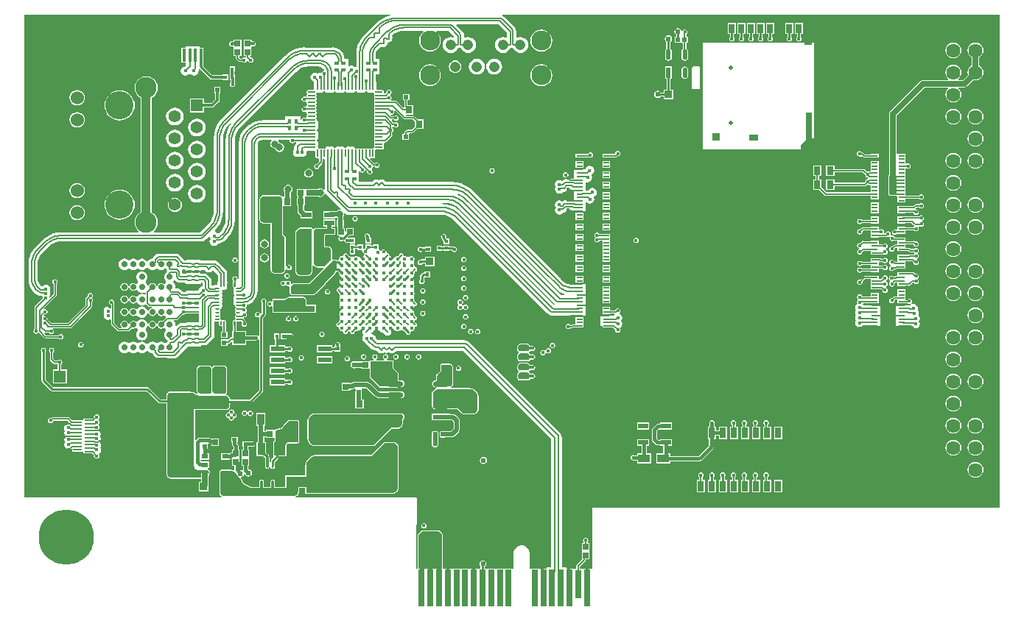
<source format=gtl>
G04*
G04 #@! TF.GenerationSoftware,Altium Limited,Altium Designer,21.6.4 (81)*
G04*
G04 Layer_Physical_Order=1*
G04 Layer_Color=255*
%FSLAX44Y44*%
%MOMM*%
G71*
G04*
G04 #@! TF.SameCoordinates,E15A89DD-22D2-431C-B3A5-9EEC7F9F13BC*
G04*
G04*
G04 #@! TF.FilePolarity,Positive*
G04*
G01*
G75*
%ADD11C,0.2540*%
%ADD16C,0.1524*%
%ADD17C,0.1270*%
%ADD20C,0.2032*%
%ADD24R,0.7600X1.2500*%
%ADD25R,0.5000X0.4000*%
%ADD26R,0.7500X1.0000*%
%ADD27R,0.9000X0.8000*%
%ADD28R,0.5100X0.4000*%
%ADD29R,1.1500X0.6000*%
%ADD30R,1.4000X0.9500*%
%ADD31R,0.5500X0.5500*%
%ADD32R,2.8500X1.4000*%
%ADD33R,0.9582X1.0061*%
%ADD34R,1.4562X1.3781*%
%ADD35R,1.3781X1.4562*%
%ADD36C,0.1800*%
G04:AMPARAMS|DCode=37|XSize=0.2mm|YSize=0.5mm|CornerRadius=0.05mm|HoleSize=0mm|Usage=FLASHONLY|Rotation=180.000|XOffset=0mm|YOffset=0mm|HoleType=Round|Shape=RoundedRectangle|*
%AMROUNDEDRECTD37*
21,1,0.2000,0.4000,0,0,180.0*
21,1,0.1000,0.5000,0,0,180.0*
1,1,0.1000,-0.0500,0.2000*
1,1,0.1000,0.0500,0.2000*
1,1,0.1000,0.0500,-0.2000*
1,1,0.1000,-0.0500,-0.2000*
%
%ADD37ROUNDEDRECTD37*%
G04:AMPARAMS|DCode=38|XSize=0.5mm|YSize=0.2mm|CornerRadius=0.05mm|HoleSize=0mm|Usage=FLASHONLY|Rotation=180.000|XOffset=0mm|YOffset=0mm|HoleType=Round|Shape=RoundedRectangle|*
%AMROUNDEDRECTD38*
21,1,0.5000,0.1000,0,0,180.0*
21,1,0.4000,0.2000,0,0,180.0*
1,1,0.1000,-0.2000,0.0500*
1,1,0.1000,0.2000,0.0500*
1,1,0.1000,0.2000,-0.0500*
1,1,0.1000,-0.2000,-0.0500*
%
%ADD38ROUNDEDRECTD38*%
G04:AMPARAMS|DCode=39|XSize=0.565mm|YSize=0.2mm|CornerRadius=0.05mm|HoleSize=0mm|Usage=FLASHONLY|Rotation=0.000|XOffset=0mm|YOffset=0mm|HoleType=Round|Shape=RoundedRectangle|*
%AMROUNDEDRECTD39*
21,1,0.5650,0.1000,0,0,0.0*
21,1,0.4650,0.2000,0,0,0.0*
1,1,0.1000,0.2325,-0.0500*
1,1,0.1000,-0.2325,-0.0500*
1,1,0.1000,-0.2325,0.0500*
1,1,0.1000,0.2325,0.0500*
%
%ADD39ROUNDEDRECTD39*%
%ADD40R,1.0000X0.2300*%
%ADD41R,0.8500X0.2300*%
%ADD42R,0.7000X0.6500*%
%ADD43R,1.5500X0.6000*%
%ADD44R,0.7000X0.2000*%
G04:AMPARAMS|DCode=45|XSize=0.762mm|YSize=1.27mm|CornerRadius=0.1905mm|HoleSize=0mm|Usage=FLASHONLY|Rotation=90.000|XOffset=0mm|YOffset=0mm|HoleType=Round|Shape=RoundedRectangle|*
%AMROUNDEDRECTD45*
21,1,0.7620,0.8890,0,0,90.0*
21,1,0.3810,1.2700,0,0,90.0*
1,1,0.3810,0.4445,0.1905*
1,1,0.3810,0.4445,-0.1905*
1,1,0.3810,-0.4445,-0.1905*
1,1,0.3810,-0.4445,0.1905*
%
%ADD45ROUNDEDRECTD45*%
%ADD46R,0.9000X0.9300*%
%ADD47R,1.0500X0.7800*%
%ADD48R,1.1400X1.8300*%
%ADD49R,0.7000X3.3000*%
%ADD50R,0.8600X2.8000*%
%ADD51R,0.7000X1.1000*%
%ADD52R,0.8000X0.5500*%
G04:AMPARAMS|DCode=53|XSize=1.2196mm|YSize=0.5885mm|CornerRadius=0.2942mm|HoleSize=0mm|Usage=FLASHONLY|Rotation=90.000|XOffset=0mm|YOffset=0mm|HoleType=Round|Shape=RoundedRectangle|*
%AMROUNDEDRECTD53*
21,1,1.2196,0.0000,0,0,90.0*
21,1,0.6311,0.5885,0,0,90.0*
1,1,0.5885,0.0000,0.3156*
1,1,0.5885,0.0000,-0.3156*
1,1,0.5885,0.0000,-0.3156*
1,1,0.5885,0.0000,0.3156*
%
%ADD53ROUNDEDRECTD53*%
%ADD54R,0.5885X1.2196*%
%ADD55R,0.5153X0.4725*%
%ADD56R,0.9051X0.9062*%
%ADD57C,0.4500*%
%ADD58R,2.7000X0.8000*%
%ADD59O,0.2000X0.9500*%
%ADD60O,0.9500X0.2000*%
%ADD61R,0.4500X0.4500*%
%ADD62R,0.4000X0.5000*%
%ADD63R,0.9500X1.4500*%
%ADD64R,0.4500X0.4500*%
%ADD65R,0.7200X0.7200*%
%ADD66R,0.2925X0.5561*%
%ADD67R,0.7112X4.1910*%
%ADD68R,0.6500X0.6500*%
G04:AMPARAMS|DCode=69|XSize=0.5561mm|YSize=0.2925mm|CornerRadius=0.1462mm|HoleSize=0mm|Usage=FLASHONLY|Rotation=270.000|XOffset=0mm|YOffset=0mm|HoleType=Round|Shape=RoundedRectangle|*
%AMROUNDEDRECTD69*
21,1,0.5561,0.0000,0,0,270.0*
21,1,0.2636,0.2925,0,0,270.0*
1,1,0.2925,0.0000,-0.1318*
1,1,0.2925,0.0000,0.1318*
1,1,0.2925,0.0000,0.1318*
1,1,0.2925,0.0000,-0.1318*
%
%ADD69ROUNDEDRECTD69*%
%ADD70R,7.5000X1.8000*%
%ADD71R,0.7000X1.3000*%
%ADD72R,0.9062X0.9051*%
G04:AMPARAMS|DCode=73|XSize=1.9296mm|YSize=0.6121mm|CornerRadius=0.3061mm|HoleSize=0mm|Usage=FLASHONLY|Rotation=180.000|XOffset=0mm|YOffset=0mm|HoleType=Round|Shape=RoundedRectangle|*
%AMROUNDEDRECTD73*
21,1,1.9296,0.0000,0,0,180.0*
21,1,1.3175,0.6121,0,0,180.0*
1,1,0.6121,-0.6588,0.0000*
1,1,0.6121,0.6588,0.0000*
1,1,0.6121,0.6588,0.0000*
1,1,0.6121,-0.6588,0.0000*
%
%ADD73ROUNDEDRECTD73*%
%ADD74R,0.4000X1.5000*%
%ADD75R,0.6500X0.7000*%
%ADD76R,0.8000X0.9000*%
%ADD77R,0.5200X0.5200*%
G04:AMPARAMS|DCode=78|XSize=0.55mm|YSize=0.5mm|CornerRadius=0.0625mm|HoleSize=0mm|Usage=FLASHONLY|Rotation=270.000|XOffset=0mm|YOffset=0mm|HoleType=Round|Shape=RoundedRectangle|*
%AMROUNDEDRECTD78*
21,1,0.5500,0.3750,0,0,270.0*
21,1,0.4250,0.5000,0,0,270.0*
1,1,0.1250,-0.1875,-0.2125*
1,1,0.1250,-0.1875,0.2125*
1,1,0.1250,0.1875,0.2125*
1,1,0.1250,0.1875,-0.2125*
%
%ADD78ROUNDEDRECTD78*%
%ADD79R,0.6682X0.6725*%
%ADD80R,6.2000X6.2000*%
%ADD81R,0.6000X0.5500*%
%ADD82R,0.7581X0.8121*%
%ADD83R,0.7121X0.7811*%
%ADD84R,0.8065X1.3082*%
%ADD85R,1.9296X0.6121*%
%ADD86R,0.4725X0.4682*%
%ADD87R,0.7500X0.9000*%
%ADD88R,1.2000X3.7000*%
%ADD89R,0.7112X3.3000*%
G04:AMPARAMS|DCode=98|XSize=1.2mm|YSize=3.2mm|CornerRadius=0.048mm|HoleSize=0mm|Usage=FLASHONLY|Rotation=180.000|XOffset=0mm|YOffset=0mm|HoleType=Round|Shape=RoundedRectangle|*
%AMROUNDEDRECTD98*
21,1,1.2000,3.1040,0,0,180.0*
21,1,1.1040,3.2000,0,0,180.0*
1,1,0.0960,-0.5520,1.5520*
1,1,0.0960,0.5520,1.5520*
1,1,0.0960,0.5520,-1.5520*
1,1,0.0960,-0.5520,-1.5520*
%
%ADD98ROUNDEDRECTD98*%
G04:AMPARAMS|DCode=99|XSize=0.565mm|YSize=0.4mm|CornerRadius=0.05mm|HoleSize=0mm|Usage=FLASHONLY|Rotation=0.000|XOffset=0mm|YOffset=0mm|HoleType=Round|Shape=RoundedRectangle|*
%AMROUNDEDRECTD99*
21,1,0.5650,0.3000,0,0,0.0*
21,1,0.4650,0.4000,0,0,0.0*
1,1,0.1000,0.2325,-0.1500*
1,1,0.1000,-0.2325,-0.1500*
1,1,0.1000,-0.2325,0.1500*
1,1,0.1000,0.2325,0.1500*
%
%ADD99ROUNDEDRECTD99*%
%ADD120R,2.7100X3.3500*%
%ADD123R,1.7000X1.1000*%
G04:AMPARAMS|DCode=129|XSize=1.5mm|YSize=2.55mm|CornerRadius=0.75mm|HoleSize=0mm|Usage=FLASHONLY|Rotation=270.000|XOffset=0mm|YOffset=0mm|HoleType=Round|Shape=RoundedRectangle|*
%AMROUNDEDRECTD129*
21,1,1.5000,1.0500,0,0,270.0*
21,1,0.0000,2.5500,0,0,270.0*
1,1,1.5000,-0.5250,0.0000*
1,1,1.5000,-0.5250,0.0000*
1,1,1.5000,0.5250,0.0000*
1,1,1.5000,0.5250,0.0000*
%
%ADD129ROUNDEDRECTD129*%
%ADD139C,0.5000*%
%ADD140C,0.3810*%
%ADD141C,0.6350*%
%ADD142C,0.5080*%
%ADD143C,0.3048*%
%ADD144C,0.1778*%
%ADD145C,1.0160*%
%ADD146R,1.4000X0.7500*%
%ADD147R,0.3000X0.7000*%
%ADD148R,2.7000X1.2000*%
%ADD149O,2.0000X0.9144*%
%ADD150C,1.2080*%
%ADD151C,2.3000*%
%ADD152C,6.3500*%
%ADD153C,0.7000*%
%ADD154C,1.6200*%
%ADD155C,1.5300*%
%ADD156C,1.3980*%
%ADD157O,1.4000X1.9500*%
%ADD158R,1.3980X1.3980*%
%ADD159C,2.4450*%
%ADD160C,3.2500*%
%ADD161C,2.7000*%
%ADD162C,0.4064*%
%ADD163C,0.5080*%
%ADD164C,0.6096*%
%ADD165C,0.8128*%
%ADD166C,0.3048*%
%ADD167C,2.0320*%
G36*
X393832Y561082D02*
X395171Y560187D01*
X396750Y559873D01*
X398330Y560187D01*
X398750Y560468D01*
X399171Y560187D01*
X400750Y559873D01*
X400899Y559902D01*
X402232Y558901D01*
X402296Y558453D01*
X401851Y557787D01*
X401694Y557000D01*
X401851Y556213D01*
X402296Y555546D01*
Y554453D01*
X401851Y553787D01*
X401694Y553000D01*
X401851Y552213D01*
X402296Y551547D01*
Y550453D01*
X401851Y549787D01*
X401694Y549000D01*
X401851Y548213D01*
X402296Y547547D01*
Y546453D01*
X401851Y545787D01*
X401694Y545000D01*
X401851Y544213D01*
X402296Y543546D01*
Y542453D01*
X401851Y541787D01*
X401694Y541000D01*
X401851Y540213D01*
X402296Y539547D01*
Y538453D01*
X401851Y537787D01*
X401694Y537000D01*
X401851Y536213D01*
X402296Y535546D01*
Y534453D01*
X401851Y533787D01*
X401694Y533000D01*
X401851Y532213D01*
X402296Y531547D01*
Y530453D01*
X401851Y529787D01*
X401694Y529000D01*
X401851Y528213D01*
X402296Y527547D01*
Y526453D01*
X401851Y525787D01*
X401694Y525000D01*
X401851Y524213D01*
X402296Y523546D01*
Y522453D01*
X401851Y521787D01*
X401694Y521000D01*
X401851Y520213D01*
X402296Y519547D01*
Y518453D01*
X401851Y517787D01*
X401694Y517000D01*
X401851Y516213D01*
X402296Y515546D01*
Y514453D01*
X401851Y513787D01*
X401694Y513000D01*
X401851Y512213D01*
X402296Y511547D01*
Y510453D01*
X401851Y509787D01*
X401694Y509000D01*
X401851Y508213D01*
X402296Y507547D01*
Y506453D01*
X401851Y505787D01*
X401694Y505000D01*
X401851Y504213D01*
X402296Y503546D01*
Y502453D01*
X401851Y501787D01*
X401694Y501000D01*
X401851Y500213D01*
X402296Y499547D01*
Y498453D01*
X401851Y497787D01*
X401694Y497000D01*
X400750Y496055D01*
X399963Y495899D01*
X399296Y495453D01*
X398203D01*
X397537Y495899D01*
X396750Y496055D01*
X395963Y495899D01*
X395297Y495453D01*
X394203D01*
X393537Y495899D01*
X392750Y496055D01*
X391963Y495899D01*
X391297Y495453D01*
X390203D01*
X389537Y495899D01*
X388750Y496055D01*
X387963Y495899D01*
X387296Y495453D01*
X386203D01*
X385537Y495899D01*
X384750Y496055D01*
X383963Y495899D01*
X383297Y495453D01*
X382203D01*
X381537Y495899D01*
X380750Y496055D01*
X380304Y495967D01*
X379668Y496918D01*
X378329Y497813D01*
X376750Y498127D01*
X375171Y497813D01*
X374750Y497532D01*
X374329Y497813D01*
X372750Y498127D01*
X371171Y497813D01*
X369832Y496918D01*
X369431Y496318D01*
X368069D01*
X367668Y496918D01*
X366329Y497813D01*
X364750Y498127D01*
X363171Y497813D01*
X362750Y497532D01*
X362329Y497813D01*
X360750Y498127D01*
X359171Y497813D01*
X357832Y496918D01*
X357431Y496318D01*
X356069D01*
X355668Y496918D01*
X354329Y497813D01*
X352750Y498127D01*
X351171Y497813D01*
X350750Y497532D01*
X350329Y497813D01*
X348750Y498127D01*
X347171Y497813D01*
X345832Y496918D01*
X345196Y495967D01*
X344750Y496055D01*
X343963Y495899D01*
X343297Y495453D01*
X342203D01*
X341537Y495899D01*
X340750Y496055D01*
X339963Y495899D01*
X339296Y495453D01*
X338805D01*
X337788Y496551D01*
X337877Y497000D01*
X337563Y498579D01*
X337282Y499000D01*
X337563Y499421D01*
X337877Y501000D01*
X337563Y502579D01*
X336668Y503918D01*
X336068Y504319D01*
Y505681D01*
X336668Y506082D01*
X337563Y507421D01*
X337877Y509000D01*
X337563Y510579D01*
X337282Y511000D01*
X337563Y511421D01*
X337877Y513000D01*
X337563Y514579D01*
X336668Y515918D01*
X336068Y516319D01*
Y517681D01*
X336668Y518082D01*
X337563Y519421D01*
X337877Y521000D01*
X337563Y522579D01*
X337282Y523000D01*
X337563Y523420D01*
X337877Y525000D01*
X337563Y526579D01*
X336668Y527918D01*
X335717Y528554D01*
X335806Y529000D01*
X335649Y529787D01*
X335204Y530453D01*
Y531547D01*
X335649Y532213D01*
X335806Y533000D01*
X335649Y533787D01*
X335204Y534454D01*
Y535547D01*
X335649Y536213D01*
X335806Y537000D01*
X335649Y537787D01*
X335204Y538453D01*
Y539547D01*
X335649Y540213D01*
X335806Y541000D01*
X335649Y541787D01*
X335204Y542453D01*
Y543547D01*
X335649Y544213D01*
X335806Y545000D01*
X335649Y545787D01*
X335204Y546454D01*
Y547547D01*
X335649Y548213D01*
X335806Y549000D01*
X335649Y549787D01*
X335204Y550453D01*
Y551547D01*
X335649Y552213D01*
X335806Y553000D01*
X335649Y553787D01*
X335204Y554454D01*
Y555547D01*
X335649Y556213D01*
X335806Y557000D01*
X335649Y557787D01*
X335204Y558453D01*
X335268Y558901D01*
X336601Y559902D01*
X336750Y559873D01*
X338329Y560187D01*
X338750Y560468D01*
X339170Y560187D01*
X340750Y559873D01*
X342329Y560187D01*
X343668Y561082D01*
X344069Y561682D01*
X345431D01*
X345832Y561082D01*
X347171Y560187D01*
X348750Y559873D01*
X350329Y560187D01*
X350750Y560468D01*
X351171Y560187D01*
X352750Y559873D01*
X354329Y560187D01*
X355668Y561082D01*
X356069Y561682D01*
X357431D01*
X357832Y561082D01*
X359171Y560187D01*
X360750Y559873D01*
X362329Y560187D01*
X362750Y560468D01*
X363171Y560187D01*
X364750Y559873D01*
X366329Y560187D01*
X367668Y561082D01*
X368069Y561682D01*
X369431D01*
X369832Y561082D01*
X371171Y560187D01*
X372750Y559873D01*
X374329Y560187D01*
X374750Y560468D01*
X375171Y560187D01*
X376750Y559873D01*
X378329Y560187D01*
X379668Y561082D01*
X380069Y561682D01*
X381431D01*
X381832Y561082D01*
X383171Y560187D01*
X384750Y559873D01*
X386329Y560187D01*
X386750Y560468D01*
X387170Y560187D01*
X388750Y559873D01*
X390329Y560187D01*
X391668Y561082D01*
X392069Y561682D01*
X393431D01*
X393832Y561082D01*
D02*
G37*
G36*
X237624Y524141D02*
X237325Y523792D01*
X234683Y519479D01*
X232747Y514807D01*
X231566Y509889D01*
X231170Y504847D01*
X231197D01*
Y414059D01*
X231224Y413924D01*
X230858Y410217D01*
X229738Y406522D01*
X227918Y403118D01*
X225557Y400241D01*
X225445Y400166D01*
X225443Y400163D01*
X225441Y400162D01*
X223232Y397953D01*
X221968Y398077D01*
X221663Y398534D01*
X219982Y399657D01*
X218999Y399853D01*
X218893Y400204D01*
X218842Y401453D01*
X222127Y405299D01*
X224769Y409611D01*
X226705Y414284D01*
X227886Y419202D01*
X228282Y424244D01*
X228255D01*
Y507603D01*
X228222Y507770D01*
X228622Y511835D01*
X229857Y515905D01*
X231862Y519656D01*
X234453Y522814D01*
X234595Y522908D01*
X236690Y525004D01*
X237624Y524141D01*
D02*
G37*
G36*
X356250Y397500D02*
X346500D01*
X346500Y397500D01*
X346110Y397462D01*
X345389Y397163D01*
X344837Y396611D01*
X344538Y395890D01*
X344500Y395500D01*
Y393047D01*
X344459D01*
Y388000D01*
Y381953D01*
X350414D01*
X352500Y379867D01*
Y367500D01*
X345000Y360000D01*
X336505D01*
X334668Y360761D01*
X333261Y362168D01*
X332500Y364005D01*
Y365000D01*
Y388000D01*
Y390497D01*
Y400000D01*
X332500Y400536D01*
X332782Y401570D01*
X333326Y402493D01*
X334095Y403241D01*
X334563Y403500D01*
X356250Y403500D01*
Y397500D01*
D02*
G37*
G36*
X318750Y403750D02*
X330000Y403750D01*
Y355000D01*
X330000Y355000D01*
X330000Y354005D01*
X329239Y352168D01*
X327832Y350761D01*
X325994Y350000D01*
X317500D01*
X316505Y350000D01*
X314668Y350761D01*
X313261Y352168D01*
X312500Y354005D01*
X312500Y355000D01*
Y397500D01*
X312500Y398743D01*
X313451Y401040D01*
X315210Y402799D01*
X317507Y403750D01*
X318750Y403750D01*
D02*
G37*
G36*
X242533Y341424D02*
X242674Y341283D01*
X242750Y341099D01*
X242750Y341000D01*
X242750Y341000D01*
Y337400D01*
X241850Y336500D01*
X241150D01*
X240967Y336576D01*
X240826Y336717D01*
X240750Y336900D01*
Y337000D01*
Y337000D01*
X240750Y341000D01*
X240750Y341099D01*
X240826Y341283D01*
X240967Y341424D01*
X241151Y341500D01*
X241250D01*
X241250Y341500D01*
X242250Y341500D01*
X242349Y341500D01*
X242533Y341424D01*
D02*
G37*
G36*
X248033Y335924D02*
X248174Y335783D01*
X248250Y335600D01*
X248250Y335500D01*
X248250Y334500D01*
X248250Y334500D01*
Y334401D01*
X248174Y334217D01*
X248033Y334076D01*
X247849Y334000D01*
X247750Y334000D01*
X243750D01*
X243750Y334000D01*
X243650D01*
X243467Y334076D01*
X243326Y334217D01*
X243250Y334401D01*
Y334500D01*
Y335100D01*
X244150Y336000D01*
X247750D01*
X247849Y336000D01*
X248033Y335924D01*
D02*
G37*
G36*
X359000Y366000D02*
Y358414D01*
X356586Y352586D01*
X335000Y330000D01*
X332000Y328000D01*
X308000D01*
X306000Y330000D01*
Y337000D01*
X309000Y340000D01*
X328000D01*
X355000Y367000D01*
X358000D01*
X359000Y366000D01*
D02*
G37*
G36*
X500233Y443135D02*
X504301Y440961D01*
X507708Y438165D01*
X507824Y437991D01*
X591915Y353900D01*
X591915Y353900D01*
X612479Y333336D01*
X612486Y333329D01*
X612474Y333308D01*
X612474Y333308D01*
X612477Y333305D01*
X613396Y332551D01*
X613422Y332529D01*
X613427Y332525D01*
X615559Y330776D01*
X619074Y328897D01*
X620515Y328460D01*
X620327Y327190D01*
X616711D01*
X508934Y434966D01*
X508050Y435879D01*
X508050Y435879D01*
X504359Y439031D01*
X500219Y441568D01*
X498017Y442480D01*
X498446Y443677D01*
X500233Y443135D01*
D02*
G37*
G36*
X484788Y433151D02*
Y433151D01*
X486027Y433076D01*
X488804Y432803D01*
X492666Y431631D01*
X496224Y429729D01*
X499207Y427281D01*
X499291Y427155D01*
X499295Y427153D01*
X499303Y427147D01*
X499311Y427135D01*
X607785Y318662D01*
X608677Y317757D01*
X608677Y317757D01*
X609374Y317223D01*
X609077Y315849D01*
X608797Y315784D01*
X502090Y422491D01*
X502090Y422491D01*
X502108Y422509D01*
X498264Y425791D01*
X493953Y428433D01*
X489281Y430368D01*
X484365Y431549D01*
X480136Y431881D01*
X480186Y433151D01*
X483538D01*
X484788Y433151D01*
D02*
G37*
G36*
X247750Y300000D02*
X247849Y300000D01*
X248033Y299924D01*
X248174Y299783D01*
X248250Y299599D01*
Y299500D01*
X248250D01*
X248250Y298500D01*
X248250Y298400D01*
X248174Y298217D01*
X248033Y298076D01*
X247849Y298000D01*
X247750Y298000D01*
X247750Y298000D01*
X244150D01*
X243250Y298900D01*
Y299500D01*
Y299599D01*
X243326Y299783D01*
X243467Y299924D01*
X243650Y300000D01*
X243750D01*
X243750Y300000D01*
X247750Y300000D01*
D02*
G37*
G36*
X242750Y296600D02*
Y293000D01*
X242750D01*
X242750Y292901D01*
X242674Y292717D01*
X242533Y292576D01*
X242349Y292500D01*
X242250Y292500D01*
X241250Y292500D01*
X241250Y292500D01*
X241151D01*
X240967Y292576D01*
X240826Y292717D01*
X240750Y292901D01*
X240750Y293000D01*
X240750Y297000D01*
Y297099D01*
X240826Y297283D01*
X240967Y297424D01*
X241150Y297500D01*
X241250D01*
X241850Y297500D01*
X242750Y296600D01*
D02*
G37*
G36*
X420715Y650000D02*
X420865Y648730D01*
X416941Y647788D01*
X414641Y646835D01*
X413723Y646482D01*
X413555Y646458D01*
X413490Y646456D01*
X413461Y646444D01*
X412338Y645851D01*
X411933Y645683D01*
X407621Y643041D01*
X404722Y640565D01*
X403775Y639756D01*
X403794Y639737D01*
X403794Y639737D01*
X391790Y627732D01*
X390903Y626846D01*
X390884Y626865D01*
X390075Y625918D01*
X390075Y625918D01*
X387599Y623019D01*
X384957Y618707D01*
X383021Y614034D01*
X381840Y609116D01*
X381444Y604075D01*
X381471D01*
Y589648D01*
X381343Y589543D01*
X379987Y589274D01*
X379603Y589847D01*
X377923Y590970D01*
X375941Y591365D01*
X373959Y590970D01*
X373432Y590618D01*
X372675Y590874D01*
X372162Y591297D01*
Y599048D01*
X367929D01*
X367564Y601818D01*
X366174Y605174D01*
X363962Y608056D01*
X361080Y610268D01*
X357724Y611658D01*
X354122Y612132D01*
Y612085D01*
X322179D01*
Y612112D01*
X317137Y611716D01*
X312219Y610535D01*
X307547Y608600D01*
X303235Y605957D01*
X299389Y602672D01*
X299408Y602653D01*
X228027Y531272D01*
X227110Y530393D01*
X223825Y526548D01*
X221182Y522235D01*
X219247Y517563D01*
X218066Y512645D01*
X217670Y507603D01*
X217697D01*
Y424244D01*
X217730Y424077D01*
X217330Y420011D01*
X216095Y415941D01*
X214090Y412191D01*
X211499Y409033D01*
X211357Y408938D01*
X201924Y399505D01*
X149137D01*
X148729Y400708D01*
X149444Y401256D01*
X151566Y404022D01*
X152900Y407243D01*
X153355Y410700D01*
X152900Y414157D01*
X151566Y417378D01*
X149444Y420144D01*
X146678Y422266D01*
X146215Y422457D01*
Y553843D01*
X146678Y554034D01*
X149444Y556156D01*
X151566Y558922D01*
X152900Y562143D01*
X153355Y565600D01*
X152900Y569057D01*
X151566Y572278D01*
X149444Y575044D01*
X146678Y577166D01*
X143457Y578500D01*
X140000Y578955D01*
X136543Y578500D01*
X133322Y577166D01*
X130556Y575044D01*
X128434Y572278D01*
X127100Y569057D01*
X126645Y565600D01*
X127100Y562143D01*
X128434Y558922D01*
X130556Y556156D01*
X133322Y554034D01*
X133785Y553843D01*
Y422457D01*
X133322Y422266D01*
X130556Y420144D01*
X128434Y417378D01*
X127100Y414157D01*
X126645Y410700D01*
X127100Y407243D01*
X128434Y404022D01*
X130556Y401256D01*
X131271Y400708D01*
X130863Y399505D01*
X43044D01*
Y399532D01*
X38002Y399136D01*
X33084Y397955D01*
X28411Y396020D01*
X24099Y393377D01*
X21200Y390901D01*
X20253Y390092D01*
X19375Y389175D01*
X12712Y382512D01*
X12703Y382521D01*
X9907Y379248D01*
X7658Y375578D01*
X6982Y373944D01*
D01*
X6271Y372230D01*
X6011Y371601D01*
X5006Y367415D01*
X4668Y363124D01*
X4681D01*
Y345166D01*
X4661D01*
X5029Y341423D01*
X6121Y337823D01*
X7894Y334506D01*
X9498Y332552D01*
X10280Y331598D01*
X10281Y331598D01*
X10295Y331612D01*
X13552Y328355D01*
X13638Y328298D01*
X15206Y327095D01*
X17152Y326289D01*
X19194Y326020D01*
X19240Y326011D01*
X20471D01*
X21088Y325088D01*
X21462Y324837D01*
X21471Y323468D01*
X12127Y314123D01*
X11705Y313493D01*
X11558Y312750D01*
Y288118D01*
X11302Y287948D01*
X10629Y286939D01*
X10392Y285750D01*
X10629Y284561D01*
X11302Y283552D01*
X12311Y282879D01*
X13500Y282642D01*
X14689Y282879D01*
X15697Y283552D01*
X15790Y283691D01*
X17054Y283815D01*
X22810Y278060D01*
X23356Y277695D01*
X24000Y277567D01*
X39209D01*
X39553Y277052D01*
X40561Y276379D01*
X41750Y276142D01*
X42939Y276379D01*
X43948Y277052D01*
X44621Y278061D01*
X44858Y279250D01*
X44621Y280439D01*
X43948Y281448D01*
X42939Y282121D01*
X41750Y282358D01*
X40561Y282121D01*
X39553Y281448D01*
X39209Y280933D01*
X24697D01*
X22423Y283208D01*
X23232Y284195D01*
X23606Y283945D01*
X24250Y283817D01*
X28379D01*
X28723Y283302D01*
X29731Y282629D01*
X30920Y282392D01*
X32109Y282629D01*
X33117Y283302D01*
X33791Y284311D01*
X34028Y285500D01*
X33791Y286689D01*
X33117Y287698D01*
X32849Y287877D01*
X33235Y289147D01*
X52052D01*
Y289122D01*
X53192Y289348D01*
X54145Y289986D01*
X54135Y289996D01*
X54136Y290007D01*
X76575Y312447D01*
X76592Y312448D01*
X76599Y312441D01*
X77232Y313388D01*
X77458Y314528D01*
X77433D01*
X77433Y314528D01*
Y318709D01*
X77948Y319053D01*
X78621Y320061D01*
X78858Y321250D01*
X78621Y322439D01*
X77948Y323447D01*
Y324303D01*
X78621Y325311D01*
X78858Y326500D01*
X78621Y327689D01*
X77948Y328698D01*
X76939Y329371D01*
X75750Y329608D01*
X74561Y329371D01*
X73552Y328698D01*
X72879Y327689D01*
X72642Y326500D01*
X72763Y325894D01*
X70310Y323440D01*
X69945Y322894D01*
X69817Y322250D01*
Y314926D01*
X69705Y314655D01*
X49961Y294911D01*
X49690Y294799D01*
X31368D01*
X31098Y294911D01*
X28168Y297841D01*
X27362Y298647D01*
X27362Y298741D01*
X27346Y298766D01*
X27318Y298784D01*
X26555Y299736D01*
X26608Y300000D01*
X26371Y301189D01*
X25698Y302197D01*
X24689Y302871D01*
X23500Y303108D01*
X22739Y302956D01*
X22607Y303022D01*
X22238Y304040D01*
X23105Y304971D01*
X23500Y304892D01*
X24689Y305129D01*
X25698Y305802D01*
X26371Y306811D01*
X26608Y308000D01*
X26371Y309189D01*
X25698Y310198D01*
X24689Y310871D01*
X23500Y311108D01*
X22919Y310992D01*
X22293Y312162D01*
X36440Y326310D01*
X36805Y326856D01*
X36933Y327500D01*
Y339959D01*
X37448Y340303D01*
X38121Y341311D01*
X38358Y342500D01*
X38121Y343689D01*
X37448Y344697D01*
X36439Y345371D01*
X35250Y345608D01*
X34061Y345371D01*
X33052Y344697D01*
X32379Y343689D01*
X32142Y342500D01*
X32379Y341311D01*
X33052Y340303D01*
X33567Y339959D01*
Y328197D01*
X29887Y324518D01*
X29721Y324507D01*
X28546Y324972D01*
X28521Y325250D01*
X29535Y326768D01*
X29929Y328750D01*
X29535Y330732D01*
X29162Y331290D01*
X29535Y331848D01*
X29929Y333830D01*
X29535Y335812D01*
X28412Y337492D01*
X26732Y338615D01*
X24750Y339010D01*
X22768Y338615D01*
X21088Y337492D01*
X19475Y337365D01*
X18654Y338186D01*
X18649Y338188D01*
X18647Y338192D01*
X18621Y338209D01*
X18534Y338268D01*
X16762Y340577D01*
X15593Y343400D01*
X15473Y344312D01*
X15212Y346292D01*
X15239Y346428D01*
Y363124D01*
X15237Y363137D01*
X15222Y363213D01*
X15537Y366419D01*
X16498Y369587D01*
X18059Y372506D01*
X20099Y374992D01*
X20172Y375041D01*
X20174Y375044D01*
X20178Y375047D01*
X27738Y382607D01*
X27833Y382749D01*
X30991Y385340D01*
X34741Y387345D01*
X38811Y388580D01*
X42877Y388980D01*
X43044Y388947D01*
X202953D01*
X203000Y388956D01*
X205042Y389225D01*
X206989Y390031D01*
X208589Y391259D01*
X208641Y391294D01*
X208641Y391294D01*
X208652Y391301D01*
X209540Y392190D01*
X211641Y394291D01*
X213019Y393873D01*
X213215Y392890D01*
X213852Y391936D01*
X213215Y390982D01*
X212820Y389000D01*
X213215Y387018D01*
X214338Y385337D01*
X216018Y384215D01*
X218000Y383820D01*
X219982Y384215D01*
X221663Y385337D01*
X222544Y386657D01*
X223523D01*
X223570Y386666D01*
X225612Y386935D01*
X227558Y387741D01*
X229159Y388969D01*
X229211Y389004D01*
X229212Y389004D01*
X229222Y389011D01*
X230110Y389900D01*
X233799Y393588D01*
X233807Y393580D01*
X234600Y394508D01*
X234612Y394522D01*
X234612Y394522D01*
X236577Y396823D01*
X238805Y400459D01*
X240437Y404398D01*
X241432Y408545D01*
X241767Y412796D01*
X241755D01*
Y504847D01*
X241722Y505014D01*
X242122Y509079D01*
X243357Y513149D01*
X245362Y516900D01*
X247953Y520058D01*
X248095Y520152D01*
X312027Y584085D01*
X312027Y584085D01*
X312027Y584085D01*
X312957Y584905D01*
X315113Y586674D01*
X318670Y588575D01*
X321748Y589509D01*
X322961Y589788D01*
X322962Y589788D01*
X326393Y590126D01*
X326542Y590097D01*
X338335D01*
X338342Y590098D01*
X338656Y590057D01*
X339833Y589902D01*
D01*
X341025Y589472D01*
X341666Y589207D01*
X342933Y588234D01*
D01*
X343703Y587291D01*
X344104Y586768D01*
X344351Y586173D01*
X343752Y585053D01*
X343733Y585050D01*
X342725Y584376D01*
X342051Y583368D01*
X341269Y582845D01*
X339945Y583109D01*
X337963Y582715D01*
X336788Y581930D01*
X335614Y582715D01*
X333632Y583109D01*
X331650Y582715D01*
X329969Y581592D01*
X328847Y579911D01*
X328452Y577929D01*
X328847Y575947D01*
X329969Y574267D01*
X331650Y573144D01*
X332900Y572895D01*
X332623Y571500D01*
Y564000D01*
X331848Y563055D01*
X326250D01*
X325463Y562899D01*
X324796Y562453D01*
X324351Y561787D01*
X324194Y561000D01*
X324351Y560213D01*
X324796Y559547D01*
Y558453D01*
X324351Y557787D01*
X324194Y557000D01*
X324351Y556213D01*
X324352Y556212D01*
X324341Y556179D01*
X323445Y555283D01*
X322939Y555621D01*
X321750Y555858D01*
X320561Y555621D01*
X319552Y554948D01*
X318879Y553939D01*
X318642Y552750D01*
X318879Y551561D01*
X319552Y550552D01*
X320561Y549879D01*
X321750Y549642D01*
X322939Y549879D01*
X323095Y549983D01*
X324238Y549219D01*
X324194Y549000D01*
X324351Y548213D01*
X324796Y547547D01*
Y546453D01*
X324351Y545787D01*
X324194Y545000D01*
X324296Y544492D01*
X323590Y543820D01*
X323266Y543653D01*
X322939Y543871D01*
X321750Y544108D01*
X320561Y543871D01*
X319552Y543198D01*
X318879Y542189D01*
X318642Y541000D01*
X318879Y539811D01*
X319552Y538802D01*
X320561Y538129D01*
X321750Y537892D01*
X322939Y538129D01*
X323266Y538347D01*
X323590Y538180D01*
X324296Y537508D01*
X324194Y537000D01*
X324351Y536213D01*
X324796Y535546D01*
Y534453D01*
X324351Y533787D01*
X324194Y533000D01*
X324314Y532397D01*
X323895Y531932D01*
X323285Y531557D01*
X323189Y531621D01*
X322000Y531858D01*
X320811Y531621D01*
X319802Y530947D01*
X319129Y529939D01*
X319121Y529900D01*
X317662Y529073D01*
X317548Y529114D01*
Y532548D01*
X299452D01*
Y528279D01*
X274925D01*
X274925Y528279D01*
Y528295D01*
X270463Y527944D01*
X266112Y526899D01*
X261977Y525187D01*
X258161Y522848D01*
X254758Y519942D01*
X254758Y519942D01*
X253854Y519061D01*
X253841Y519074D01*
X250672Y515213D01*
X248318Y510808D01*
X246868Y506029D01*
X246501Y502299D01*
X246379Y501059D01*
X246430D01*
Y488471D01*
X246424Y488444D01*
X246348Y346022D01*
X245078Y345898D01*
X244871Y346939D01*
X244198Y347948D01*
X243189Y348621D01*
X242000Y348858D01*
X240811Y348621D01*
X239802Y347948D01*
X239129Y346939D01*
X238892Y345750D01*
X239129Y344561D01*
X239802Y343553D01*
X239937Y343462D01*
Y341831D01*
X239810Y341704D01*
X239734Y341521D01*
X239734Y341302D01*
X239650Y341100D01*
X239650Y341000D01*
X239650Y341000D01*
X239650Y341000D01*
X239650Y336900D01*
X239726Y336717D01*
X239726Y336717D01*
X239727Y336716D01*
X239734Y336698D01*
X239734Y336480D01*
X239810Y336296D01*
X239951Y336155D01*
Y336155D01*
X239965Y336141D01*
X240049Y335939D01*
X240189Y335799D01*
X240189Y335798D01*
X240274Y335763D01*
X240142Y335100D01*
Y334401D01*
X240142Y334401D01*
X240142Y334401D01*
Y334401D01*
X240252Y333851D01*
X240379Y333212D01*
X240379Y333211D01*
X240379Y333211D01*
X240379Y333211D01*
X240455Y333028D01*
X240455Y333028D01*
X240455Y333027D01*
X240479Y332991D01*
X240408Y332884D01*
X240133Y331500D01*
Y330500D01*
X240408Y329116D01*
X241192Y327942D01*
X241489Y327744D01*
Y326256D01*
X241192Y326058D01*
X240408Y324884D01*
X240133Y323500D01*
Y322500D01*
X240408Y321116D01*
X240485Y321000D01*
X240408Y320884D01*
X240133Y319500D01*
Y318500D01*
X240408Y317116D01*
X241192Y315942D01*
X242109Y315329D01*
Y314500D01*
X242590Y313340D01*
X242590Y312660D01*
X242109Y311500D01*
Y310500D01*
X242344Y309933D01*
X242524Y309000D01*
X242344Y308067D01*
X242109Y307500D01*
Y306500D01*
X242590Y305340D01*
X242590Y304660D01*
X242109Y303500D01*
Y302500D01*
X242344Y301933D01*
X242553Y301189D01*
X242310Y300204D01*
X242234Y300020D01*
X242234Y299802D01*
X242227Y299783D01*
X241776Y298974D01*
X240967Y298524D01*
X240948Y298516D01*
X240730Y298516D01*
X240546Y298440D01*
X240405Y298299D01*
X240405D01*
X240391Y298285D01*
X240189Y298202D01*
X240189Y298201D01*
X240049Y298061D01*
X240048Y298061D01*
X239965Y297859D01*
X239951Y297845D01*
Y297845D01*
X239810Y297704D01*
X239734Y297520D01*
X239734Y297302D01*
X239726Y297283D01*
X239726Y297283D01*
X239650Y297099D01*
X239650Y293000D01*
X239650Y293000D01*
X239650Y293000D01*
X239650Y292900D01*
X239678Y292833D01*
Y285797D01*
X238453D01*
Y279532D01*
X237611Y278683D01*
X236819Y278525D01*
X236146Y278076D01*
X236146Y278076D01*
X234693Y276623D01*
X233516Y276266D01*
Y276266D01*
X233516Y276266D01*
X225984D01*
Y268734D01*
X233516D01*
Y270437D01*
X234358Y271286D01*
X235151Y271444D01*
X235823Y271893D01*
X237280Y273350D01*
X238453Y272864D01*
Y269984D01*
X255047D01*
Y275022D01*
X265349D01*
X266000Y274892D01*
X267189Y275129D01*
X268197Y275802D01*
X268399Y276104D01*
X269669Y275719D01*
Y217965D01*
X258774Y207070D01*
X236921D01*
X236100Y208340D01*
Y208597D01*
X236016Y208799D01*
Y209018D01*
X235559Y210120D01*
X235405Y210275D01*
X235321Y210477D01*
X234477Y211321D01*
X234275Y211405D01*
X234120Y211559D01*
X233573Y211786D01*
X233461D01*
X233367Y211848D01*
X232216Y212078D01*
X232117Y212270D01*
X231911Y213527D01*
X232473Y214090D01*
X232557Y214292D01*
X232712Y214446D01*
X233016Y215181D01*
Y215400D01*
X233100Y215602D01*
X233100Y242597D01*
X233016Y242799D01*
Y243018D01*
X232559Y244120D01*
X232405Y244275D01*
X232321Y244477D01*
X231477Y245321D01*
X231275Y245404D01*
X231120Y245559D01*
X230575Y245785D01*
X230464D01*
X230371Y245847D01*
X229216Y246078D01*
X229105Y246056D01*
X229000Y246100D01*
X229000D01*
X229000Y246100D01*
X219000Y246100D01*
X218403Y246100D01*
X218201Y246016D01*
X217982D01*
X216880Y245559D01*
X216725Y245405D01*
X216523Y245321D01*
X216330Y245128D01*
X215500Y244592D01*
X214673Y245126D01*
X214661Y245137D01*
X214477Y245321D01*
X214275Y245404D01*
X214120Y245559D01*
X213575Y245785D01*
X213463D01*
X213370Y245847D01*
X212216Y246078D01*
X212105Y246056D01*
X212001Y246100D01*
X212000D01*
X212000Y246100D01*
X202000Y246100D01*
X201403Y246100D01*
X201201Y246016D01*
X200982D01*
X199880Y245559D01*
X199725Y245405D01*
X199523Y245321D01*
X198679Y244477D01*
X198595Y244275D01*
X198441Y244120D01*
X197984Y243018D01*
Y242799D01*
X197900Y242597D01*
X197900Y242000D01*
Y218000D01*
X197900Y217204D01*
X197984Y217002D01*
Y216784D01*
X198593Y215313D01*
X198748Y215159D01*
X198831Y214956D01*
X199025Y214763D01*
X198518Y213474D01*
X198011Y213455D01*
X197840Y213530D01*
X197075Y213962D01*
X196052Y214548D01*
X195989Y214555D01*
X195946Y214601D01*
X194466Y215247D01*
X194386Y215248D01*
X194324Y215298D01*
X192528Y215803D01*
X192449Y215794D01*
X192380Y215834D01*
X190771Y216056D01*
X190710Y216040D01*
X190652Y216066D01*
X189485Y216099D01*
X189469Y216093D01*
X189453Y216099D01*
X189448D01*
X189448Y216100D01*
X167204Y216100D01*
X167002Y216016D01*
X166784D01*
X165313Y215407D01*
X165159Y215252D01*
X164956Y215169D01*
X163831Y214043D01*
X163748Y213841D01*
X163593Y213687D01*
X162984Y212216D01*
Y211998D01*
X162900Y211796D01*
Y207309D01*
X156667D01*
X144063Y219913D01*
X144063Y219913D01*
X144086Y219953D01*
X144087Y219953D01*
X142511Y221006D01*
X140628Y221381D01*
Y221331D01*
X140628Y221331D01*
X32965D01*
X24331Y229965D01*
Y261752D01*
X24871Y262561D01*
X25108Y263750D01*
X24871Y264939D01*
X24197Y265947D01*
X23189Y266621D01*
X22000Y266858D01*
X20811Y266621D01*
X19803Y265947D01*
X19129Y264939D01*
X18892Y263750D01*
X19129Y262561D01*
X19669Y261752D01*
Y229000D01*
X19847Y228108D01*
X20352Y227352D01*
X30352Y217352D01*
X31108Y216847D01*
X32000Y216669D01*
X140556D01*
X140628Y216597D01*
X140724Y216558D01*
X141654Y215730D01*
D01*
D01*
X154054Y203330D01*
X154810Y202825D01*
X155702Y202647D01*
X161630D01*
X162900Y202647D01*
Y196000D01*
Y122000D01*
Y121005D01*
X162984Y120803D01*
Y120585D01*
X163745Y118747D01*
X163900Y118592D01*
X163984Y118390D01*
X165390Y116984D01*
X165592Y116900D01*
X165747Y116745D01*
X167585Y115984D01*
X167803D01*
X168005Y115900D01*
X169000D01*
X169000Y115900D01*
X203062Y115900D01*
Y112547D01*
X200464D01*
Y101453D01*
X211547D01*
Y108023D01*
X211608Y108329D01*
Y118734D01*
X212016D01*
Y121477D01*
X212319Y121569D01*
X212528Y121740D01*
X212778Y121844D01*
X212841Y121997D01*
X212970Y122103D01*
X212996Y122372D01*
X213100Y122621D01*
X213100Y124000D01*
X213100Y124398D01*
X213016Y124600D01*
X213016Y124819D01*
X212711Y125554D01*
X212557Y125708D01*
X212473Y125910D01*
X211913Y126470D01*
X211649Y126580D01*
X211423Y126754D01*
X210646Y126964D01*
X210815Y128234D01*
X212016D01*
Y135766D01*
X206443D01*
X206155Y135823D01*
X202981D01*
X202381Y136464D01*
X202932Y137734D01*
X212016D01*
Y145266D01*
X209978D01*
Y150142D01*
X210828Y151414D01*
X211144Y153000D01*
X210828Y154586D01*
X210669Y154824D01*
X211133Y156406D01*
X211671Y156369D01*
X211879Y156230D01*
X213019Y156003D01*
X214734D01*
Y153734D01*
X223766D01*
Y162266D01*
X214734D01*
X214734Y162266D01*
X213551Y162477D01*
X213140Y162752D01*
X212000Y162978D01*
X201232D01*
X200092Y162752D01*
X199126Y162106D01*
X197370Y160350D01*
X196100Y160876D01*
Y194900D01*
X232597D01*
X232799Y194984D01*
X233018D01*
X234120Y195441D01*
X234275Y195595D01*
X234477Y195679D01*
X235321Y196523D01*
X235405Y196725D01*
X235559Y196880D01*
X236016Y197982D01*
Y198201D01*
X236100Y198403D01*
X236100Y201510D01*
X236998Y202408D01*
X259739D01*
X260631Y202586D01*
X261387Y203091D01*
X273648Y215352D01*
X274153Y216108D01*
X274331Y217000D01*
Y301035D01*
X276648Y303352D01*
X277153Y304108D01*
X277331Y305000D01*
Y318002D01*
X277871Y318811D01*
X278108Y320000D01*
X277871Y321189D01*
X277197Y322197D01*
X276189Y322871D01*
X275000Y323108D01*
X273811Y322871D01*
X272803Y322197D01*
X272129Y321189D01*
X271892Y320000D01*
X272129Y318811D01*
X272669Y318002D01*
Y306787D01*
X272131Y306366D01*
X271900Y306334D01*
X270564Y306648D01*
X270198Y307197D01*
X269189Y307871D01*
X268000Y308108D01*
X266811Y307871D01*
X265802Y307197D01*
X265129Y306189D01*
X264892Y305000D01*
X265129Y303811D01*
X265802Y302803D01*
X266811Y302129D01*
X268000Y301892D01*
X268399Y301972D01*
X269663Y301043D01*
X269669Y301028D01*
Y280281D01*
X268399Y279896D01*
X268197Y280198D01*
X267189Y280871D01*
X266000Y281108D01*
X265349Y280978D01*
X255047D01*
Y285797D01*
X243822D01*
Y292833D01*
X243850Y292901D01*
X243850Y293000D01*
X243850Y293000D01*
Y295727D01*
X244089Y296661D01*
X245023Y296900D01*
X247750D01*
X247750Y296900D01*
X247849Y296900D01*
X248033Y296976D01*
X248033Y296976D01*
X248051Y296984D01*
X248270D01*
X248454Y297060D01*
X248534Y297140D01*
X249810Y297118D01*
X250557Y296244D01*
X250553Y296197D01*
X249879Y295189D01*
X249642Y294000D01*
X249879Y292811D01*
X250553Y291803D01*
X251561Y291129D01*
X252750Y290892D01*
X253939Y291129D01*
X254947Y291803D01*
X255621Y292811D01*
X255858Y294000D01*
X255621Y295189D01*
X254947Y296197D01*
X254419Y296550D01*
Y297014D01*
X254291Y297658D01*
X253926Y298204D01*
X251940Y300190D01*
X251795Y300287D01*
X252291Y301484D01*
X252750Y301392D01*
X253939Y301629D01*
X254947Y302302D01*
X255621Y303311D01*
X255858Y304500D01*
X255621Y305689D01*
X254947Y306698D01*
X254697Y306864D01*
Y307722D01*
X255371Y308731D01*
X255608Y309920D01*
X255371Y311109D01*
X255087Y311535D01*
X254803Y312460D01*
X255087Y313385D01*
X255371Y313811D01*
X255608Y315000D01*
X255444Y315822D01*
X257705Y316508D01*
X260592Y318051D01*
X263123Y320127D01*
X265199Y322658D01*
X266742Y325545D01*
X267693Y328677D01*
X268013Y331935D01*
X268005D01*
Y500584D01*
X267983Y500695D01*
X268352Y502551D01*
X269404Y504124D01*
X269497Y504187D01*
X269564Y504286D01*
X271179Y505365D01*
X273084Y505744D01*
X273201Y505721D01*
X283501D01*
X283985Y504451D01*
X283083Y503101D01*
X282689Y501119D01*
X283083Y499136D01*
X284206Y497456D01*
X285886Y496333D01*
X287868Y495939D01*
X288266Y496018D01*
X288465Y495018D01*
X289587Y493338D01*
X291268Y492215D01*
X293250Y491820D01*
X295232Y492215D01*
X296912Y493338D01*
X298035Y495018D01*
X298430Y497000D01*
X298035Y498982D01*
X296912Y500662D01*
X295232Y501785D01*
X293250Y502179D01*
X292853Y502100D01*
X292654Y503101D01*
X291752Y504451D01*
X292236Y505721D01*
X304301D01*
X304892Y505000D01*
X305129Y503811D01*
X305802Y502803D01*
X306811Y502129D01*
X308000Y501892D01*
X309189Y502129D01*
X310198Y502803D01*
X310455Y503187D01*
X311967D01*
X312453Y502014D01*
X311095Y500655D01*
X310281Y499437D01*
X309995Y498000D01*
Y494774D01*
X308965Y493232D01*
X308570Y491250D01*
X308965Y489268D01*
X310088Y487588D01*
X311768Y486465D01*
X313750Y486071D01*
X315732Y486465D01*
X316375Y486894D01*
X317018Y486465D01*
X319000Y486071D01*
X320982Y486465D01*
X322663Y487588D01*
X323785Y489268D01*
X324179Y491250D01*
X324035Y491975D01*
X324229Y492424D01*
X325106Y493100D01*
X326250Y492873D01*
X333750D01*
X334695Y492098D01*
Y486500D01*
X334851Y485713D01*
X335297Y485047D01*
X335963Y484601D01*
X336750Y484445D01*
X337537Y484601D01*
X337667Y484688D01*
X338937Y484033D01*
Y480672D01*
X338934Y480671D01*
X338814Y480381D01*
X338815Y480378D01*
X336454Y478018D01*
X336000Y478108D01*
X334811Y477871D01*
X333802Y477197D01*
X333129Y476189D01*
X332892Y475000D01*
X333129Y473811D01*
X333802Y472803D01*
X334811Y472129D01*
X336000Y471892D01*
X337189Y472129D01*
X338198Y472803D01*
X338871Y473811D01*
X339108Y475000D01*
X339017Y475454D01*
X341590Y478027D01*
X341600Y478027D01*
X341615Y478013D01*
X342336Y479093D01*
X342593Y480381D01*
X342563D01*
Y483893D01*
X343621Y484543D01*
X344876Y484105D01*
X345198Y483239D01*
Y478453D01*
X345055Y477734D01*
Y448864D01*
X343785Y448479D01*
X343662Y448662D01*
X341982Y449785D01*
X340000Y450179D01*
X338018Y449785D01*
X337251Y449273D01*
X327250D01*
X327214Y449266D01*
X322734Y449266D01*
X321464Y449266D01*
X313234D01*
Y440734D01*
X314124D01*
Y439266D01*
X313234D01*
Y430734D01*
X314124D01*
Y423500D01*
X314124Y423500D01*
X314400Y422113D01*
X315186Y420936D01*
X317734Y418388D01*
Y415484D01*
X331266D01*
Y423516D01*
X322862D01*
X321376Y425002D01*
Y430734D01*
X322266D01*
Y439266D01*
X322266D01*
X322068Y440536D01*
X322266Y440734D01*
X323536Y440734D01*
X327214D01*
X327250Y440727D01*
X337251D01*
X338018Y440215D01*
X340000Y439821D01*
X341982Y440215D01*
X343662Y441338D01*
X344785Y443018D01*
X344956Y443878D01*
X345760Y444161D01*
X346314Y444193D01*
X363895Y426612D01*
X363269Y425441D01*
X362429Y425608D01*
X360447Y425214D01*
X358766Y424091D01*
X358428Y423586D01*
X350960D01*
X350610Y423516D01*
X343734D01*
Y415484D01*
X357266D01*
Y416334D01*
X359374D01*
Y413516D01*
X359234D01*
Y405984D01*
X359664D01*
Y400710D01*
X359664Y400710D01*
X359734Y400360D01*
Y395734D01*
X361816D01*
X362201Y394464D01*
X361802Y394198D01*
X361129Y393189D01*
X360892Y392000D01*
X361129Y390811D01*
X361802Y389803D01*
X362811Y389129D01*
X364000Y388892D01*
X365189Y389129D01*
X366198Y389803D01*
X366305Y389963D01*
X366688Y390040D01*
X366712Y390039D01*
X367879Y389381D01*
X368053Y389192D01*
X368129Y388811D01*
X368802Y387803D01*
X369811Y387129D01*
X371000Y386892D01*
X372189Y387129D01*
X372464Y387312D01*
X373734Y386980D01*
Y386734D01*
X380266D01*
Y393266D01*
X373734D01*
Y393020D01*
X372464Y392688D01*
X372189Y392871D01*
X372001Y392909D01*
X371583Y394287D01*
X373030Y395734D01*
X378266D01*
Y404266D01*
X369734D01*
Y399988D01*
X369536Y399856D01*
X368266Y400535D01*
Y404266D01*
X366916D01*
Y405984D01*
X367266D01*
Y413516D01*
X366626D01*
Y417566D01*
X367214Y418447D01*
X367608Y420429D01*
X367441Y421269D01*
X368611Y421895D01*
X369777Y420729D01*
X371037Y419887D01*
X371709Y419753D01*
X371709Y419753D01*
X371710Y419753D01*
X372283Y419639D01*
X372284Y419639D01*
X372524Y419591D01*
X372907Y419568D01*
Y419579D01*
X478060D01*
X479324Y419579D01*
X480561Y419501D01*
X483206Y419240D01*
X486939Y418108D01*
X490380Y416269D01*
X493260Y413906D01*
X493334Y413794D01*
X493345Y413787D01*
X493353Y413776D01*
X600573Y306557D01*
X601426Y305703D01*
X601477Y305665D01*
X601477Y305665D01*
X603418Y304176D01*
X604046Y303916D01*
X604336Y303722D01*
X605823Y303426D01*
X635335D01*
X635922Y303543D01*
X644663D01*
Y315543D01*
Y327543D01*
Y339639D01*
X636404D01*
X635714Y339699D01*
X635544Y339681D01*
X635377Y339714D01*
X627144D01*
X627026Y339691D01*
X624385Y340038D01*
X621815Y341103D01*
X619727Y342705D01*
X619671Y342788D01*
X616584Y345875D01*
X615924Y346874D01*
X615920Y346884D01*
X615914Y346880D01*
X614928Y347531D01*
X516065Y446394D01*
X515188Y447313D01*
X515188Y447313D01*
X512065Y449980D01*
X512046Y450009D01*
X511981Y450052D01*
X511147Y450765D01*
X506613Y453543D01*
X501700Y455578D01*
X496530Y456819D01*
X491229Y457237D01*
Y457207D01*
X415364D01*
X414372Y458692D01*
X412608Y459871D01*
X410526Y460285D01*
X408445Y459871D01*
X407478Y459225D01*
X406512Y459871D01*
X404430Y460285D01*
X402349Y459871D01*
X400585Y458692D01*
X399592Y457207D01*
X384548D01*
Y469254D01*
X385818Y469639D01*
X386206Y469059D01*
X387214Y468385D01*
X388403Y468149D01*
X389592Y468385D01*
X390601Y469059D01*
X391274Y470067D01*
X391324Y470316D01*
X392702Y470734D01*
X393983Y469454D01*
X393892Y469000D01*
X394129Y467811D01*
X394803Y466802D01*
X395811Y466129D01*
X397000Y465892D01*
X398189Y466129D01*
X399198Y466802D01*
X399871Y467811D01*
X400108Y469000D01*
X399871Y470189D01*
X399198Y471198D01*
X399139Y471236D01*
Y472764D01*
X399198Y472803D01*
X399871Y473811D01*
X399918Y474046D01*
X399959Y474121D01*
X401200Y474987D01*
X402803D01*
X403060Y474602D01*
X404068Y473929D01*
X405257Y473692D01*
X406446Y473929D01*
X407454Y474602D01*
X408128Y475611D01*
X408365Y476800D01*
X408128Y477989D01*
X407454Y478997D01*
X406446Y479671D01*
X405257Y479908D01*
X404068Y479671D01*
X403060Y478997D01*
X401663Y478900D01*
X397304Y483260D01*
X397495Y484361D01*
X397670Y484690D01*
X398204Y485047D01*
X399297D01*
X399963Y484601D01*
X400750Y484445D01*
X401537Y484601D01*
X402203Y485047D01*
X402649Y485713D01*
X402805Y486500D01*
Y493838D01*
X403002Y494197D01*
X403553Y494748D01*
X403913Y494944D01*
X411250D01*
X412037Y495101D01*
X412704Y495546D01*
X413149Y496213D01*
X413306Y497000D01*
X413149Y497787D01*
X412704Y498453D01*
Y499547D01*
X413149Y500213D01*
X413306Y501000D01*
X413149Y501787D01*
X413835Y502812D01*
X414369Y503157D01*
D01*
X415657Y503414D01*
X416736Y504135D01*
X416722Y504149D01*
X416723Y504160D01*
X421840Y509277D01*
X421851Y509277D01*
X421865Y509263D01*
X422586Y510343D01*
X422843Y511631D01*
X422813D01*
Y514546D01*
X423198Y514803D01*
X423871Y515811D01*
X424108Y517000D01*
X423871Y518189D01*
X423198Y519198D01*
X422813Y519454D01*
Y519941D01*
X423000Y520242D01*
X424022Y521024D01*
X424701Y520954D01*
X424803Y520802D01*
X425811Y520129D01*
X427000Y519892D01*
X428189Y520129D01*
X429198Y520802D01*
X429871Y521811D01*
X430108Y523000D01*
X429871Y524189D01*
X429198Y525197D01*
X428189Y525871D01*
X427000Y526108D01*
X425811Y525871D01*
X425775Y525847D01*
X424681Y525422D01*
X423801Y526299D01*
X422183Y527917D01*
X422709Y529187D01*
X424546D01*
X424803Y528802D01*
X425811Y528129D01*
X427000Y527892D01*
X428189Y528129D01*
X429198Y528802D01*
X429871Y529811D01*
X430108Y531000D01*
X429871Y532189D01*
X429198Y533198D01*
X428189Y533871D01*
X427000Y534108D01*
X425811Y533871D01*
X424803Y533198D01*
X424546Y532813D01*
X421924D01*
X421923Y532816D01*
X421910Y532821D01*
X420972Y533591D01*
X420710Y533854D01*
X421335Y535024D01*
X422000Y534892D01*
X423189Y535129D01*
X424198Y535802D01*
X424871Y536811D01*
X425108Y538000D01*
X424910Y538995D01*
X425374Y539446D01*
X425957Y539743D01*
X435536Y530164D01*
X436124Y529771D01*
X436818Y529633D01*
X446380D01*
X446381Y529631D01*
X446387Y529628D01*
X447327Y528859D01*
X448998Y527188D01*
Y520824D01*
X445636Y517461D01*
X445633Y517462D01*
X445620Y517457D01*
X444412Y517339D01*
X441665Y517339D01*
X440395Y517369D01*
Y517369D01*
X439107Y517112D01*
X438325Y516590D01*
X438027Y516391D01*
Y516391D01*
X437399Y515763D01*
X437399D01*
X437200Y515465D01*
X436678Y514683D01*
X436421Y513395D01*
X435463Y512642D01*
X434648D01*
Y505410D01*
X441880D01*
Y510000D01*
Y512642D01*
X442360Y513713D01*
X444363Y513713D01*
X445633Y513683D01*
Y513683D01*
X446921Y513940D01*
X448001Y514661D01*
X447986Y514676D01*
X447988Y514686D01*
X451562Y518260D01*
X459030D01*
Y529292D01*
X452022D01*
X449938Y531376D01*
X449064Y532286D01*
X449053Y532303D01*
X447961Y533033D01*
X446673Y533289D01*
Y533259D01*
X446672Y533259D01*
X438617D01*
X438463Y533490D01*
X439142Y534760D01*
X446530D01*
Y545792D01*
X440577D01*
Y551160D01*
X442380D01*
Y558392D01*
X435148D01*
Y551160D01*
X436951D01*
Y545792D01*
X436498D01*
Y543408D01*
X435228Y542882D01*
X427828Y550282D01*
X427240Y550675D01*
X426547Y550813D01*
X421947D01*
X421726Y551105D01*
X421385Y552083D01*
X421871Y552811D01*
X422108Y554000D01*
X421871Y555189D01*
X421198Y556198D01*
X420596Y556599D01*
X420568Y556677D01*
Y557933D01*
X420596Y558011D01*
X421198Y558413D01*
X421871Y559421D01*
X422108Y560610D01*
X421871Y561799D01*
X421198Y562808D01*
X420189Y563481D01*
X419000Y563718D01*
X417811Y563481D01*
X416802Y562808D01*
X416129Y561799D01*
X415892Y560610D01*
X415983Y560156D01*
X414875Y559049D01*
X413841Y559155D01*
X413167Y560305D01*
X413306Y561000D01*
X413149Y561787D01*
X412704Y562453D01*
X412037Y562899D01*
X411250Y563055D01*
X405652D01*
X404877Y564000D01*
Y571500D01*
X404563Y573079D01*
X404029Y573879D01*
Y580952D01*
X408048D01*
Y588952D01*
Y599048D01*
X403803D01*
Y603504D01*
X403789Y603575D01*
X404091Y605870D01*
X405004Y608074D01*
X405712Y608996D01*
X406474Y609951D01*
X407531Y611009D01*
X407531Y611009D01*
X409600Y613077D01*
X409880Y612890D01*
X412061Y612457D01*
X414241Y612890D01*
X416089Y614125D01*
X416089Y614125D01*
X416754Y615120D01*
X416777Y615155D01*
X417324Y615974D01*
X417707Y617896D01*
X419629Y618278D01*
X421477Y619513D01*
X421477Y619513D01*
X422142Y620508D01*
X422165Y620543D01*
X422712Y621362D01*
X423146Y623542D01*
X422712Y625722D01*
X422624Y625855D01*
X425580Y628179D01*
X426045Y628427D01*
X428411Y629692D01*
X432351Y630887D01*
X436294Y631276D01*
X436450Y631245D01*
X458008D01*
X458440Y629975D01*
X457074Y628927D01*
X455067Y626312D01*
X453806Y623267D01*
X453376Y620000D01*
X453806Y616733D01*
X455067Y613688D01*
X457074Y611073D01*
X459688Y609067D01*
X462733Y607806D01*
X466000Y607376D01*
X469267Y607806D01*
X472312Y609067D01*
X474926Y611073D01*
X476933Y613688D01*
X478194Y616733D01*
X478624Y620000D01*
X478194Y623267D01*
X476933Y626312D01*
X474926Y628927D01*
X473560Y629975D01*
X473992Y631245D01*
X487910D01*
X493912Y625243D01*
X493850Y624617D01*
X492494Y623804D01*
X492372Y623854D01*
X490000Y624166D01*
X487628Y623854D01*
X485417Y622938D01*
X483518Y621482D01*
X482062Y619583D01*
X481146Y617372D01*
X480834Y615000D01*
X481146Y612628D01*
X482062Y610417D01*
X483518Y608518D01*
X485417Y607062D01*
X487628Y606146D01*
X490000Y605834D01*
X492372Y606146D01*
X494583Y607062D01*
X496482Y608518D01*
X497938Y610417D01*
X498331Y611364D01*
X499169Y611531D01*
X500000Y612086D01*
X500831Y611531D01*
X501669Y611364D01*
X502062Y610417D01*
X503518Y608518D01*
X505417Y607062D01*
X507628Y606146D01*
X510000Y605834D01*
X512372Y606146D01*
X514583Y607062D01*
X516482Y608518D01*
X517938Y610417D01*
X518854Y612628D01*
X519166Y615000D01*
X518854Y617372D01*
X517938Y619583D01*
X516482Y621482D01*
X514583Y622938D01*
X512372Y623854D01*
X510000Y624166D01*
X507628Y623854D01*
X506549Y623407D01*
X505279Y624256D01*
Y625463D01*
X505270Y625510D01*
X505001Y627552D01*
X504195Y629498D01*
X502975Y631089D01*
X502937Y631145D01*
X502937Y631145D01*
X502928Y631159D01*
X502928Y631159D01*
X502043Y632044D01*
X496141Y637946D01*
X496627Y639119D01*
X545060D01*
X545225Y638954D01*
X545225Y638954D01*
X554721Y629458D01*
Y624256D01*
X553451Y623407D01*
X552373Y623854D01*
X550000Y624166D01*
X547628Y623854D01*
X545417Y622938D01*
X543518Y621482D01*
X542062Y619583D01*
X541146Y617372D01*
X540834Y615000D01*
X541146Y612628D01*
X542062Y610417D01*
X543518Y608518D01*
X545417Y607062D01*
X547628Y606146D01*
X550000Y605834D01*
X552373Y606146D01*
X554583Y607062D01*
X556482Y608518D01*
X557938Y610417D01*
X558331Y611364D01*
X559169Y611531D01*
X560000Y612086D01*
X560831Y611531D01*
X561669Y611364D01*
X562062Y610417D01*
X563518Y608518D01*
X565417Y607062D01*
X567628Y606146D01*
X570000Y605834D01*
X572372Y606146D01*
X574583Y607062D01*
X576482Y608518D01*
X577938Y610417D01*
X578854Y612628D01*
X579166Y615000D01*
X578854Y617372D01*
X577938Y619583D01*
X576482Y621482D01*
X574583Y622938D01*
X572372Y623854D01*
X570000Y624166D01*
X567628Y623854D01*
X566549Y623407D01*
X565279Y624256D01*
Y630488D01*
X565270Y630534D01*
X565001Y632576D01*
X564195Y634523D01*
X562966Y636123D01*
X562932Y636175D01*
X562932Y636175D01*
X562925Y636186D01*
X562036Y637074D01*
X552710Y646401D01*
X552708Y646416D01*
X552714Y646422D01*
X551435Y647403D01*
X551426Y647417D01*
X551358Y647462D01*
X550452Y648158D01*
X549156Y648695D01*
X549103Y648730D01*
X549253Y649845D01*
X549314Y650000D01*
X1121000Y650000D01*
X1121000Y82500D01*
X653000Y82500D01*
Y12500D01*
X638586D01*
Y14656D01*
X644857Y20927D01*
X644857Y20927D01*
X645306Y21600D01*
X645464Y22392D01*
Y23234D01*
X649266D01*
Y31464D01*
X649266Y32266D01*
X649266Y33536D01*
Y41766D01*
X647916D01*
X647624Y42187D01*
X647354Y43036D01*
X647871Y43811D01*
X648108Y45000D01*
X647871Y46189D01*
X647197Y47197D01*
X646189Y47871D01*
X645000Y48108D01*
X643811Y47871D01*
X642803Y47197D01*
X642129Y46189D01*
X641892Y45000D01*
X642129Y43811D01*
X642646Y43036D01*
X642376Y42187D01*
X642084Y41766D01*
X640734D01*
Y33536D01*
X640734Y32734D01*
X640734Y31464D01*
Y23234D01*
X640734Y23234D01*
X640734D01*
X640234Y22164D01*
X635049Y16979D01*
X634600Y16307D01*
X634442Y15514D01*
X634442Y15514D01*
Y12500D01*
X623118D01*
Y14097D01*
X617685D01*
Y162809D01*
X617695D01*
X617355Y165395D01*
X616357Y167805D01*
X615526Y168887D01*
X614784Y169854D01*
Y169854D01*
X614772Y169855D01*
X513019Y271609D01*
X512126Y272511D01*
X512126Y272511D01*
X510094Y274070D01*
X507702Y275061D01*
X505136Y275399D01*
Y275389D01*
X451084D01*
X450973Y275411D01*
X406231D01*
X403881Y277760D01*
X403565Y279350D01*
X402443Y281031D01*
X400762Y282153D01*
X399265Y282451D01*
X398627Y283559D01*
X398593Y283781D01*
X398676Y283932D01*
X399067Y284009D01*
X400820Y285180D01*
X401701Y286500D01*
X408299D01*
X409180Y285180D01*
X410933Y284009D01*
X412602Y283678D01*
X412693Y283216D01*
X413704Y281704D01*
X415216Y280693D01*
X417000Y280338D01*
X418784Y280693D01*
X420296Y281704D01*
X421307Y283216D01*
X421662Y285000D01*
X421558Y285518D01*
X422364Y286500D01*
X426863D01*
X427726Y285924D01*
X429000Y285670D01*
X430274Y285924D01*
X431137Y286500D01*
X434863D01*
X435726Y285924D01*
X437000Y285670D01*
X437028Y285676D01*
X438454Y284250D01*
X438410Y284030D01*
X438607Y283039D01*
X439169Y282199D01*
X440009Y281637D01*
X441000Y281440D01*
X441991Y281637D01*
X442831Y282199D01*
X443393Y283039D01*
X443590Y284030D01*
X443458Y284691D01*
X444068Y285531D01*
X444408Y285788D01*
X445000Y285670D01*
X446274Y285924D01*
X447355Y286645D01*
X448077Y287726D01*
X448330Y289000D01*
X448291Y289196D01*
X448696Y290404D01*
X449225Y290515D01*
X449689Y290607D01*
X450529Y291169D01*
X451091Y292009D01*
X451288Y293000D01*
X451091Y293991D01*
X450529Y294831D01*
X449689Y295393D01*
X449042Y295521D01*
X448203Y296361D01*
X448330Y297000D01*
X448291Y297196D01*
X448696Y298404D01*
X449225Y298515D01*
X449689Y298607D01*
X450529Y299169D01*
X451091Y300009D01*
X451288Y301000D01*
X451091Y301991D01*
X450529Y302831D01*
X449689Y303393D01*
X449042Y303521D01*
X448203Y304361D01*
X448330Y305000D01*
X448077Y306274D01*
X447500Y307137D01*
X447500Y313354D01*
X448698Y314410D01*
X449689Y314607D01*
X450529Y315169D01*
X451091Y316009D01*
X451288Y317000D01*
X451091Y317991D01*
X450529Y318831D01*
X449689Y319393D01*
X449043Y319521D01*
X448203Y320361D01*
X448330Y321000D01*
X448077Y322274D01*
X447500Y323137D01*
Y326863D01*
X448077Y327726D01*
X448330Y329000D01*
X448077Y330274D01*
X447500Y331137D01*
Y334863D01*
X448077Y335726D01*
X448330Y337000D01*
X448077Y338274D01*
X447500Y339137D01*
X447500Y350863D01*
X448077Y351726D01*
X448330Y353000D01*
X448230Y353503D01*
X449000Y354410D01*
X449991Y354607D01*
X450831Y355169D01*
X451393Y356009D01*
X451590Y357000D01*
X451393Y357991D01*
X450831Y358831D01*
X449991Y359393D01*
X449000Y359590D01*
X448279Y360741D01*
X448330Y361000D01*
X448077Y362274D01*
X447500Y363137D01*
Y366863D01*
X448077Y367726D01*
X448330Y369000D01*
X448077Y370274D01*
X447355Y371355D01*
X446274Y372076D01*
X445000Y372330D01*
X443726Y372076D01*
X442863Y371500D01*
X439137D01*
X438274Y372076D01*
X437000Y372330D01*
X436741Y372278D01*
X435590Y373000D01*
X435393Y373991D01*
X434831Y374831D01*
X433991Y375392D01*
X433000Y375590D01*
X432009Y375392D01*
X431169Y374831D01*
X430607Y373991D01*
X430410Y373000D01*
X429504Y372230D01*
X429000Y372330D01*
X427726Y372076D01*
X426863Y371500D01*
X420464Y371500D01*
X419544Y372770D01*
X419590Y373000D01*
X419393Y373991D01*
X418831Y374831D01*
X417991Y375393D01*
X417000Y375590D01*
X416047Y376695D01*
X416108Y377000D01*
X415871Y378189D01*
X415197Y379198D01*
X414189Y379871D01*
X413000Y380108D01*
X411811Y379871D01*
X410802Y379198D01*
X410281Y378417D01*
X409336Y378303D01*
X408870Y378369D01*
X408516Y378899D01*
X407507Y379573D01*
X407266Y379621D01*
Y385266D01*
X400734D01*
Y383813D01*
X398266D01*
Y385266D01*
X391734D01*
Y380687D01*
X391699Y380512D01*
Y380505D01*
X390702Y380307D01*
X390536Y380196D01*
X389266Y380875D01*
Y385266D01*
X382734D01*
Y383813D01*
X380266D01*
Y385266D01*
X373734D01*
Y378734D01*
X373734Y378734D01*
X373734D01*
X373985Y377464D01*
X373892Y377000D01*
X374129Y375811D01*
X374803Y374803D01*
X375811Y374129D01*
X377000Y373892D01*
X378189Y374129D01*
X379198Y374803D01*
X379871Y375811D01*
X380108Y377000D01*
X380015Y377464D01*
X380266Y378734D01*
X380266D01*
X380266Y378734D01*
Y380187D01*
X382734D01*
Y378734D01*
X387747D01*
X388789Y377464D01*
X388783Y377435D01*
X389020Y376246D01*
X389694Y375238D01*
X390702Y374564D01*
X390473Y373315D01*
X390410Y373000D01*
X390456Y372770D01*
X389536Y371500D01*
X383137Y371500D01*
X382274Y372076D01*
X381000Y372330D01*
X379726Y372076D01*
X378863Y371500D01*
X375137D01*
X374274Y372076D01*
X373000Y372330D01*
X372972Y372324D01*
X371414Y373882D01*
X371393Y373991D01*
X370831Y374831D01*
X369991Y375392D01*
X369000Y375590D01*
X368009Y375392D01*
X367169Y374831D01*
X366607Y373991D01*
X366410Y373000D01*
X365259Y372278D01*
X365000Y372330D01*
X363726Y372076D01*
X362645Y371355D01*
X361923Y370274D01*
X361670Y369000D01*
X361721Y368741D01*
X361000Y367590D01*
X360009Y367393D01*
X359916Y367331D01*
X359225D01*
X358778Y367778D01*
X358000Y368100D01*
X355000D01*
X354870Y368046D01*
X353600Y368814D01*
Y379867D01*
X353278Y380644D01*
X353278Y380644D01*
X351191Y382731D01*
X350414Y383053D01*
X345558D01*
Y392947D01*
X345600Y393047D01*
Y395446D01*
X345617Y395620D01*
X345769Y395988D01*
X346012Y396231D01*
X346380Y396383D01*
X346554Y396400D01*
X356250D01*
X356452Y396484D01*
X357266D01*
Y397298D01*
X357350Y397500D01*
Y402805D01*
X357350Y403500D01*
X357266Y403987D01*
Y404516D01*
X356250Y404600D01*
X356031Y404600D01*
X354126D01*
Y405984D01*
X357266D01*
Y414016D01*
X343734D01*
Y405984D01*
X346874D01*
Y404600D01*
X334563Y404600D01*
X334307Y404493D01*
X334031Y404462D01*
X333562Y404203D01*
X333468Y404085D01*
X333328Y404029D01*
X332560Y403281D01*
X331333Y403627D01*
X331266Y403664D01*
Y404516D01*
X330782D01*
X330778Y404527D01*
X330000Y404850D01*
X317507Y404850D01*
X317305Y404766D01*
X317086D01*
X314789Y403815D01*
X314634Y403660D01*
X314432Y403576D01*
X312674Y401818D01*
X312590Y401616D01*
X312435Y401461D01*
X311484Y399164D01*
Y398945D01*
X311400Y398743D01*
X311400Y397500D01*
Y355000D01*
X311400Y354006D01*
X311484Y353803D01*
Y353585D01*
X312245Y351747D01*
X312400Y351592D01*
X312484Y351390D01*
X313890Y349984D01*
X314092Y349900D01*
X314247Y349745D01*
X316084Y348984D01*
X316303D01*
X316505Y348900D01*
X317500Y348900D01*
X325994D01*
X326197Y348984D01*
X326415D01*
X328253Y349745D01*
X328408Y349900D01*
X328610Y349984D01*
X330016Y351390D01*
X330100Y351592D01*
X330255Y351747D01*
X331016Y353585D01*
Y353803D01*
X331100Y354006D01*
X331100Y355000D01*
X331100Y355000D01*
Y361233D01*
X331227Y361290D01*
X332484Y361390D01*
X333890Y359984D01*
X334092Y359900D01*
X334247Y359745D01*
X336085Y358984D01*
X336303D01*
X336505Y358900D01*
X343549D01*
X344075Y357630D01*
X327545Y341100D01*
X309000D01*
X308222Y340778D01*
X307518Y340073D01*
X306348Y340699D01*
X306358Y340750D01*
X306121Y341939D01*
X305448Y342948D01*
X304439Y343621D01*
X303250Y343858D01*
X302061Y343621D01*
X301052Y342948D01*
X299697D01*
X298689Y343621D01*
X297500Y343858D01*
X296311Y343621D01*
X295303Y342948D01*
X294629Y341939D01*
X294392Y340750D01*
X294629Y339561D01*
X295303Y338553D01*
X296311Y337879D01*
X297500Y337642D01*
X298689Y337879D01*
X299697Y338553D01*
X301052D01*
X302061Y337879D01*
X303250Y337642D01*
X303840Y337760D01*
X304255Y337463D01*
X304899Y336777D01*
X304900Y336774D01*
Y330000D01*
X305222Y329222D01*
X305222Y329222D01*
X305734Y328711D01*
Y328484D01*
X305961D01*
X307222Y327222D01*
X308000Y326900D01*
X332000D01*
X332296Y327023D01*
X332610Y327085D01*
X334709Y328484D01*
X334766D01*
Y328522D01*
X335610Y329085D01*
X335680Y329189D01*
X335795Y329240D01*
X357381Y351826D01*
X357456Y352019D01*
X357602Y352165D01*
X358639Y354669D01*
X359839D01*
X360009Y354555D01*
X360183Y354521D01*
X361676Y353028D01*
X361670Y353000D01*
X361923Y351726D01*
X362500Y350863D01*
Y336988D01*
X361335Y335925D01*
X360344Y335727D01*
X359504Y335166D01*
X358942Y334326D01*
X358745Y333335D01*
X358942Y332344D01*
X359504Y331504D01*
X360344Y330942D01*
X360531Y330905D01*
X361797Y329639D01*
X361670Y329000D01*
X361923Y327726D01*
X362500Y326863D01*
Y323137D01*
X361923Y322274D01*
X361670Y321000D01*
X361923Y319726D01*
X362500Y318863D01*
Y307137D01*
X361923Y306274D01*
X361670Y305000D01*
X361923Y303726D01*
X362500Y302863D01*
Y299137D01*
X361923Y298274D01*
X361670Y297000D01*
X361770Y296496D01*
X361000Y295590D01*
X360009Y295393D01*
X359169Y294831D01*
X358607Y293991D01*
X358410Y293000D01*
X358607Y292009D01*
X359169Y291169D01*
X360009Y290607D01*
X361000Y290410D01*
X361721Y289259D01*
X361670Y289000D01*
X361923Y287726D01*
X362645Y286645D01*
X363726Y285924D01*
X365000Y285670D01*
X365259Y285721D01*
X366410Y285000D01*
X366607Y284009D01*
X367169Y283169D01*
X368009Y282607D01*
X369000Y282410D01*
X369991Y282607D01*
X370831Y283169D01*
X371393Y284009D01*
X371590Y285000D01*
X372496Y285770D01*
X373000Y285670D01*
X373259Y285721D01*
X374410Y285000D01*
X374607Y284009D01*
X375169Y283169D01*
X376009Y282607D01*
X377000Y282410D01*
X377991Y282607D01*
X378831Y283169D01*
X379393Y284009D01*
X379590Y285000D01*
X380496Y285770D01*
X381000Y285670D01*
X382274Y285924D01*
X383137Y286500D01*
X387636D01*
X388442Y285518D01*
X388338Y285000D01*
X388693Y283216D01*
X389334Y282257D01*
X389784Y281031D01*
X388661Y279350D01*
X388266Y277368D01*
X388661Y275386D01*
X389784Y273706D01*
X391464Y272583D01*
X391963Y272484D01*
X392795Y271398D01*
X392806Y271383D01*
X397318Y266870D01*
X398208Y265970D01*
X398208Y265970D01*
X398208Y265970D01*
X399831Y264724D01*
X400257Y264397D01*
X400905Y264109D01*
X401101Y263979D01*
X401102Y263978D01*
X401103Y263978D01*
X402155Y263611D01*
X402739Y263422D01*
X404640Y263118D01*
X404949Y263130D01*
X405253Y263069D01*
X405372D01*
X406365Y261584D01*
X408129Y260405D01*
X410210Y259991D01*
X412291Y260405D01*
X413499Y261212D01*
X414225Y260727D01*
X416306Y260313D01*
X418387Y260727D01*
X419114Y261212D01*
X420321Y260405D01*
X422402Y259991D01*
X424483Y260405D01*
X426248Y261584D01*
X427240Y263069D01*
X504105D01*
X605343Y161831D01*
Y14097D01*
X599910D01*
Y12500D01*
X581000D01*
Y29500D01*
X580919Y30740D01*
X580277Y33135D01*
X579037Y35283D01*
X577283Y37037D01*
X575135Y38277D01*
X572740Y38919D01*
X570260D01*
X567864Y38277D01*
X565717Y37037D01*
X563963Y35283D01*
X562723Y33135D01*
X562081Y30740D01*
X562000Y29500D01*
Y12500D01*
X528845D01*
Y14345D01*
X529930Y15070D01*
X530828Y16414D01*
X531144Y18000D01*
X530828Y19586D01*
X529930Y20930D01*
X528586Y21828D01*
X527000Y22144D01*
X525414Y21828D01*
X524070Y20930D01*
X523172Y19586D01*
X522856Y18000D01*
X523172Y16414D01*
X524070Y15070D01*
X524183Y14994D01*
Y12500D01*
X481100D01*
X481100Y50995D01*
X481016Y51197D01*
Y51415D01*
X480255Y53253D01*
X480100Y53408D01*
X480016Y53610D01*
X478610Y55016D01*
X478408Y55100D01*
X478253Y55255D01*
X476602Y55939D01*
X476418D01*
X476253Y56020D01*
X475073Y56097D01*
X475036Y56085D01*
X475001Y56100D01*
X475000D01*
X475000Y56100D01*
X459000Y56100D01*
X457807Y56100D01*
X457604Y56016D01*
X457386D01*
X455180Y55103D01*
X455026Y54948D01*
X454824Y54864D01*
X453136Y53176D01*
X453052Y52974D01*
X452897Y52819D01*
X451984Y50614D01*
Y50395D01*
X451900Y50193D01*
X451900Y49000D01*
Y12500D01*
X450000D01*
Y62646D01*
X450209D01*
X450986Y62969D01*
X451281Y63264D01*
X451604Y64041D01*
Y92600D01*
X451520Y92802D01*
Y93021D01*
X451443Y93206D01*
X451288Y93361D01*
X451205Y93563D01*
X451063Y93705D01*
X450861Y93788D01*
X450706Y93943D01*
X450521Y94020D01*
X450302D01*
X450100Y94103D01*
X311807D01*
X311555Y95373D01*
X312819Y95897D01*
X312974Y96052D01*
X313176Y96136D01*
X314864Y97824D01*
X314948Y98026D01*
X315102Y98180D01*
X316016Y100386D01*
Y100604D01*
X316100Y100807D01*
X316100Y102000D01*
X316100Y102000D01*
Y105408D01*
X322900D01*
Y99500D01*
X323222Y98722D01*
X324000Y98400D01*
X422500D01*
X423140Y98400D01*
X423244Y98443D01*
X423355Y98421D01*
X424610Y98671D01*
X424704Y98734D01*
X424817D01*
X426000Y99224D01*
X426079Y99303D01*
X426190Y99325D01*
X427254Y100037D01*
X427317Y100130D01*
X427421Y100173D01*
X428326Y101079D01*
X428370Y101183D01*
X428463Y101245D01*
X428468Y101253D01*
X428762D01*
Y101693D01*
X429175Y102310D01*
X429197Y102420D01*
X429276Y102500D01*
X429766Y103683D01*
Y103796D01*
X429829Y103889D01*
X430079Y105145D01*
X430057Y105256D01*
X430100Y105360D01*
X430100Y106000D01*
X430100Y152000D01*
X430100Y152000D01*
X430100Y152994D01*
X430016Y153197D01*
Y153415D01*
X429255Y155253D01*
X429100Y155408D01*
X429016Y155610D01*
X428762Y155864D01*
Y156285D01*
X428341D01*
X427610Y157016D01*
X427408Y157100D01*
X427253Y157255D01*
X425415Y158016D01*
X425197D01*
X424995Y158100D01*
X424000Y158100D01*
X414000Y158100D01*
X413222Y157778D01*
X398544Y143100D01*
X336000Y143099D01*
X336000Y143099D01*
X334818D01*
X334714Y143056D01*
X334603Y143078D01*
X332285Y142617D01*
X332191Y142555D01*
X332079D01*
X329895Y141650D01*
X329815Y141570D01*
X329705Y141548D01*
X327739Y140235D01*
X327677Y140141D01*
X327573Y140098D01*
X325901Y138427D01*
X325858Y138323D01*
X325765Y138260D01*
X324451Y136295D01*
X324429Y136185D01*
X324350Y136105D01*
X323445Y133921D01*
Y133808D01*
X323382Y133715D01*
X322921Y131396D01*
X322943Y131286D01*
X322900Y131182D01*
Y119608D01*
X307000D01*
X306779Y119516D01*
X299984D01*
Y110202D01*
X299900Y110000D01*
Y106100D01*
X288100D01*
Y111000D01*
X288027Y111176D01*
Y112757D01*
X287835Y113724D01*
X287287Y114544D01*
X286467Y115092D01*
X285500Y115284D01*
X284533Y115092D01*
X283713Y114544D01*
X283165Y113724D01*
X282973Y112757D01*
Y111176D01*
X282900Y111000D01*
Y106100D01*
X275100D01*
Y111000D01*
X275027Y111176D01*
Y112757D01*
X274834Y113724D01*
X274287Y114544D01*
X273467Y115092D01*
X272500Y115284D01*
X271533Y115092D01*
X270713Y114544D01*
X270165Y113724D01*
X269973Y112757D01*
Y111176D01*
X269900Y111000D01*
Y106100D01*
X263741D01*
X262735Y106132D01*
X260724Y106397D01*
X258781Y106916D01*
X256923Y107684D01*
X255180Y108688D01*
X253583Y109910D01*
X252159Y111330D01*
X250921Y112937D01*
X250378Y113806D01*
X250369Y113813D01*
X250366Y113825D01*
X249513Y115132D01*
X249492Y115146D01*
X249487Y115170D01*
X248697Y116273D01*
X249253Y117679D01*
X249942Y117816D01*
X251286Y118714D01*
X252184Y120058D01*
X252366Y120971D01*
X253661D01*
X253672Y120914D01*
X254570Y119570D01*
X255914Y118672D01*
X257500Y118356D01*
X259086Y118672D01*
X260430Y119570D01*
X261328Y120914D01*
X261644Y122500D01*
X261328Y124086D01*
X260430Y125430D01*
X259086Y126328D01*
X257629Y126618D01*
X256978Y127269D01*
Y130734D01*
X258266D01*
Y138964D01*
X258266Y139766D01*
X258266Y141036D01*
Y149266D01*
X256978D01*
Y152984D01*
X258066D01*
Y153117D01*
X260871D01*
X262000Y152892D01*
X263189Y153129D01*
X264198Y153802D01*
X264871Y154811D01*
X265108Y156000D01*
X264871Y157189D01*
X264198Y158197D01*
X263189Y158871D01*
X262000Y159108D01*
X261827Y159073D01*
X254190D01*
X253902Y159016D01*
X250934D01*
Y152984D01*
X251022D01*
Y149266D01*
X249734D01*
Y141036D01*
X249734Y140234D01*
X249734Y138964D01*
Y130734D01*
X251022D01*
Y126278D01*
X250370Y125738D01*
X249835Y125493D01*
X249213Y125617D01*
X247323Y127507D01*
Y133905D01*
X247266Y134193D01*
Y139766D01*
X247266Y139766D01*
Y140234D01*
X247266D01*
X247266Y141036D01*
Y149266D01*
X245978D01*
Y154000D01*
X245751Y155140D01*
X245106Y156106D01*
X244498Y156714D01*
X244526Y157984D01*
X245066D01*
Y164016D01*
X237934D01*
Y157984D01*
X238522D01*
Y155500D01*
X238748Y154360D01*
X239394Y153394D01*
X240022Y152766D01*
Y149266D01*
X238734D01*
Y146133D01*
X238155D01*
X237015Y145906D01*
X236016Y145266D01*
X225984D01*
Y137734D01*
X236016D01*
Y139022D01*
X237000D01*
X237464Y139114D01*
X238734Y138234D01*
Y130734D01*
X241367D01*
Y126351D01*
X241323Y126275D01*
X241207Y126143D01*
X240217Y125547D01*
X239251Y125967D01*
X239134Y125969D01*
X239036Y126036D01*
X238156Y126219D01*
X238088Y126207D01*
X238027Y126238D01*
X236802Y126345D01*
X236753Y126330D01*
X236706Y126350D01*
X236706D01*
X236706Y126350D01*
X227250Y126350D01*
X226803Y126350D01*
X225984Y126266D01*
Y126101D01*
X225555Y125924D01*
X225400Y125769D01*
X225198Y125685D01*
X224565Y125052D01*
X224481Y124850D01*
X224326Y124695D01*
X224275Y124570D01*
Y124486D01*
X224224Y124419D01*
X223934Y123270D01*
X223954Y123130D01*
X223900Y123000D01*
X223900Y100000D01*
X223900Y99204D01*
X223984Y99002D01*
X223984Y98784D01*
X224464Y97623D01*
Y97453D01*
X224535D01*
X224593Y97313D01*
X224747Y97159D01*
X224831Y96957D01*
X225956Y95831D01*
X226159Y95747D01*
X226313Y95593D01*
X226842Y95373D01*
X226590Y94103D01*
X0D01*
Y95000D01*
Y375000D01*
Y650000D01*
X420715Y650000D01*
D02*
G37*
G36*
X229000Y245000D02*
X229000Y245000D01*
X229000D01*
X230155Y244769D01*
X230699Y244543D01*
X231543Y243699D01*
X232000Y242597D01*
X232000Y215602D01*
X231695Y214867D01*
X231133Y214305D01*
X230398Y214000D01*
X220000D01*
X220000Y214000D01*
X219204Y214000D01*
X217734Y214609D01*
X216609Y215734D01*
X216100Y216963D01*
X216100Y242597D01*
X216050Y242717D01*
X216457Y243699D01*
X217301Y244543D01*
X218403Y245000D01*
X219000Y245000D01*
X229000Y245000D01*
X229000Y245000D01*
D02*
G37*
G36*
X212000D02*
X212000Y245000D01*
X212001D01*
X213155Y244769D01*
X213699Y244543D01*
X214543Y243699D01*
X215000Y242597D01*
X215000Y215602D01*
X214695Y214867D01*
X214133Y214305D01*
X213398Y214000D01*
X203000D01*
X203000Y214000D01*
X202204Y214000D01*
X200734Y214609D01*
X199609Y215734D01*
X199000Y217204D01*
X199000Y218000D01*
Y242000D01*
X199000Y242597D01*
X199457Y243699D01*
X200301Y244543D01*
X201403Y245000D01*
X202000Y245000D01*
X212000Y245000D01*
X212000Y245000D01*
D02*
G37*
G36*
X189448Y215000D02*
X189448Y215000D01*
X189448Y215000D01*
X189453D01*
X190621Y214967D01*
X192229Y214745D01*
X194026Y214239D01*
X195506Y213593D01*
X196532Y213006D01*
D01*
X197348Y212545D01*
X197571Y212447D01*
X199064Y211796D01*
X200866Y211288D01*
X202721Y211032D01*
X203657Y211000D01*
X232000D01*
X232000Y211000D01*
X232000Y211000D01*
X232001D01*
X233152Y210770D01*
X233699Y210543D01*
X234543Y209699D01*
X235000Y208597D01*
X235000Y208000D01*
X235000Y198403D01*
X234543Y197301D01*
X233699Y196457D01*
X232597Y196000D01*
X195000D01*
Y131000D01*
X195096Y130024D01*
X195843Y128222D01*
X197222Y126842D01*
X199025Y126096D01*
X200000Y126000D01*
X208815Y126000D01*
X210000Y125999D01*
D01*
X211136Y125693D01*
X211695Y125133D01*
X212000Y124398D01*
X212000Y124000D01*
X212000Y122621D01*
X210730Y122236D01*
X210356Y122795D01*
X208970Y123721D01*
X207335Y124047D01*
X205700Y123721D01*
X204313Y122795D01*
X203387Y121409D01*
X203062Y119774D01*
Y117000D01*
X169000Y117000D01*
X169000Y117000D01*
X168005D01*
X166168Y117761D01*
X164761Y119168D01*
X164000Y121005D01*
Y122000D01*
Y196000D01*
Y202647D01*
Y207309D01*
Y210597D01*
Y211796D01*
X164609Y213266D01*
X165734Y214391D01*
X167204Y215000D01*
X168000D01*
X189448Y215000D01*
D02*
G37*
G36*
X424000Y157000D02*
X424995Y157000D01*
X426832Y156239D01*
X428239Y154832D01*
X429000Y152994D01*
X429000Y152000D01*
X429000Y152000D01*
X429000Y106000D01*
X429000Y105360D01*
X428750Y104104D01*
X428260Y102921D01*
X427549Y101856D01*
X426643Y100951D01*
X425579Y100240D01*
X424396Y99750D01*
X423140Y99500D01*
X422500Y99500D01*
X324000D01*
Y130000D01*
Y131182D01*
X324461Y133500D01*
X325366Y135684D01*
X326679Y137649D01*
X328350Y139321D01*
X330316Y140634D01*
X332500Y141538D01*
X334818Y142000D01*
X336000D01*
X336000Y142000D01*
X399000Y142000D01*
X414000Y157000D01*
X424000Y157000D01*
D02*
G37*
G36*
X227250Y125250D02*
X236706Y125250D01*
X236706Y125250D01*
X236706Y125250D01*
X236706D01*
X237931Y125143D01*
X238812Y124959D01*
X240118Y124390D01*
X241280Y123567D01*
X241764Y123045D01*
X241764Y123045D01*
X242827Y121902D01*
X244853Y119527D01*
X245059Y119264D01*
X245426Y118714D01*
X245557Y118626D01*
X246776Y117068D01*
X248592Y114530D01*
X249446Y113223D01*
X249446Y113223D01*
X250017Y112309D01*
X251332Y110602D01*
X252858Y109080D01*
X254569Y107771D01*
X256436Y106695D01*
X258428Y105872D01*
X260509Y105316D01*
X262646Y105035D01*
X263723Y105000D01*
X315000D01*
Y102000D01*
X315000Y102000D01*
X315000Y100806D01*
X314086Y98601D01*
X312399Y96913D01*
X310193Y96000D01*
X309000Y96000D01*
X229000D01*
X228204Y96000D01*
X226734Y96609D01*
X225609Y97734D01*
X225000Y99204D01*
X225000Y100000D01*
X225000Y123000D01*
X225291Y124150D01*
X225342Y124275D01*
X225975Y124908D01*
X226803Y125250D01*
X227250Y125250D01*
D02*
G37*
G36*
X475000Y55000D02*
X475000Y55000D01*
X475001D01*
X476181Y54923D01*
X477832Y54239D01*
X479239Y52832D01*
X480000Y50995D01*
X480000Y12500D01*
X453000D01*
Y49000D01*
X453000Y50193D01*
X453913Y52399D01*
X455601Y54086D01*
X457807Y55000D01*
X459000Y55000D01*
X475000Y55000D01*
X475000Y55000D01*
D02*
G37*
%LPC*%
G36*
X894516Y640516D02*
X885484D01*
Y627484D01*
X887669D01*
Y623998D01*
X887129Y623189D01*
X886892Y622000D01*
X887129Y620811D01*
X887803Y619803D01*
X888811Y619129D01*
X890000Y618892D01*
X891189Y619129D01*
X892197Y619803D01*
X892871Y620811D01*
X893108Y622000D01*
X892871Y623189D01*
X892331Y623998D01*
Y627484D01*
X894516D01*
Y640516D01*
D02*
G37*
G36*
X883516D02*
X874484D01*
Y627484D01*
X876669D01*
Y623998D01*
X876129Y623189D01*
X875892Y622000D01*
X876129Y620811D01*
X876803Y619803D01*
X877811Y619129D01*
X879000Y618892D01*
X880189Y619129D01*
X881198Y619803D01*
X881871Y620811D01*
X882108Y622000D01*
X881871Y623189D01*
X881331Y623998D01*
Y627484D01*
X883516D01*
Y640516D01*
D02*
G37*
G36*
X861516D02*
X852484D01*
Y627484D01*
X854669D01*
Y623998D01*
X854129Y623189D01*
X853892Y622000D01*
X854129Y620811D01*
X854802Y619803D01*
X855811Y619129D01*
X857000Y618892D01*
X858189Y619129D01*
X859197Y619803D01*
X859871Y620811D01*
X860108Y622000D01*
X859871Y623189D01*
X859331Y623998D01*
Y627484D01*
X861516D01*
Y640516D01*
D02*
G37*
G36*
X850516D02*
X841484D01*
Y627484D01*
X843669D01*
Y623998D01*
X843129Y623189D01*
X842892Y622000D01*
X843129Y620811D01*
X843802Y619803D01*
X844811Y619129D01*
X846000Y618892D01*
X847189Y619129D01*
X848197Y619803D01*
X848871Y620811D01*
X849108Y622000D01*
X848871Y623189D01*
X848331Y623998D01*
Y627484D01*
X850516D01*
Y640516D01*
D02*
G37*
G36*
X839516D02*
X830484D01*
Y627484D01*
X832669D01*
Y623998D01*
X832129Y623189D01*
X831892Y622000D01*
X832129Y620811D01*
X832803Y619803D01*
X833811Y619129D01*
X835000Y618892D01*
X836189Y619129D01*
X837197Y619803D01*
X837871Y620811D01*
X838108Y622000D01*
X837871Y623189D01*
X837331Y623998D01*
Y627484D01*
X839516D01*
Y640516D01*
D02*
G37*
G36*
X828516D02*
X819484D01*
Y627484D01*
X821669D01*
Y623998D01*
X821129Y623189D01*
X820892Y622000D01*
X821129Y620811D01*
X821803Y619803D01*
X822811Y619129D01*
X824000Y618892D01*
X825189Y619129D01*
X826198Y619803D01*
X826871Y620811D01*
X827108Y622000D01*
X826871Y623189D01*
X826331Y623998D01*
Y627484D01*
X828516D01*
Y640516D01*
D02*
G37*
G36*
X817516D02*
X808484D01*
Y627484D01*
X810669D01*
Y623998D01*
X810129Y623189D01*
X809892Y622000D01*
X810129Y620811D01*
X810803Y619803D01*
X811811Y619129D01*
X813000Y618892D01*
X814189Y619129D01*
X815198Y619803D01*
X815871Y620811D01*
X816108Y622000D01*
X815871Y623189D01*
X815331Y623998D01*
Y627484D01*
X817516D01*
Y640516D01*
D02*
G37*
G36*
X594000Y632624D02*
X590733Y632194D01*
X587688Y630933D01*
X585074Y628927D01*
X583067Y626312D01*
X581806Y623267D01*
X581376Y620000D01*
X581806Y616733D01*
X583067Y613688D01*
X585074Y611073D01*
X587688Y609067D01*
X590733Y607806D01*
X594000Y607376D01*
X597267Y607806D01*
X600312Y609067D01*
X602926Y611073D01*
X604933Y613688D01*
X606194Y616733D01*
X606624Y620000D01*
X606194Y623267D01*
X604933Y626312D01*
X602926Y628927D01*
X600312Y630933D01*
X597267Y632194D01*
X594000Y632624D01*
D02*
G37*
G36*
X260766Y621016D02*
X252234D01*
Y612786D01*
X252234Y611984D01*
X252234Y610714D01*
Y602484D01*
X254687D01*
Y601232D01*
X254040Y600674D01*
X253510Y600407D01*
X252500Y600608D01*
X251311Y600371D01*
X250303Y599697D01*
X250046Y599313D01*
X248251D01*
X246813Y600751D01*
Y602484D01*
X249266D01*
Y610714D01*
X249266Y611516D01*
X249266Y612786D01*
Y621016D01*
X240734D01*
Y619489D01*
X239464Y619105D01*
X239439Y619121D01*
X238250Y619358D01*
X237061Y619121D01*
X236052Y618447D01*
X235379Y617439D01*
X235142Y616250D01*
X235379Y615061D01*
X236052Y614053D01*
X237061Y613379D01*
X238250Y613142D01*
X239439Y613379D01*
X239464Y613395D01*
X240734Y612716D01*
X240734Y611984D01*
X240734Y610714D01*
Y602484D01*
X243187D01*
Y600000D01*
X243325Y599306D01*
X243718Y598718D01*
X246218Y596218D01*
X246806Y595825D01*
X247500Y595687D01*
X250046D01*
X250303Y595303D01*
X251311Y594629D01*
X252500Y594392D01*
X253689Y594629D01*
X254697Y595303D01*
X255371Y596311D01*
X255376Y596335D01*
X256800Y596985D01*
X257020Y596860D01*
X257129Y596311D01*
X257803Y595303D01*
X258811Y594629D01*
X260000Y594392D01*
X261189Y594629D01*
X262197Y595303D01*
X262871Y596311D01*
X263108Y597500D01*
X262871Y598689D01*
X262197Y599697D01*
X261189Y600371D01*
X260000Y600608D01*
X259879Y600584D01*
X259263Y601261D01*
X259781Y602484D01*
X260766D01*
Y610714D01*
X260766Y611516D01*
X260766Y612799D01*
X261200Y613144D01*
X262036Y613584D01*
X263000Y613392D01*
X264189Y613629D01*
X265198Y614302D01*
X265871Y615311D01*
X266108Y616500D01*
X265871Y617689D01*
X265198Y618698D01*
X264189Y619371D01*
X263000Y619608D01*
X262036Y619416D01*
X261200Y619856D01*
X260766Y620201D01*
Y621016D01*
D02*
G37*
G36*
X1067600Y617795D02*
X1065220Y617481D01*
X1063003Y616563D01*
X1061098Y615102D01*
X1059637Y613197D01*
X1058719Y610980D01*
X1058405Y608600D01*
X1058719Y606220D01*
X1059637Y604003D01*
X1061098Y602098D01*
X1063003Y600637D01*
X1065220Y599719D01*
X1067600Y599405D01*
X1069980Y599719D01*
X1072197Y600637D01*
X1074102Y602098D01*
X1075563Y604003D01*
X1076481Y606220D01*
X1076795Y608600D01*
X1076481Y610980D01*
X1075563Y613197D01*
X1074102Y615102D01*
X1072197Y616563D01*
X1069980Y617481D01*
X1067600Y617795D01*
D02*
G37*
G36*
X751000Y634144D02*
X749414Y633828D01*
X748070Y632930D01*
X747172Y631586D01*
X746856Y630000D01*
X747172Y628414D01*
X748070Y627070D01*
X748884Y626526D01*
Y624378D01*
X747622D01*
Y617622D01*
X753923D01*
X754807Y617622D01*
X755923Y617622D01*
X756821Y616724D01*
Y610325D01*
X756146Y609874D01*
X755271Y608565D01*
X754964Y607020D01*
Y600709D01*
X755271Y599164D01*
X756146Y597855D01*
X757456Y596980D01*
X759000Y596673D01*
X760545Y596980D01*
X761854Y597855D01*
X762729Y599164D01*
X763036Y600709D01*
Y607020D01*
X762729Y608565D01*
X761854Y609874D01*
X760965Y610468D01*
Y617622D01*
X762378D01*
Y624378D01*
X760965D01*
Y627647D01*
X761198Y627803D01*
X761871Y628811D01*
X762108Y630000D01*
X761871Y631189D01*
X761198Y632197D01*
X760189Y632871D01*
X759000Y633108D01*
X757811Y632871D01*
X756803Y632197D01*
X756185Y631274D01*
X755834Y631232D01*
X754871Y631373D01*
X754828Y631586D01*
X753930Y632930D01*
X752586Y633828D01*
X751000Y634144D01*
D02*
G37*
G36*
X740000Y626144D02*
X738414Y625828D01*
X737070Y624930D01*
X736172Y623586D01*
X735856Y622000D01*
X736172Y620414D01*
X737070Y619070D01*
X737774Y618600D01*
Y610153D01*
X737356Y609874D01*
X736481Y608565D01*
X736174Y607020D01*
Y600709D01*
X736481Y599164D01*
X737356Y597855D01*
X738665Y596980D01*
X740210Y596673D01*
X741755Y596980D01*
X743064Y597855D01*
X743939Y599164D01*
X744246Y600709D01*
Y607020D01*
X743939Y608565D01*
X743064Y609874D01*
X742436Y610294D01*
Y618740D01*
X742930Y619070D01*
X743828Y620414D01*
X744144Y622000D01*
X743828Y623586D01*
X742930Y624930D01*
X741586Y625828D01*
X740000Y626144D01*
D02*
G37*
G36*
X495000Y597117D02*
X493158Y596874D01*
X491442Y596163D01*
X489968Y595032D01*
X488837Y593558D01*
X488126Y591842D01*
X487883Y590000D01*
X488126Y588158D01*
X488837Y586441D01*
X489968Y584968D01*
X491442Y583837D01*
X493158Y583126D01*
X495000Y582883D01*
X496842Y583126D01*
X498558Y583837D01*
X500032Y584968D01*
X501163Y586441D01*
X501874Y588158D01*
X502117Y590000D01*
X501874Y591842D01*
X501163Y593558D01*
X500032Y595032D01*
X498558Y596163D01*
X496842Y596874D01*
X495000Y597117D01*
D02*
G37*
G36*
X540000Y599166D02*
X537628Y598854D01*
X535417Y597938D01*
X533518Y596482D01*
X532062Y594583D01*
X531146Y592372D01*
X530834Y590000D01*
X531146Y587628D01*
X532062Y585417D01*
X533518Y583518D01*
X535417Y582062D01*
X537628Y581146D01*
X540000Y580834D01*
X542372Y581146D01*
X544583Y582062D01*
X546482Y583518D01*
X547938Y585417D01*
X548854Y587628D01*
X549166Y590000D01*
X548854Y592372D01*
X547938Y594583D01*
X546482Y596482D01*
X544583Y597938D01*
X542372Y598854D01*
X540000Y599166D01*
D02*
G37*
G36*
X520000D02*
X517628Y598854D01*
X515417Y597938D01*
X513518Y596482D01*
X512062Y594583D01*
X511146Y592372D01*
X510834Y590000D01*
X511146Y587628D01*
X512062Y585417D01*
X513518Y583518D01*
X515417Y582062D01*
X517628Y581146D01*
X520000Y580834D01*
X522372Y581146D01*
X524583Y582062D01*
X526482Y583518D01*
X527938Y585417D01*
X528854Y587628D01*
X529166Y590000D01*
X528854Y592372D01*
X527938Y594583D01*
X526482Y596482D01*
X524583Y597938D01*
X522372Y598854D01*
X520000Y599166D01*
D02*
G37*
G36*
X759000Y590192D02*
X757456Y589884D01*
X756146Y589010D01*
X755271Y587700D01*
X754964Y586156D01*
Y579844D01*
X755271Y578300D01*
X756146Y576991D01*
X757456Y576116D01*
X759000Y575808D01*
X760545Y576116D01*
X761854Y576991D01*
X762729Y578300D01*
X763036Y579844D01*
Y586156D01*
X762729Y587700D01*
X761854Y589010D01*
X760545Y589884D01*
X759000Y590192D01*
D02*
G37*
G36*
X1093000Y617795D02*
X1090620Y617481D01*
X1088403Y616563D01*
X1086498Y615102D01*
X1085037Y613197D01*
X1084119Y610980D01*
X1083805Y608600D01*
X1084119Y606220D01*
X1085037Y604003D01*
X1086498Y602098D01*
X1088403Y600637D01*
X1088727Y600503D01*
Y591297D01*
X1088403Y591163D01*
X1086498Y589702D01*
X1085037Y587797D01*
X1084119Y585580D01*
X1083805Y583200D01*
X1084119Y580820D01*
X1084253Y580496D01*
X1078530Y574773D01*
X1073679D01*
X1073248Y576043D01*
X1074102Y576698D01*
X1075563Y578603D01*
X1076481Y580820D01*
X1076795Y583200D01*
X1076481Y585580D01*
X1075563Y587797D01*
X1074102Y589702D01*
X1072197Y591163D01*
X1069980Y592081D01*
X1067600Y592395D01*
X1065220Y592081D01*
X1063003Y591163D01*
X1061098Y589702D01*
X1059637Y587797D01*
X1058719Y585580D01*
X1058405Y583200D01*
X1058719Y580820D01*
X1059637Y578603D01*
X1061098Y576698D01*
X1061952Y576043D01*
X1061521Y574773D01*
X1033000D01*
X1033000Y574773D01*
X1031365Y574448D01*
X1029978Y573522D01*
X996838Y540381D01*
X996832Y540388D01*
X995143Y538186D01*
X994080Y535621D01*
X993718Y532870D01*
X993727D01*
Y465159D01*
X993395Y464827D01*
X993311Y464624D01*
X993156Y464470D01*
X992886Y463816D01*
X992886Y463597D01*
X992802Y463395D01*
X992802Y463041D01*
X992802Y444146D01*
X992886Y443944D01*
Y443726D01*
X993157Y443072D01*
X993311Y442917D01*
X993395Y442715D01*
X993895Y442215D01*
X994097Y442131D01*
X994252Y441977D01*
X994905Y441706D01*
X995124D01*
X995326Y441622D01*
X995680D01*
X995680Y441622D01*
X1002538D01*
X1003599Y440987D01*
Y433575D01*
X1012631D01*
Y437983D01*
X1028682D01*
X1028802Y437803D01*
X1029811Y437129D01*
X1031000Y436892D01*
X1032189Y437129D01*
X1033197Y437803D01*
X1033871Y438811D01*
X1034108Y440000D01*
X1033871Y441189D01*
X1033197Y442197D01*
X1032189Y442871D01*
X1031000Y443108D01*
X1029811Y442871D01*
X1028802Y442197D01*
X1028409Y441608D01*
X1012631D01*
Y449575D01*
Y461575D01*
Y472860D01*
X1013901Y473320D01*
X1014561Y472879D01*
X1015750Y472642D01*
X1016939Y472879D01*
X1017947Y473553D01*
X1018621Y474561D01*
X1018858Y475750D01*
X1018621Y476939D01*
X1017947Y477948D01*
X1016939Y478621D01*
X1015750Y478858D01*
X1014561Y478621D01*
X1013901Y478181D01*
X1012764Y478628D01*
X1012631Y478743D01*
Y489607D01*
X1003599D01*
Y477575D01*
Y465533D01*
X1002273D01*
Y532870D01*
X1002278D01*
X1002436Y533663D01*
X1002885Y534335D01*
X1002881Y534338D01*
X1034770Y566227D01*
X1061521D01*
X1061952Y564957D01*
X1061098Y564302D01*
X1059637Y562397D01*
X1058719Y560180D01*
X1058405Y557800D01*
X1058719Y555420D01*
X1059637Y553203D01*
X1061098Y551298D01*
X1063003Y549837D01*
X1065220Y548919D01*
X1067600Y548605D01*
X1069980Y548919D01*
X1072197Y549837D01*
X1074102Y551298D01*
X1075563Y553203D01*
X1076481Y555420D01*
X1076795Y557800D01*
X1076481Y560180D01*
X1075563Y562397D01*
X1074102Y564302D01*
X1073248Y564957D01*
X1073679Y566227D01*
X1080300D01*
X1081935Y566552D01*
X1083322Y567478D01*
X1090296Y574453D01*
X1090620Y574319D01*
X1093000Y574005D01*
X1095380Y574319D01*
X1097597Y575237D01*
X1099502Y576698D01*
X1100963Y578603D01*
X1101881Y580820D01*
X1102195Y583200D01*
X1101881Y585580D01*
X1100963Y587797D01*
X1099502Y589702D01*
X1097597Y591163D01*
X1097273Y591297D01*
Y600503D01*
X1097597Y600637D01*
X1099502Y602098D01*
X1100963Y604003D01*
X1101881Y606220D01*
X1102195Y608600D01*
X1101881Y610980D01*
X1100963Y613197D01*
X1099502Y615102D01*
X1097597Y616563D01*
X1095380Y617481D01*
X1093000Y617795D01*
D02*
G37*
G36*
X201548Y613598D02*
X184952D01*
Y611566D01*
X180484D01*
Y594534D01*
X184952D01*
Y592502D01*
X184952D01*
X185372Y591232D01*
X184151Y590011D01*
X183018Y589785D01*
X181338Y588662D01*
X180215Y586982D01*
X179820Y585000D01*
X180215Y583018D01*
X181338Y581338D01*
X183018Y580215D01*
X185000Y579821D01*
X186982Y580215D01*
X188662Y581338D01*
X189236Y582196D01*
X190764D01*
X191338Y581338D01*
X193018Y580215D01*
X195000Y579821D01*
X196982Y580215D01*
X198662Y581338D01*
X199785Y583018D01*
X200180Y585000D01*
X200108Y585360D01*
X200210Y585513D01*
X200462Y586778D01*
X201810Y587047D01*
X202010Y586747D01*
X202047Y586783D01*
X202056Y586782D01*
X212282Y576556D01*
X212283Y576547D01*
X212247Y576511D01*
X214082Y575284D01*
X216262Y574851D01*
Y574910D01*
X227734D01*
Y574234D01*
X234266D01*
Y580766D01*
X227734D01*
Y580090D01*
X216308D01*
X216262Y580136D01*
X215972Y580256D01*
X215054Y581109D01*
X206609Y589554D01*
X205756Y590472D01*
X205636Y590762D01*
X205590Y592014D01*
Y594534D01*
X206016D01*
Y611566D01*
X201548D01*
Y613598D01*
D02*
G37*
G36*
X594000Y592624D02*
X590733Y592194D01*
X587688Y590933D01*
X585074Y588927D01*
X583067Y586312D01*
X581806Y583267D01*
X581376Y580000D01*
X581806Y576733D01*
X583067Y573688D01*
X585074Y571073D01*
X587688Y569067D01*
X590733Y567806D01*
X594000Y567376D01*
X597267Y567806D01*
X600312Y569067D01*
X602926Y571073D01*
X604933Y573688D01*
X606194Y576733D01*
X606624Y580000D01*
X606194Y583267D01*
X604933Y586312D01*
X602926Y588927D01*
X600312Y590933D01*
X597267Y592194D01*
X594000Y592624D01*
D02*
G37*
G36*
X466000D02*
X462733Y592194D01*
X459688Y590933D01*
X457074Y588927D01*
X455067Y586312D01*
X453806Y583267D01*
X453376Y580000D01*
X453806Y576733D01*
X455067Y573688D01*
X457074Y571073D01*
X459688Y569067D01*
X462733Y567806D01*
X466000Y567376D01*
X469267Y567806D01*
X472312Y569067D01*
X474926Y571073D01*
X476933Y573688D01*
X478194Y576733D01*
X478624Y580000D01*
X478194Y583267D01*
X476933Y586312D01*
X474926Y588927D01*
X472312Y590933D01*
X469267Y592194D01*
X466000Y592624D01*
D02*
G37*
G36*
X242266Y590766D02*
X235734D01*
Y584234D01*
X236410D01*
Y580766D01*
X235734D01*
Y574234D01*
X236660D01*
Y571110D01*
X236379Y570689D01*
X236142Y569500D01*
X236379Y568311D01*
X237052Y567303D01*
X238061Y566629D01*
X239250Y566392D01*
X240439Y566629D01*
X241448Y567303D01*
X242121Y568311D01*
X242358Y569500D01*
X242121Y570689D01*
X241840Y571110D01*
Y574234D01*
X242266D01*
Y580766D01*
X241590D01*
Y584234D01*
X242266D01*
Y590766D01*
D02*
G37*
G36*
X775500Y590099D02*
X768500D01*
X767722Y589777D01*
X767400Y588999D01*
Y564999D01*
X767722Y564221D01*
X768500Y563899D01*
X775500D01*
X776278Y564221D01*
X776600Y564999D01*
Y588999D01*
X776278Y589777D01*
X775500Y590099D01*
D02*
G37*
G36*
X744168Y590114D02*
X736252D01*
Y575886D01*
X737879D01*
Y563547D01*
X734453D01*
Y560331D01*
X731330D01*
X730930Y560930D01*
X729586Y561828D01*
X728000Y562144D01*
X726414Y561828D01*
X725070Y560930D01*
X724172Y559586D01*
X723856Y558000D01*
X724172Y556414D01*
X725070Y555070D01*
X726414Y554172D01*
X728000Y553856D01*
X729586Y554172D01*
X730930Y555070D01*
X731330Y555669D01*
X734453D01*
Y552453D01*
X745536D01*
Y563547D01*
X742541D01*
Y575886D01*
X744168D01*
Y590114D01*
D02*
G37*
G36*
X225366Y566616D02*
X218134D01*
Y559384D01*
X219160D01*
Y552323D01*
X214777Y547940D01*
X206406D01*
Y553356D01*
X190394D01*
Y537344D01*
X206406D01*
Y542760D01*
X215850D01*
X216841Y542957D01*
X217681Y543519D01*
X223581Y549419D01*
X224143Y550259D01*
X224340Y551250D01*
Y559384D01*
X225366D01*
Y566616D01*
D02*
G37*
G36*
X60500Y563141D02*
X58238Y562843D01*
X56130Y561970D01*
X54319Y560581D01*
X52930Y558770D01*
X52057Y556662D01*
X51759Y554400D01*
X52057Y552138D01*
X52930Y550030D01*
X54319Y548219D01*
X56130Y546830D01*
X58238Y545957D01*
X60500Y545659D01*
X62762Y545957D01*
X64870Y546830D01*
X66681Y548219D01*
X68070Y550030D01*
X68943Y552138D01*
X69241Y554400D01*
X68943Y556662D01*
X68070Y558770D01*
X66681Y560581D01*
X64870Y561970D01*
X62762Y562843D01*
X60500Y563141D01*
D02*
G37*
G36*
X109500Y562649D02*
X106115Y562316D01*
X102861Y561329D01*
X99861Y559726D01*
X97232Y557568D01*
X95074Y554939D01*
X93471Y551939D01*
X92484Y548685D01*
X92150Y545300D01*
X92484Y541915D01*
X93471Y538661D01*
X95074Y535661D01*
X97232Y533032D01*
X99861Y530874D01*
X102861Y529271D01*
X106115Y528284D01*
X109500Y527951D01*
X112885Y528284D01*
X116139Y529271D01*
X119139Y530874D01*
X121768Y533032D01*
X123926Y535661D01*
X125529Y538661D01*
X126516Y541915D01*
X126850Y545300D01*
X126516Y548685D01*
X125529Y551939D01*
X123926Y554939D01*
X121768Y557568D01*
X119139Y559726D01*
X116139Y561329D01*
X112885Y562316D01*
X109500Y562649D01*
D02*
G37*
G36*
X1093000Y541595D02*
X1090620Y541281D01*
X1088403Y540363D01*
X1086498Y538902D01*
X1085037Y536997D01*
X1084119Y534780D01*
X1083805Y532400D01*
X1084119Y530020D01*
X1085037Y527803D01*
X1086498Y525898D01*
X1088403Y524437D01*
X1090620Y523519D01*
X1093000Y523205D01*
X1095380Y523519D01*
X1097597Y524437D01*
X1099502Y525898D01*
X1100963Y527803D01*
X1101881Y530020D01*
X1102195Y532400D01*
X1101881Y534780D01*
X1100963Y536997D01*
X1099502Y538902D01*
X1097597Y540363D01*
X1095380Y541281D01*
X1093000Y541595D01*
D02*
G37*
G36*
X1067600D02*
X1065220Y541281D01*
X1063003Y540363D01*
X1061098Y538902D01*
X1059637Y536997D01*
X1058719Y534780D01*
X1058405Y532400D01*
X1058719Y530020D01*
X1059637Y527803D01*
X1061098Y525898D01*
X1063003Y524437D01*
X1065220Y523519D01*
X1067600Y523205D01*
X1069980Y523519D01*
X1072197Y524437D01*
X1074102Y525898D01*
X1075563Y527803D01*
X1076481Y530020D01*
X1076795Y532400D01*
X1076481Y534780D01*
X1075563Y536997D01*
X1074102Y538902D01*
X1072197Y540363D01*
X1069980Y541281D01*
X1067600Y541595D01*
D02*
G37*
G36*
X173000Y542675D02*
X170380Y542330D01*
X167938Y541318D01*
X165841Y539709D01*
X164232Y537612D01*
X163220Y535170D01*
X162875Y532550D01*
X163220Y529930D01*
X164232Y527488D01*
X165841Y525391D01*
X167938Y523782D01*
X170380Y522770D01*
X173000Y522425D01*
X175620Y522770D01*
X178062Y523782D01*
X180159Y525391D01*
X181768Y527488D01*
X182780Y529930D01*
X183125Y532550D01*
X182780Y535170D01*
X181768Y537612D01*
X180159Y539709D01*
X178062Y541318D01*
X175620Y542330D01*
X173000Y542675D01*
D02*
G37*
G36*
X60500Y537741D02*
X58238Y537443D01*
X56130Y536570D01*
X54319Y535181D01*
X52930Y533370D01*
X52057Y531262D01*
X51759Y529000D01*
X52057Y526738D01*
X52930Y524630D01*
X54319Y522819D01*
X56130Y521430D01*
X58238Y520557D01*
X60500Y520259D01*
X62762Y520557D01*
X64870Y521430D01*
X66681Y522819D01*
X68070Y524630D01*
X68943Y526738D01*
X69241Y529000D01*
X68943Y531262D01*
X68070Y533370D01*
X66681Y535181D01*
X64870Y536570D01*
X62762Y537443D01*
X60500Y537741D01*
D02*
G37*
G36*
X198400Y530075D02*
X195780Y529730D01*
X193338Y528718D01*
X191241Y527109D01*
X189632Y525012D01*
X188620Y522570D01*
X188275Y519950D01*
X188620Y517330D01*
X189632Y514888D01*
X191241Y512791D01*
X193338Y511182D01*
X195780Y510170D01*
X198400Y509825D01*
X201021Y510170D01*
X203462Y511182D01*
X205559Y512791D01*
X207168Y514888D01*
X208180Y517330D01*
X208525Y519950D01*
X208180Y522570D01*
X207168Y525012D01*
X205559Y527109D01*
X203462Y528718D01*
X201021Y529730D01*
X198400Y530075D01*
D02*
G37*
G36*
X1093000Y516195D02*
X1090620Y515881D01*
X1088403Y514963D01*
X1086498Y513502D01*
X1085037Y511597D01*
X1084119Y509380D01*
X1083805Y507000D01*
X1084119Y504620D01*
X1085037Y502403D01*
X1086498Y500498D01*
X1088403Y499037D01*
X1090620Y498119D01*
X1093000Y497805D01*
X1095380Y498119D01*
X1097597Y499037D01*
X1099502Y500498D01*
X1100963Y502403D01*
X1101881Y504620D01*
X1102195Y507000D01*
X1101881Y509380D01*
X1100963Y511597D01*
X1099502Y513502D01*
X1097597Y514963D01*
X1095380Y515881D01*
X1093000Y516195D01*
D02*
G37*
G36*
X173000Y517275D02*
X170380Y516930D01*
X167938Y515918D01*
X165841Y514309D01*
X164232Y512212D01*
X163220Y509770D01*
X162875Y507150D01*
X163220Y504529D01*
X164232Y502088D01*
X165841Y499991D01*
X167938Y498382D01*
X170380Y497370D01*
X173000Y497025D01*
X175620Y497370D01*
X178062Y498382D01*
X180159Y499991D01*
X181768Y502088D01*
X182780Y504529D01*
X183125Y507150D01*
X182780Y509770D01*
X181768Y512212D01*
X180159Y514309D01*
X178062Y515918D01*
X175620Y516930D01*
X173000Y517275D01*
D02*
G37*
G36*
X907500Y617500D02*
X780000D01*
Y495000D01*
X892500D01*
Y500000D01*
X900000Y507500D01*
X907500D01*
Y617500D01*
D02*
G37*
G36*
X682000Y493108D02*
X680811Y492871D01*
X679802Y492197D01*
X679129Y491189D01*
X678892Y490000D01*
X677690Y489534D01*
X673431D01*
Y489607D01*
X664399D01*
Y485575D01*
X673431D01*
Y485649D01*
X679591D01*
X680334Y485797D01*
X680965Y486218D01*
X681699Y486952D01*
X682000Y486892D01*
X683189Y487129D01*
X684197Y487803D01*
X684871Y488811D01*
X685108Y490000D01*
X684871Y491189D01*
X684197Y492197D01*
X683189Y492871D01*
X682000Y493108D01*
D02*
G37*
G36*
X650289Y491397D02*
X649100Y491160D01*
X648092Y490486D01*
X647455Y489534D01*
X642631D01*
Y489607D01*
X633599D01*
Y485575D01*
X642631D01*
Y485649D01*
X648754D01*
X649100Y485418D01*
X650289Y485181D01*
X651478Y485418D01*
X652487Y486092D01*
X653160Y487100D01*
X653397Y488289D01*
X653160Y489478D01*
X652487Y490486D01*
X651478Y491160D01*
X650289Y491397D01*
D02*
G37*
G36*
X959866Y492820D02*
X958677Y492583D01*
X957669Y491909D01*
X956995Y490901D01*
X956758Y489712D01*
X956995Y488523D01*
X957669Y487514D01*
X958677Y486841D01*
X959866Y486604D01*
X961055Y486841D01*
X962064Y487514D01*
X962963Y486745D01*
X963864Y486143D01*
X963913Y486110D01*
X965034Y485887D01*
X965034Y485899D01*
X965045Y485908D01*
X972799D01*
Y485575D01*
X981831D01*
Y489607D01*
X972799D01*
Y489274D01*
X965382D01*
X965112Y489386D01*
X963961Y490537D01*
X963961Y490537D01*
X963960Y490554D01*
X963967Y490561D01*
X963020Y491194D01*
X962958Y491206D01*
X962469Y491303D01*
X962064Y491909D01*
X961055Y492583D01*
X959866Y492820D01*
D02*
G37*
G36*
X198400Y504675D02*
X195780Y504330D01*
X193338Y503318D01*
X191241Y501709D01*
X189632Y499612D01*
X188620Y497170D01*
X188275Y494550D01*
X188620Y491930D01*
X189632Y489488D01*
X191241Y487391D01*
X193338Y485782D01*
X195780Y484770D01*
X198400Y484425D01*
X201021Y484770D01*
X203462Y485782D01*
X205559Y487391D01*
X207168Y489488D01*
X208180Y491930D01*
X208525Y494550D01*
X208180Y497170D01*
X207168Y499612D01*
X205559Y501709D01*
X203462Y503318D01*
X201021Y504330D01*
X198400Y504675D01*
D02*
G37*
G36*
X673431Y481607D02*
X664399D01*
Y473575D01*
X673431D01*
Y477575D01*
Y481607D01*
D02*
G37*
G36*
X642631D02*
X633599D01*
Y473575D01*
X642631D01*
Y477575D01*
Y481607D01*
D02*
G37*
G36*
X1093000Y490795D02*
X1090620Y490481D01*
X1088403Y489563D01*
X1086498Y488102D01*
X1085037Y486197D01*
X1084119Y483980D01*
X1083805Y481600D01*
X1084119Y479220D01*
X1085037Y477003D01*
X1086498Y475098D01*
X1088403Y473637D01*
X1090620Y472719D01*
X1093000Y472405D01*
X1095380Y472719D01*
X1097597Y473637D01*
X1099502Y475098D01*
X1100963Y477003D01*
X1101881Y479220D01*
X1102195Y481600D01*
X1101881Y483980D01*
X1100963Y486197D01*
X1099502Y488102D01*
X1097597Y489563D01*
X1095380Y490481D01*
X1093000Y490795D01*
D02*
G37*
G36*
X1067600D02*
X1065220Y490481D01*
X1063003Y489563D01*
X1061098Y488102D01*
X1059637Y486197D01*
X1058719Y483980D01*
X1058405Y481600D01*
X1058719Y479220D01*
X1059637Y477003D01*
X1061098Y475098D01*
X1063003Y473637D01*
X1065220Y472719D01*
X1067600Y472405D01*
X1069980Y472719D01*
X1072197Y473637D01*
X1074102Y475098D01*
X1075563Y477003D01*
X1076481Y479220D01*
X1076795Y481600D01*
X1076481Y483980D01*
X1075563Y486197D01*
X1074102Y488102D01*
X1072197Y489563D01*
X1069980Y490481D01*
X1067600Y490795D01*
D02*
G37*
G36*
X173000Y491875D02*
X170380Y491530D01*
X167938Y490518D01*
X165841Y488909D01*
X164232Y486812D01*
X163220Y484370D01*
X162875Y481750D01*
X163220Y479129D01*
X164232Y476688D01*
X165841Y474591D01*
X167938Y472982D01*
X170380Y471970D01*
X173000Y471625D01*
X175620Y471970D01*
X178062Y472982D01*
X180159Y474591D01*
X181768Y476688D01*
X182780Y479129D01*
X183125Y481750D01*
X182780Y484370D01*
X181768Y486812D01*
X180159Y488909D01*
X178062Y490518D01*
X175620Y491530D01*
X173000Y491875D01*
D02*
G37*
G36*
X981831Y481607D02*
X972799D01*
Y469663D01*
X971379D01*
X971379Y469663D01*
X970586Y469505D01*
X969914Y469056D01*
X968702Y468978D01*
X965965Y471715D01*
X965293Y472164D01*
X964500Y472322D01*
X964500Y472322D01*
X931016D01*
Y476266D01*
X921484D01*
Y464234D01*
X931016D01*
Y468178D01*
X963642D01*
X966160Y465660D01*
X966379Y464561D01*
X967053Y463553D01*
X968061Y462879D01*
X969148Y462663D01*
X969652Y461632D01*
X969135Y460585D01*
X968061Y460371D01*
X967053Y459697D01*
X966379Y458689D01*
X966142Y457500D01*
X966172Y457352D01*
X965142Y456322D01*
X931016D01*
Y460266D01*
X921484D01*
Y448234D01*
X931016D01*
Y452178D01*
X966000D01*
X966000Y452178D01*
X966793Y452336D01*
X967465Y452785D01*
X968732Y454052D01*
X969914Y454126D01*
X970586Y453677D01*
X971379Y453519D01*
X972799D01*
Y445663D01*
X921517D01*
X916016Y451164D01*
Y460266D01*
X913322D01*
Y464234D01*
X916016D01*
Y476266D01*
X906484D01*
Y464234D01*
X909178D01*
Y460266D01*
X906484D01*
Y448234D01*
X913086D01*
X919194Y442126D01*
X919866Y441677D01*
X920659Y441519D01*
X920659Y441519D01*
X972799D01*
Y437575D01*
X981831D01*
Y441575D01*
Y453575D01*
Y465575D01*
Y477575D01*
Y481607D01*
D02*
G37*
G36*
X537500Y473358D02*
X536311Y473121D01*
X535303Y472448D01*
X534629Y471439D01*
X534392Y470250D01*
X534629Y469061D01*
X535303Y468052D01*
X536311Y467379D01*
X537500Y467142D01*
X538689Y467379D01*
X539697Y468052D01*
X540371Y469061D01*
X540608Y470250D01*
X540371Y471439D01*
X539697Y472448D01*
X538689Y473121D01*
X537500Y473358D01*
D02*
G37*
G36*
X622076Y468644D02*
X620887Y468407D01*
X619878Y467733D01*
X619205Y466725D01*
X618968Y465536D01*
X619205Y464347D01*
X619878Y463339D01*
X620887Y462665D01*
X622076Y462428D01*
X623265Y462665D01*
X624273Y463339D01*
X624947Y464347D01*
X625184Y465536D01*
X624947Y466725D01*
X624273Y467733D01*
X623265Y468407D01*
X622076Y468644D01*
D02*
G37*
G36*
X326750Y472679D02*
X324768Y472285D01*
X323088Y471162D01*
X321965Y469482D01*
X321571Y467500D01*
X321965Y465518D01*
X323088Y463838D01*
X324768Y462715D01*
X326750Y462321D01*
X328732Y462715D01*
X330412Y463838D01*
X331535Y465518D01*
X331930Y467500D01*
X331535Y469482D01*
X330412Y471162D01*
X328732Y472285D01*
X326750Y472679D01*
D02*
G37*
G36*
X673431Y469607D02*
X664399D01*
Y461575D01*
X673431D01*
Y465575D01*
Y469607D01*
D02*
G37*
G36*
X198400Y479275D02*
X195780Y478930D01*
X193338Y477918D01*
X191241Y476309D01*
X189632Y474212D01*
X188620Y471771D01*
X188275Y469150D01*
X188620Y466530D01*
X189632Y464088D01*
X191241Y461991D01*
X193338Y460382D01*
X195780Y459370D01*
X198400Y459025D01*
X201021Y459370D01*
X203462Y460382D01*
X205559Y461991D01*
X207168Y464088D01*
X208180Y466530D01*
X208525Y469150D01*
X208180Y471771D01*
X207168Y474212D01*
X205559Y476309D01*
X203462Y477918D01*
X201021Y478930D01*
X198400Y479275D01*
D02*
G37*
G36*
X649694Y475874D02*
X647712Y475479D01*
X646032Y474357D01*
X644977Y472779D01*
X644909Y472676D01*
X644663Y471639D01*
X644663Y471639D01*
X631567D01*
Y461278D01*
X630996Y460809D01*
X621599D01*
X620112Y460513D01*
X618852Y459671D01*
X617800Y458619D01*
X616982Y459165D01*
X615000Y459560D01*
X613018Y459165D01*
X611338Y458042D01*
X610215Y456362D01*
X609821Y454380D01*
X610215Y452398D01*
X610688Y451690D01*
X610215Y450982D01*
X609821Y449000D01*
X610215Y447018D01*
X611338Y445337D01*
X613018Y444215D01*
X615000Y443820D01*
X616982Y444215D01*
X618662Y445337D01*
X619161Y446083D01*
X620390D01*
X621876Y446379D01*
X623137Y447221D01*
X625031Y449115D01*
X627564D01*
X627899Y448780D01*
X629159Y447938D01*
X630646Y447643D01*
X631567D01*
Y436075D01*
X620863D01*
X619376Y435779D01*
X618184Y434982D01*
X616982Y435785D01*
X615000Y436180D01*
X613018Y435785D01*
X611338Y434663D01*
X610215Y432982D01*
X609821Y431000D01*
X610215Y429018D01*
X610895Y428000D01*
X610215Y426982D01*
X609821Y425000D01*
X610215Y423018D01*
X611338Y421338D01*
X613018Y420215D01*
X615000Y419821D01*
X616982Y420215D01*
X618662Y421338D01*
X619180Y422112D01*
X620663Y422407D01*
X621923Y423249D01*
X623792Y425117D01*
X628184D01*
X628489Y424812D01*
X629749Y423970D01*
X631236Y423675D01*
X631567D01*
Y423543D01*
X644663D01*
Y434155D01*
X645933Y434540D01*
X646309Y433979D01*
X647989Y432856D01*
X649971Y432461D01*
X651953Y432856D01*
X653633Y433979D01*
X654756Y435659D01*
X655151Y437641D01*
X654756Y439623D01*
X654487Y440026D01*
X654801Y440784D01*
X656482Y441907D01*
X657604Y443587D01*
X657999Y445569D01*
X657604Y447551D01*
X656482Y449232D01*
X654801Y450354D01*
X652819Y450749D01*
X650837Y450354D01*
X649157Y449232D01*
X648188Y447783D01*
X644663D01*
Y456551D01*
X645933Y457399D01*
X647306Y457126D01*
X649288Y457521D01*
X650968Y458643D01*
X652091Y460324D01*
X652485Y462306D01*
X652091Y464288D01*
X651421Y465292D01*
X651676Y465909D01*
X653357Y467032D01*
X654479Y468712D01*
X654874Y470694D01*
X654479Y472676D01*
X653357Y474357D01*
X651676Y475479D01*
X649694Y475874D01*
D02*
G37*
G36*
X673431Y457607D02*
X664399D01*
Y449575D01*
X673431D01*
Y453575D01*
Y457607D01*
D02*
G37*
G36*
X1067600Y465395D02*
X1065220Y465081D01*
X1063003Y464163D01*
X1061098Y462702D01*
X1059637Y460797D01*
X1058719Y458580D01*
X1058405Y456200D01*
X1058719Y453820D01*
X1059637Y451603D01*
X1061098Y449698D01*
X1063003Y448237D01*
X1065220Y447319D01*
X1067600Y447005D01*
X1069980Y447319D01*
X1072197Y448237D01*
X1074102Y449698D01*
X1075563Y451603D01*
X1076481Y453820D01*
X1076795Y456200D01*
X1076481Y458580D01*
X1075563Y460797D01*
X1074102Y462702D01*
X1072197Y464163D01*
X1069980Y465081D01*
X1067600Y465395D01*
D02*
G37*
G36*
X173000Y466475D02*
X170380Y466130D01*
X167938Y465118D01*
X165841Y463509D01*
X164232Y461412D01*
X163220Y458970D01*
X162875Y456350D01*
X163220Y453730D01*
X164232Y451288D01*
X165841Y449191D01*
X167938Y447582D01*
X170380Y446570D01*
X173000Y446225D01*
X175620Y446570D01*
X178062Y447582D01*
X180159Y449191D01*
X181768Y451288D01*
X182780Y453730D01*
X183125Y456350D01*
X182780Y458970D01*
X181768Y461412D01*
X180159Y463509D01*
X178062Y465118D01*
X175620Y466130D01*
X173000Y466475D01*
D02*
G37*
G36*
X303000Y454179D02*
X301018Y453785D01*
X299338Y452663D01*
X298215Y450982D01*
X297820Y449000D01*
X298215Y447018D01*
X298874Y446031D01*
Y440516D01*
X297348D01*
X297234Y440516D01*
X295964Y440248D01*
X295043Y441169D01*
X294841Y441252D01*
X294687Y441407D01*
X293216Y442016D01*
X292998D01*
X292796Y442100D01*
X292000Y442100D01*
X287204Y442100D01*
X287204Y442099D01*
X276000Y442100D01*
X275005Y442100D01*
X274803Y442016D01*
X274585D01*
X272747Y441255D01*
X272592Y441100D01*
X272390Y441016D01*
X270983Y439610D01*
X270900Y439408D01*
X270745Y439253D01*
X270071Y437627D01*
X270071Y437446D01*
X269991Y437285D01*
X269903Y436079D01*
X269917Y436039D01*
X269900Y436000D01*
Y415000D01*
X269900Y414006D01*
X269984Y413803D01*
Y413585D01*
X270745Y411747D01*
X270900Y411592D01*
X270983Y411390D01*
X272390Y409984D01*
X272592Y409900D01*
X272747Y409745D01*
X274584Y408984D01*
X274803D01*
X275005Y408900D01*
X276000Y408900D01*
X276000Y408900D01*
X276000Y408900D01*
X282900D01*
Y357000D01*
X282900Y356204D01*
X282984Y356002D01*
Y355783D01*
X283593Y354313D01*
X283748Y354159D01*
X283831Y353956D01*
X284957Y352831D01*
X285159Y352747D01*
X285313Y352593D01*
X286784Y351984D01*
X287002D01*
X287204Y351900D01*
X288000Y351900D01*
X295796Y351900D01*
X295998Y351984D01*
X296217D01*
X297687Y352593D01*
X297841Y352748D01*
X298043Y352831D01*
X298696Y353484D01*
X299016D01*
Y353804D01*
X299169Y353957D01*
X299252Y354159D01*
X299407Y354313D01*
X300016Y355784D01*
Y356002D01*
X300100Y356204D01*
Y357065D01*
X301370Y357450D01*
X301803Y356802D01*
X302811Y356129D01*
X304000Y355892D01*
X305189Y356129D01*
X306197Y356802D01*
X306871Y357811D01*
X307108Y359000D01*
X306871Y360189D01*
X306197Y361198D01*
X305189Y361871D01*
X304000Y362108D01*
X302811Y361871D01*
X301803Y361198D01*
X301370Y360550D01*
X300100Y360935D01*
X300100Y374000D01*
Y394000D01*
X299778Y394778D01*
X297100Y397455D01*
Y428270D01*
X297234Y429484D01*
X298370Y429484D01*
X306766D01*
Y440516D01*
X306126D01*
Y444979D01*
X306663Y445337D01*
X307785Y447018D01*
X308179Y449000D01*
X307785Y450982D01*
X306663Y452663D01*
X304982Y453785D01*
X303000Y454179D01*
D02*
G37*
G36*
X60500Y456041D02*
X58238Y455743D01*
X56130Y454870D01*
X54319Y453481D01*
X52930Y451670D01*
X52057Y449562D01*
X51759Y447300D01*
X52057Y445038D01*
X52930Y442930D01*
X54319Y441119D01*
X56130Y439730D01*
X58238Y438857D01*
X60500Y438559D01*
X62762Y438857D01*
X64870Y439730D01*
X66681Y441119D01*
X68070Y442930D01*
X68943Y445038D01*
X69241Y447300D01*
X68943Y449562D01*
X68070Y451670D01*
X66681Y453481D01*
X64870Y454870D01*
X62762Y455743D01*
X60500Y456041D01*
D02*
G37*
G36*
X673431Y445607D02*
X664399D01*
Y437575D01*
X673431D01*
Y441575D01*
Y445607D01*
D02*
G37*
G36*
X198400Y453875D02*
X195780Y453530D01*
X193338Y452518D01*
X191241Y450909D01*
X189632Y448812D01*
X188620Y446371D01*
X188275Y443750D01*
X188620Y441130D01*
X189632Y438688D01*
X191241Y436591D01*
X193338Y434982D01*
X195780Y433970D01*
X198400Y433625D01*
X201021Y433970D01*
X203462Y434982D01*
X205559Y436591D01*
X207168Y438688D01*
X208180Y441130D01*
X208525Y443750D01*
X208180Y446371D01*
X207168Y448812D01*
X205559Y450909D01*
X203462Y452518D01*
X201021Y453530D01*
X198400Y453875D01*
D02*
G37*
G36*
X1031000Y433108D02*
X1029811Y432871D01*
X1028802Y432197D01*
X1028546Y431813D01*
X1024944D01*
Y431843D01*
X1023655Y431586D01*
X1022576Y430865D01*
X1022590Y430850D01*
X1022589Y430840D01*
X1021275Y429526D01*
X1021273Y429528D01*
X1020983Y429408D01*
X1020981Y429404D01*
X1012631D01*
Y429607D01*
X1003599D01*
Y421575D01*
X1012631D01*
Y421778D01*
X1022036D01*
X1022129Y421311D01*
X1022803Y420303D01*
X1023811Y419629D01*
X1025000Y419392D01*
X1026189Y419629D01*
X1027197Y420303D01*
X1027871Y421311D01*
X1028108Y422500D01*
X1027871Y423689D01*
X1027197Y424697D01*
X1026189Y425371D01*
X1025000Y425608D01*
X1024594Y425527D01*
X1024373Y425712D01*
X1024311Y425799D01*
X1024302Y427425D01*
X1024941Y428065D01*
X1024944Y428064D01*
X1025234Y428184D01*
X1025235Y428187D01*
X1028546D01*
X1028802Y427803D01*
X1029811Y427129D01*
X1031000Y426892D01*
X1032189Y427129D01*
X1033197Y427803D01*
X1033871Y428811D01*
X1034108Y430000D01*
X1033871Y431189D01*
X1033197Y432197D01*
X1032189Y432871D01*
X1031000Y433108D01*
D02*
G37*
G36*
X673431Y433607D02*
X664399D01*
Y425575D01*
X673431D01*
Y429575D01*
Y433607D01*
D02*
G37*
G36*
X173000Y439025D02*
X170910Y438750D01*
X168962Y437943D01*
X167290Y436660D01*
X166007Y434987D01*
X165200Y433040D01*
X164925Y430950D01*
X165200Y428860D01*
X166007Y426912D01*
X167290Y425240D01*
X168962Y423957D01*
X170910Y423150D01*
X173000Y422875D01*
X175090Y423150D01*
X177038Y423957D01*
X178710Y425240D01*
X179993Y426912D01*
X180800Y428860D01*
X181075Y430950D01*
X180800Y433040D01*
X179993Y434987D01*
X178710Y436660D01*
X177038Y437943D01*
X175090Y438750D01*
X173000Y439025D01*
D02*
G37*
G36*
X1093000Y439995D02*
X1090620Y439681D01*
X1088403Y438763D01*
X1086498Y437302D01*
X1085037Y435397D01*
X1084119Y433180D01*
X1083805Y430800D01*
X1084119Y428420D01*
X1085037Y426203D01*
X1086498Y424298D01*
X1088403Y422837D01*
X1090620Y421919D01*
X1093000Y421605D01*
X1095380Y421919D01*
X1097597Y422837D01*
X1099502Y424298D01*
X1100963Y426203D01*
X1101881Y428420D01*
X1102195Y430800D01*
X1101881Y433180D01*
X1100963Y435397D01*
X1099502Y437302D01*
X1097597Y438763D01*
X1095380Y439681D01*
X1093000Y439995D01*
D02*
G37*
G36*
X1067600D02*
X1065220Y439681D01*
X1063003Y438763D01*
X1061098Y437302D01*
X1059637Y435397D01*
X1058719Y433180D01*
X1058405Y430800D01*
X1058719Y428420D01*
X1059637Y426203D01*
X1061098Y424298D01*
X1063003Y422837D01*
X1065220Y421919D01*
X1067600Y421605D01*
X1069980Y421919D01*
X1072197Y422837D01*
X1074102Y424298D01*
X1075563Y426203D01*
X1076481Y428420D01*
X1076795Y430800D01*
X1076481Y433180D01*
X1075563Y435397D01*
X1074102Y437302D01*
X1072197Y438763D01*
X1069980Y439681D01*
X1067600Y439995D01*
D02*
G37*
G36*
X981831Y433607D02*
X972799D01*
Y421575D01*
X981831D01*
Y429575D01*
Y433607D01*
D02*
G37*
G36*
X109500Y448349D02*
X106115Y448016D01*
X102861Y447029D01*
X99861Y445426D01*
X97232Y443268D01*
X95074Y440639D01*
X93471Y437639D01*
X92484Y434385D01*
X92150Y431000D01*
X92484Y427615D01*
X93471Y424361D01*
X95074Y421361D01*
X97232Y418732D01*
X99861Y416574D01*
X102861Y414971D01*
X106115Y413984D01*
X109500Y413651D01*
X112885Y413984D01*
X116139Y414971D01*
X119139Y416574D01*
X121768Y418732D01*
X123926Y421361D01*
X125529Y424361D01*
X126516Y427615D01*
X126850Y431000D01*
X126516Y434385D01*
X125529Y437639D01*
X123926Y440639D01*
X121768Y443268D01*
X119139Y445426D01*
X116139Y447029D01*
X112885Y448016D01*
X109500Y448349D01*
D02*
G37*
G36*
X673431Y421607D02*
X664399D01*
Y413575D01*
X673431D01*
Y417575D01*
Y421607D01*
D02*
G37*
G36*
X642631D02*
X633599D01*
Y413575D01*
X642631D01*
Y417575D01*
Y421607D01*
D02*
G37*
G36*
X981831Y417607D02*
X972799D01*
Y413404D01*
X969474D01*
X969203Y413585D01*
X968509Y413723D01*
X967762D01*
X967160Y413843D01*
Y413813D01*
X962369D01*
X962197Y414070D01*
X961189Y414743D01*
X960000Y414980D01*
X958811Y414743D01*
X957803Y414070D01*
X957129Y413061D01*
X956892Y411872D01*
X957129Y410683D01*
X957803Y409674D01*
X958811Y409001D01*
X960000Y408764D01*
X961189Y409001D01*
X962197Y409674D01*
X962540Y410187D01*
X965853D01*
X967031Y410117D01*
X967160Y410064D01*
X968351Y409873D01*
X968828Y409778D01*
X972799D01*
Y409575D01*
X981831D01*
Y413575D01*
Y417607D01*
D02*
G37*
G36*
X60500Y430641D02*
X58238Y430343D01*
X56130Y429470D01*
X54319Y428081D01*
X52930Y426270D01*
X52057Y424162D01*
X51759Y421900D01*
X52057Y419638D01*
X52930Y417530D01*
X54319Y415719D01*
X56130Y414330D01*
X58238Y413457D01*
X60500Y413159D01*
X62762Y413457D01*
X64870Y414330D01*
X66681Y415719D01*
X68070Y417530D01*
X68943Y419638D01*
X69241Y421900D01*
X68943Y424162D01*
X68070Y426270D01*
X66681Y428081D01*
X64870Y429470D01*
X62762Y430343D01*
X60500Y430641D01*
D02*
G37*
G36*
X380000Y418164D02*
X378811Y417927D01*
X377803Y417253D01*
X377129Y416245D01*
X376892Y415056D01*
X377129Y413867D01*
X377803Y412858D01*
X378811Y412185D01*
X380000Y411948D01*
X381189Y412185D01*
X382197Y412858D01*
X382871Y413867D01*
X383108Y415056D01*
X382871Y416245D01*
X382197Y417253D01*
X381189Y417927D01*
X380000Y418164D01*
D02*
G37*
G36*
X1031000Y419108D02*
X1029811Y418871D01*
X1028802Y418198D01*
X1028409Y417608D01*
X1010853D01*
X1010847Y417607D01*
X1003599D01*
Y409575D01*
X1012631D01*
Y409778D01*
X1019634D01*
X1019636Y409776D01*
X1019927Y409655D01*
X1019930Y409656D01*
X1020818Y408768D01*
X1021687Y407857D01*
X1021687Y407856D01*
X1022508Y407308D01*
X1022672Y406570D01*
X1021915Y405404D01*
X1012631D01*
Y405607D01*
X1003599D01*
Y402482D01*
X1002680Y402118D01*
X1002329Y402045D01*
X1001383Y402677D01*
X1000194Y402914D01*
X999005Y402677D01*
X997997Y402003D01*
X997323Y400995D01*
X997086Y399806D01*
X997323Y398617D01*
X997997Y397608D01*
X999005Y396935D01*
X1000194Y396698D01*
X1001383Y396935D01*
X1002392Y397608D01*
X1003599Y397575D01*
Y397575D01*
X1012631D01*
Y401778D01*
X1022672D01*
X1022803Y401582D01*
X1023811Y400909D01*
X1025000Y400672D01*
X1026189Y400909D01*
X1027197Y401582D01*
X1027871Y402591D01*
X1028108Y403780D01*
X1027871Y404969D01*
X1027799Y405078D01*
X1027869Y405622D01*
X1028292Y406465D01*
X1029051Y406637D01*
X1029811Y406129D01*
X1031000Y405892D01*
X1032189Y406129D01*
X1033197Y406802D01*
X1033871Y407811D01*
X1034108Y409000D01*
X1033871Y410189D01*
X1033197Y411198D01*
X1032232Y411842D01*
X1032189Y412116D01*
Y412884D01*
X1032232Y413158D01*
X1033197Y413802D01*
X1033871Y414811D01*
X1034108Y416000D01*
X1033871Y417189D01*
X1033197Y418198D01*
X1032189Y418871D01*
X1031000Y419108D01*
D02*
G37*
G36*
X981831Y405607D02*
X972799D01*
Y405404D01*
X964222D01*
Y405434D01*
X962934Y405178D01*
X961854Y404456D01*
X961869Y404442D01*
X961868Y404431D01*
X960454Y403018D01*
X960000Y403108D01*
X958811Y402871D01*
X957803Y402197D01*
X957129Y401189D01*
X956892Y400000D01*
X957129Y398811D01*
X957803Y397803D01*
X958811Y397129D01*
X960000Y396892D01*
X961189Y397129D01*
X962197Y397803D01*
X962871Y398811D01*
X963108Y400000D01*
X963018Y400454D01*
X964220Y401656D01*
X964222Y401655D01*
X964512Y401775D01*
X964514Y401778D01*
X972799D01*
Y393575D01*
X981831D01*
Y393778D01*
X990337D01*
X991031Y393916D01*
X991619Y394309D01*
X991834Y394525D01*
X992500Y394392D01*
X993689Y394629D01*
X993761Y394677D01*
X994677Y393761D01*
X994629Y393689D01*
X994392Y392500D01*
X994629Y391311D01*
X995303Y390303D01*
X996311Y389629D01*
X997500Y389392D01*
X998689Y389629D01*
X998955Y389806D01*
X999096Y389778D01*
X1003599D01*
Y385404D01*
X1000910D01*
Y385434D01*
X999621Y385178D01*
X998542Y384456D01*
X998556Y384442D01*
X998555Y384431D01*
X997351Y383228D01*
X997000Y383298D01*
X995811Y383061D01*
X994802Y382388D01*
X994129Y381379D01*
X993892Y380190D01*
X994129Y379001D01*
X994802Y377993D01*
X995811Y377319D01*
X997000Y377082D01*
X998189Y377319D01*
X999197Y377993D01*
X999871Y379001D01*
X1000108Y380190D01*
X999997Y380746D01*
X1000907Y381656D01*
X1000910Y381655D01*
X1001200Y381775D01*
X1001201Y381778D01*
X1003599D01*
Y377575D01*
X1012631D01*
Y377778D01*
X1015223D01*
X1016387Y377523D01*
X1017479Y376794D01*
X1018768Y376537D01*
X1018768Y376537D01*
X1020026Y376567D01*
X1022545D01*
X1022803Y376183D01*
X1023022Y376036D01*
X1023098Y374757D01*
X1022157Y373813D01*
X1018103D01*
X1018055Y373813D01*
X1018055Y373813D01*
X1018055Y373813D01*
Y373843D01*
X1017565Y373745D01*
X1016387Y373528D01*
X1016359Y373516D01*
X1015733Y373404D01*
X1012631D01*
Y373607D01*
X1003599D01*
Y365404D01*
X1001333D01*
X1001332Y365406D01*
X1001332Y365407D01*
X1001311Y365415D01*
X1000305Y365992D01*
X1000143Y366101D01*
X999917Y366145D01*
X999248Y367147D01*
X998239Y367821D01*
X997050Y368058D01*
X995861Y367821D01*
X994853Y367147D01*
X994179Y366139D01*
X993942Y364950D01*
X994179Y363761D01*
X994853Y362752D01*
X995749Y362154D01*
X995804Y361544D01*
X995722Y360812D01*
X994802Y360197D01*
X994129Y359189D01*
X993892Y358000D01*
X994129Y356811D01*
X994802Y355802D01*
X995811Y355129D01*
X997000Y354892D01*
X998189Y355129D01*
X999197Y355802D01*
X999336Y356010D01*
X1000344Y356643D01*
D01*
X1001632Y356900D01*
X1001991Y357140D01*
X1002425Y357415D01*
X1003599Y357575D01*
X1004190Y357575D01*
X1012631D01*
Y365778D01*
X1020797D01*
X1020798Y365775D01*
X1021090Y365655D01*
X1021944Y364739D01*
X1022129Y363811D01*
X1022803Y362803D01*
X1023811Y362129D01*
X1025000Y361892D01*
X1026189Y362129D01*
X1027197Y362803D01*
X1027871Y363811D01*
X1028108Y365000D01*
X1027871Y366189D01*
X1027197Y367197D01*
X1026232Y367842D01*
X1026189Y368116D01*
Y368884D01*
X1026232Y369157D01*
X1027197Y369803D01*
X1027871Y370811D01*
X1028108Y372000D01*
X1027871Y373189D01*
X1027197Y374198D01*
X1026834Y374441D01*
Y375939D01*
X1027197Y376183D01*
X1027871Y377191D01*
X1028108Y378380D01*
X1027871Y379569D01*
X1027197Y380578D01*
X1026189Y381251D01*
X1025000Y381488D01*
X1023811Y381251D01*
X1022803Y380578D01*
X1022545Y380193D01*
X1019988D01*
X1019751Y380216D01*
X1018726Y380414D01*
X1018679Y380445D01*
X1018169Y380786D01*
X1017582Y381178D01*
X1016294Y381434D01*
Y381404D01*
X1012631D01*
Y385778D01*
X1021797D01*
X1021798Y385776D01*
X1021949Y385713D01*
X1022129Y384811D01*
X1022803Y383802D01*
X1023811Y383129D01*
X1025000Y382892D01*
X1026189Y383129D01*
X1027197Y383802D01*
X1027871Y384811D01*
X1028108Y386000D01*
X1027871Y387189D01*
X1027197Y388198D01*
X1026189Y388871D01*
X1025000Y389108D01*
X1023831Y388875D01*
X1023379Y389178D01*
X1022090Y389434D01*
Y389404D01*
X1012631D01*
Y393607D01*
X1003599D01*
Y393404D01*
X1000428D01*
X1000371Y393689D01*
X999697Y394697D01*
X998689Y395371D01*
X997500Y395608D01*
X996311Y395371D01*
X996239Y395323D01*
X995323Y396239D01*
X995371Y396311D01*
X995608Y397500D01*
X995371Y398689D01*
X994697Y399697D01*
X993689Y400371D01*
X992500Y400608D01*
X991311Y400371D01*
X990303Y399697D01*
X989629Y398689D01*
X989516Y398121D01*
X988874Y398025D01*
X988553Y398277D01*
X987937Y399144D01*
X988108Y400000D01*
X987871Y401189D01*
X987197Y402197D01*
X986189Y402871D01*
X985000Y403108D01*
X983811Y402871D01*
X983101Y402397D01*
X982077Y402767D01*
X981831Y402960D01*
Y405607D01*
D02*
G37*
G36*
X673431Y409607D02*
X664399D01*
Y401575D01*
X673431D01*
Y405575D01*
Y409607D01*
D02*
G37*
G36*
X642631D02*
X633599D01*
Y401575D01*
X642631D01*
Y405575D01*
Y409607D01*
D02*
G37*
G36*
X1093000Y414595D02*
X1090620Y414281D01*
X1088403Y413363D01*
X1086498Y411902D01*
X1085037Y409997D01*
X1084119Y407780D01*
X1083805Y405400D01*
X1084119Y403020D01*
X1085037Y400803D01*
X1086498Y398898D01*
X1088403Y397437D01*
X1090620Y396519D01*
X1093000Y396205D01*
X1095380Y396519D01*
X1097597Y397437D01*
X1099502Y398898D01*
X1100963Y400803D01*
X1101881Y403020D01*
X1102195Y405400D01*
X1101881Y407780D01*
X1100963Y409997D01*
X1099502Y411902D01*
X1097597Y413363D01*
X1095380Y414281D01*
X1093000Y414595D01*
D02*
G37*
G36*
X1067600D02*
X1065220Y414281D01*
X1063003Y413363D01*
X1061098Y411902D01*
X1059637Y409997D01*
X1058719Y407780D01*
X1058405Y405400D01*
X1058719Y403020D01*
X1059637Y400803D01*
X1061098Y398898D01*
X1063003Y397437D01*
X1065220Y396519D01*
X1067600Y396205D01*
X1069980Y396519D01*
X1072197Y397437D01*
X1074102Y398898D01*
X1075563Y400803D01*
X1076481Y403020D01*
X1076795Y405400D01*
X1076481Y407780D01*
X1075563Y409997D01*
X1074102Y411902D01*
X1072197Y413363D01*
X1069980Y414281D01*
X1067600Y414595D01*
D02*
G37*
G36*
X642631Y397607D02*
X633599D01*
Y389575D01*
X642631D01*
Y393575D01*
Y397607D01*
D02*
G37*
G36*
X981831Y389607D02*
X972799D01*
Y389404D01*
X964222D01*
Y389434D01*
X962934Y389178D01*
X961854Y388456D01*
X961869Y388442D01*
X961868Y388431D01*
X960454Y387018D01*
X960000Y387108D01*
X958811Y386871D01*
X957803Y386198D01*
X957129Y385189D01*
X956892Y384000D01*
X957129Y382811D01*
X957803Y381802D01*
X958768Y381157D01*
X958811Y380884D01*
Y380116D01*
X958768Y379842D01*
X957803Y379198D01*
X957129Y378189D01*
X956892Y377000D01*
X957129Y375811D01*
X957803Y374803D01*
X958811Y374129D01*
X960000Y373892D01*
X961189Y374129D01*
X962197Y374803D01*
X962871Y375811D01*
X963056Y376739D01*
X963910Y377655D01*
X964200Y377775D01*
X964201Y377778D01*
X972799D01*
Y373575D01*
X981831D01*
Y373778D01*
X986273D01*
Y373749D01*
X987561Y374005D01*
X987779Y374150D01*
X987811Y374129D01*
X989000Y373892D01*
X990189Y374129D01*
X991198Y374803D01*
X991871Y375811D01*
X992108Y377000D01*
X991871Y378189D01*
X991198Y379198D01*
X990536Y379639D01*
X990476Y379844D01*
Y380846D01*
X990536Y381051D01*
X991198Y381493D01*
X991871Y382501D01*
X992108Y383690D01*
X991871Y384879D01*
X991198Y385887D01*
X990189Y386561D01*
X989000Y386798D01*
X987811Y386561D01*
X986803Y385887D01*
X986616Y385608D01*
X981831D01*
Y389607D01*
D02*
G37*
G36*
X703000Y393108D02*
X701811Y392871D01*
X700803Y392197D01*
X700129Y391189D01*
X699892Y390000D01*
X700129Y388811D01*
X700803Y387803D01*
X701811Y387129D01*
X703000Y386892D01*
X704189Y387129D01*
X705198Y387803D01*
X705871Y388811D01*
X706108Y390000D01*
X705871Y391189D01*
X705198Y392197D01*
X704189Y392871D01*
X703000Y393108D01*
D02*
G37*
G36*
X394000Y398108D02*
X392811Y397871D01*
X391802Y397197D01*
X391129Y396189D01*
X390892Y395000D01*
X391129Y393811D01*
X391684Y392980D01*
Y390726D01*
X391734Y390476D01*
Y386734D01*
X398266D01*
Y393266D01*
X397959D01*
X397896Y393298D01*
X397015Y394536D01*
X397108Y395000D01*
X396871Y396189D01*
X396198Y397197D01*
X395189Y397871D01*
X394000Y398108D01*
D02*
G37*
G36*
X481767Y397875D02*
X480578Y397638D01*
X479570Y396965D01*
X478896Y395956D01*
X478659Y394767D01*
X478896Y393578D01*
X479570Y392570D01*
X479792Y392421D01*
X480053Y391110D01*
X481113Y389523D01*
X481113Y389523D01*
X481734Y388510D01*
Y385734D01*
X488266D01*
Y392266D01*
X485510D01*
X484828Y392692D01*
X484519Y393185D01*
X484638Y393578D01*
X484875Y394767D01*
X484638Y395956D01*
X483965Y396965D01*
X482956Y397638D01*
X481767Y397875D01*
D02*
G37*
G36*
X488266Y384266D02*
X481734D01*
Y383331D01*
X480266D01*
Y384266D01*
X473734D01*
Y377734D01*
X480266D01*
Y378669D01*
X481734D01*
Y377734D01*
X488266D01*
Y378669D01*
X491087D01*
X491129Y378461D01*
X491802Y377453D01*
X492811Y376779D01*
X494000Y376542D01*
X495189Y376779D01*
X496198Y377453D01*
X496871Y378461D01*
X497108Y379650D01*
X496871Y380839D01*
X496198Y381847D01*
X495189Y382521D01*
X494000Y382758D01*
X493786Y382715D01*
X493130Y383153D01*
X492238Y383331D01*
X488266D01*
Y384266D01*
D02*
G37*
G36*
X467516Y383016D02*
X460484D01*
Y382331D01*
X456474D01*
X456189Y382521D01*
X455000Y382758D01*
X453811Y382521D01*
X452803Y381847D01*
X452129Y380839D01*
X451892Y379650D01*
X452129Y378461D01*
X452803Y377453D01*
X453811Y376779D01*
X455000Y376542D01*
X456189Y376779D01*
X457197Y377453D01*
X457342Y377669D01*
X460484D01*
Y376984D01*
X467516D01*
Y383016D01*
D02*
G37*
G36*
X276000Y391180D02*
X274018Y390785D01*
X272337Y389663D01*
X271215Y387982D01*
X270821Y386000D01*
X271215Y384018D01*
X272337Y382337D01*
X274018Y381215D01*
X276000Y380821D01*
X277982Y381215D01*
X279662Y382337D01*
X280785Y384018D01*
X281180Y386000D01*
X280785Y387982D01*
X279662Y389663D01*
X277982Y390785D01*
X276000Y391180D01*
D02*
G37*
G36*
X642631Y385607D02*
X633599D01*
Y377575D01*
X642631D01*
Y381575D01*
Y385607D01*
D02*
G37*
G36*
X1067600Y389195D02*
X1065220Y388881D01*
X1063003Y387963D01*
X1061098Y386502D01*
X1059637Y384597D01*
X1058719Y382380D01*
X1058405Y380000D01*
X1058719Y377620D01*
X1059637Y375403D01*
X1061098Y373498D01*
X1063003Y372037D01*
X1065220Y371119D01*
X1067600Y370805D01*
X1069980Y371119D01*
X1072197Y372037D01*
X1074102Y373498D01*
X1075563Y375403D01*
X1076481Y377620D01*
X1076795Y380000D01*
X1076481Y382380D01*
X1075563Y384597D01*
X1074102Y386502D01*
X1072197Y387963D01*
X1069980Y388881D01*
X1067600Y389195D01*
D02*
G37*
G36*
X989000Y370108D02*
X987811Y369871D01*
X986803Y369198D01*
X986545Y368813D01*
X984963D01*
X984936Y368858D01*
X984183Y369178D01*
X983624Y369289D01*
X983070Y369399D01*
X983019Y369409D01*
X983018Y369409D01*
X982894Y369434D01*
X981831Y369607D01*
X981831Y369607D01*
X981696Y369607D01*
X972799D01*
Y365166D01*
X962633D01*
X962197Y365817D01*
X961189Y366491D01*
X960000Y366728D01*
X958811Y366491D01*
X957803Y365817D01*
X957129Y364809D01*
X956892Y363620D01*
X957129Y362431D01*
X957803Y361423D01*
X958811Y360749D01*
X960000Y360512D01*
X961189Y360749D01*
X962197Y361423D01*
X962276Y361540D01*
X972799D01*
Y357608D01*
X962591D01*
X962197Y358198D01*
X961189Y358871D01*
X960000Y359108D01*
X958811Y358871D01*
X957803Y358198D01*
X957129Y357189D01*
X956892Y356000D01*
X957129Y354811D01*
X957803Y353802D01*
X958811Y353129D01*
X960000Y352892D01*
X961189Y353129D01*
X962197Y353802D01*
X962318Y353983D01*
X972799D01*
Y353575D01*
X981831D01*
Y357540D01*
X986310D01*
X986803Y356802D01*
X987811Y356129D01*
X989000Y355892D01*
X990189Y356129D01*
X991198Y356802D01*
X991871Y357811D01*
X992108Y359000D01*
X991871Y360189D01*
X991198Y361198D01*
X990189Y361871D01*
X989000Y362108D01*
X987811Y361871D01*
X986803Y361198D01*
X986781Y361166D01*
X981831D01*
Y364947D01*
X981837Y364952D01*
X982617Y365471D01*
X983000Y365608D01*
X983459Y365414D01*
X984748Y365157D01*
Y365187D01*
X986545D01*
X986803Y364803D01*
X987811Y364129D01*
X989000Y363892D01*
X990189Y364129D01*
X991198Y364803D01*
X991871Y365811D01*
X992108Y367000D01*
X991871Y368189D01*
X991198Y369198D01*
X990189Y369871D01*
X989000Y370108D01*
D02*
G37*
G36*
X471536Y371547D02*
X460453D01*
Y368331D01*
X456412D01*
X455520Y368153D01*
X455348Y368038D01*
X455000Y368108D01*
X453811Y367871D01*
X452803Y367197D01*
X452129Y366189D01*
X451892Y365000D01*
X452129Y363811D01*
X452803Y362803D01*
X453811Y362129D01*
X455000Y361892D01*
X456189Y362129D01*
X457197Y362803D01*
X457777Y363669D01*
X460453D01*
Y360453D01*
X471536D01*
Y371547D01*
D02*
G37*
G36*
X174762Y374803D02*
X153594D01*
X152157Y374517D01*
X150938Y373703D01*
X147821Y370586D01*
X147007Y369367D01*
X146953Y369098D01*
X145291Y368880D01*
X143698Y368220D01*
X142330Y367170D01*
X141765Y366434D01*
X140235D01*
X139670Y367170D01*
X138302Y368220D01*
X136709Y368880D01*
X135000Y369104D01*
X133291Y368880D01*
X131698Y368220D01*
X130922Y367625D01*
X130000Y367290D01*
X129078Y367625D01*
X128302Y368220D01*
X126709Y368880D01*
X125000Y369104D01*
X123291Y368880D01*
X121698Y368220D01*
X120922Y367625D01*
X120000Y367290D01*
X119078Y367625D01*
X118302Y368220D01*
X116709Y368880D01*
X115000Y369104D01*
X113291Y368880D01*
X111698Y368220D01*
X110330Y367170D01*
X109280Y365802D01*
X108621Y364209D01*
X108396Y362500D01*
X108621Y360791D01*
X109280Y359198D01*
X110330Y357830D01*
X111698Y356780D01*
X113291Y356120D01*
X115000Y355896D01*
X116709Y356120D01*
X118302Y356780D01*
X119078Y357375D01*
X120000Y357710D01*
X120922Y357375D01*
X121698Y356780D01*
X123291Y356120D01*
X125000Y355896D01*
X126709Y356120D01*
X128302Y356780D01*
X129078Y357375D01*
X130000Y357710D01*
X130922Y357375D01*
X131698Y356780D01*
X133291Y356120D01*
X135000Y355896D01*
X136709Y356120D01*
X138302Y356780D01*
X139670Y357830D01*
X140235Y358566D01*
X141765D01*
X142330Y357830D01*
X143698Y356780D01*
X145291Y356120D01*
X147000Y355896D01*
X148709Y356120D01*
D01*
X150302Y356780D01*
X151078Y357375D01*
X152000Y357710D01*
X152922Y357375D01*
X153698Y356780D01*
X155291Y356120D01*
X157000Y355896D01*
X158709Y356120D01*
X160302Y356780D01*
X161078Y357375D01*
X162000Y357710D01*
X162922Y357375D01*
X163336Y357058D01*
X163531Y356081D01*
X164086Y355250D01*
X163531Y354419D01*
X163336Y353442D01*
X162330Y352670D01*
X161280Y351302D01*
X160621Y349709D01*
X160396Y348000D01*
X160621Y346291D01*
X161280Y344698D01*
X162330Y343330D01*
X162694Y343050D01*
Y341450D01*
X162330Y341170D01*
X161533Y340131D01*
X160653Y339872D01*
X159967Y339949D01*
X158762Y340754D01*
X157000Y341104D01*
X155238Y340754D01*
X153744Y339756D01*
X152746Y338262D01*
X152647Y337766D01*
X151353D01*
X151254Y338262D01*
X150256Y339756D01*
X148762Y340754D01*
X148730Y340760D01*
D01*
X147000Y341104D01*
X145238Y340754D01*
X143744Y339756D01*
X142746Y338262D01*
X142690Y337982D01*
X141404Y338024D01*
X141379Y338209D01*
X140720Y339802D01*
X139670Y341170D01*
X139306Y341450D01*
Y343050D01*
X139670Y343330D01*
X140720Y344698D01*
X141379Y346291D01*
X141604Y348000D01*
X141379Y349709D01*
X140720Y351302D01*
X139670Y352670D01*
X138302Y353720D01*
X136709Y354380D01*
X135000Y354604D01*
X133291Y354380D01*
X131698Y353720D01*
X130330Y352670D01*
X129280Y351302D01*
X128621Y349709D01*
X128396Y348000D01*
X128621Y346291D01*
X129280Y344698D01*
X130330Y343330D01*
X130694Y343050D01*
Y341450D01*
X130330Y341170D01*
X129533Y340131D01*
X128653Y339872D01*
X127966Y339949D01*
X126762Y340754D01*
X125000Y341104D01*
X123238Y340754D01*
X121744Y339756D01*
X120746Y338262D01*
X120647Y337766D01*
X119353D01*
X119254Y338262D01*
X118256Y339756D01*
X116762Y340754D01*
X115000Y341104D01*
X113238Y340754D01*
X111744Y339756D01*
X110746Y338262D01*
X110395Y336500D01*
X110746Y334738D01*
X111744Y333244D01*
X113238Y332246D01*
X115000Y331895D01*
X116762Y332246D01*
X118256Y333244D01*
X119254Y334738D01*
X119353Y335234D01*
X120647D01*
X120746Y334738D01*
X121744Y333244D01*
X123238Y332246D01*
X125000Y331895D01*
X126762Y332246D01*
X127966Y333051D01*
D01*
X128653Y333128D01*
D01*
D01*
X129457Y332891D01*
X129533Y332869D01*
X130330Y331830D01*
X131698Y330780D01*
X133291Y330121D01*
X135000Y329896D01*
X136709Y330121D01*
X138083Y330689D01*
X138221Y330668D01*
X138770Y330401D01*
X139317Y329958D01*
Y328365D01*
X138047Y327826D01*
X136709Y328380D01*
X135000Y328605D01*
X133291Y328380D01*
X131698Y327720D01*
X130330Y326670D01*
X129533Y325631D01*
X128653Y325373D01*
X127966Y325449D01*
X126762Y326254D01*
X125000Y326604D01*
X123238Y326254D01*
X121744Y325256D01*
X120746Y323762D01*
X120647Y323266D01*
X119353D01*
X119254Y323762D01*
X118256Y325256D01*
X116762Y326254D01*
X115000Y326604D01*
X113238Y326254D01*
X111744Y325256D01*
X110746Y323762D01*
X110395Y322000D01*
X110746Y320238D01*
X111744Y318744D01*
X113238Y317746D01*
X115000Y317395D01*
X116762Y317746D01*
X118256Y318744D01*
X119254Y320238D01*
X119353Y320734D01*
X120647D01*
X120746Y320238D01*
X121744Y318744D01*
X123238Y317746D01*
X125000Y317395D01*
X126762Y317746D01*
X127966Y318551D01*
X128653Y318627D01*
X129533Y318369D01*
X130330Y317330D01*
X131698Y316280D01*
X133291Y315620D01*
X135000Y315396D01*
X136709Y315620D01*
X138302Y316280D01*
X139137Y316921D01*
X139810Y316810D01*
X142810Y313810D01*
X143356Y313445D01*
X144000Y313317D01*
X146584D01*
X146709Y312047D01*
X145956Y311897D01*
D01*
X145238Y311754D01*
X143744Y310756D01*
X142746Y309262D01*
X142690Y308982D01*
D01*
D01*
X141404Y309024D01*
D01*
D01*
X141379Y309209D01*
X140720Y310802D01*
X139670Y312170D01*
X138302Y313220D01*
X136709Y313880D01*
X135000Y314104D01*
X133291Y313880D01*
X131698Y313220D01*
X130330Y312170D01*
X129533Y311131D01*
X128653Y310872D01*
X127966Y310949D01*
X126762Y311754D01*
X125000Y312104D01*
X123238Y311754D01*
X121744Y310756D01*
X120746Y309262D01*
X120647Y308766D01*
X119353D01*
X119254Y309262D01*
X118256Y310756D01*
X116762Y311754D01*
X115000Y312104D01*
X113238Y311754D01*
X111744Y310756D01*
X110746Y309262D01*
X110395Y307500D01*
X110746Y305738D01*
X111744Y304244D01*
X113238Y303246D01*
X115000Y302896D01*
X116762Y303246D01*
X118256Y304244D01*
X119254Y305738D01*
X119353Y306234D01*
X120647D01*
X120746Y305738D01*
X121744Y304244D01*
X123238Y303246D01*
X125000Y302896D01*
X126762Y303246D01*
X127966Y304051D01*
X128653Y304128D01*
X129533Y303869D01*
X130330Y302830D01*
X131698Y301780D01*
X133291Y301120D01*
X135000Y300896D01*
X136709Y301120D01*
X138302Y301780D01*
X139670Y302830D01*
X140720Y304198D01*
X141379Y305791D01*
X141404Y305976D01*
D01*
D01*
X142690Y306018D01*
X142746Y305738D01*
X143744Y304244D01*
X145238Y303246D01*
X147000Y302896D01*
X148730Y303240D01*
D01*
X148762Y303246D01*
X150256Y304244D01*
X151254Y305738D01*
X151353Y306234D01*
X152647D01*
X152746Y305738D01*
X153744Y304244D01*
X155238Y303246D01*
X157000Y302896D01*
X158762Y303246D01*
X159967Y304051D01*
X160653Y304128D01*
X161533Y303869D01*
X162330Y302830D01*
X162563Y302651D01*
X162623Y301004D01*
X158829Y297209D01*
X158762Y297254D01*
X157000Y297605D01*
X155238Y297254D01*
X153744Y296256D01*
X152746Y294762D01*
X152647Y294266D01*
X151353D01*
X151254Y294762D01*
X150256Y296256D01*
X148762Y297254D01*
X148730Y297260D01*
D01*
X147000Y297605D01*
X145238Y297254D01*
X143744Y296256D01*
X142746Y294762D01*
X142690Y294482D01*
D01*
D01*
X141404Y294524D01*
X141379Y294709D01*
X140720Y296302D01*
X139670Y297670D01*
X138302Y298720D01*
X136709Y299380D01*
X135000Y299604D01*
X133291Y299380D01*
X131698Y298720D01*
X130330Y297670D01*
X129533Y296631D01*
X128653Y296373D01*
X127966Y296449D01*
X126762Y297254D01*
X125000Y297605D01*
X123238Y297254D01*
X121744Y296256D01*
X120746Y294762D01*
X120647Y294266D01*
X119353D01*
X119254Y294762D01*
X118256Y296256D01*
X116762Y297254D01*
X115000Y297605D01*
X113238Y297254D01*
X111744Y296256D01*
X110746Y294762D01*
X110395Y293000D01*
X110746Y291238D01*
X111437Y290203D01*
X110846Y288933D01*
X109197D01*
X103366Y294764D01*
Y316859D01*
X103238Y317503D01*
X102908Y317997D01*
X103108Y319000D01*
X102871Y320189D01*
X102198Y321198D01*
X101189Y321871D01*
X100000Y322108D01*
X98811Y321871D01*
X97802Y321198D01*
X97129Y320189D01*
X96892Y319000D01*
X97129Y317811D01*
X97802Y316803D01*
X98811Y316129D01*
X100000Y315892D01*
Y313882D01*
X98730Y313203D01*
X98232Y313535D01*
X96250Y313930D01*
X94268Y313535D01*
X92587Y312412D01*
X91465Y310732D01*
X91070Y308750D01*
X91465Y306768D01*
X91838Y306210D01*
X91465Y305652D01*
X91070Y303670D01*
X91465Y301688D01*
X92587Y300007D01*
X94268Y298885D01*
X96250Y298491D01*
X98232Y298885D01*
X98730Y299217D01*
X100000Y298538D01*
Y294067D01*
X100128Y293423D01*
X100493Y292877D01*
X107310Y286060D01*
X107856Y285695D01*
X108500Y285567D01*
X119250D01*
X119894Y285695D01*
X120440Y286060D01*
X123171Y288791D01*
X123238Y288746D01*
X125000Y288396D01*
X126762Y288746D01*
X127966Y289551D01*
X128653Y289627D01*
X129533Y289369D01*
X130330Y288330D01*
X130694Y288050D01*
Y286450D01*
X130330Y286170D01*
X129280Y284802D01*
X128621Y283209D01*
X128396Y281500D01*
X128621Y279791D01*
X129280Y278198D01*
X130330Y276830D01*
X131698Y275780D01*
X133291Y275121D01*
X135000Y274895D01*
X136709Y275121D01*
X138302Y275780D01*
X139670Y276830D01*
X140720Y278198D01*
X141379Y279791D01*
X141604Y281500D01*
X141379Y283209D01*
X140720Y284802D01*
X139670Y286170D01*
X139306Y286450D01*
Y288050D01*
X139670Y288330D01*
X140720Y289698D01*
X141379Y291291D01*
X141404Y291476D01*
D01*
D01*
X142690Y291518D01*
X142746Y291238D01*
X143744Y289744D01*
X145238Y288746D01*
X147000Y288396D01*
X148730Y288740D01*
D01*
X148762Y288746D01*
X150256Y289744D01*
X151254Y291238D01*
X151353Y291734D01*
X152647D01*
X152746Y291238D01*
X153744Y289744D01*
X155238Y288746D01*
X157000Y288396D01*
X158762Y288746D01*
X159967Y289551D01*
X160653Y289627D01*
X161533Y289369D01*
X162330Y288330D01*
X162694Y288050D01*
Y286450D01*
X162330Y286170D01*
X161280Y284802D01*
X160621Y283209D01*
X160396Y281500D01*
X160621Y279791D01*
X161280Y278198D01*
X162330Y276830D01*
X163698Y275780D01*
X164297Y275532D01*
X164321Y275474D01*
X164345Y275355D01*
X164412Y275254D01*
X164786Y274353D01*
X164345Y273693D01*
X164192Y272924D01*
X163698Y272720D01*
X162922Y272125D01*
X162000Y271790D01*
X161078Y272125D01*
X160302Y272720D01*
X158709Y273379D01*
X157000Y273605D01*
X155291Y273379D01*
X153698Y272720D01*
X152922Y272125D01*
X152000Y271790D01*
X151078Y272125D01*
X150302Y272720D01*
X148944Y273282D01*
D01*
X148709Y273379D01*
X147000Y273605D01*
X145291Y273379D01*
X143698Y272720D01*
X142330Y271670D01*
X141765Y270934D01*
X140235D01*
X139670Y271670D01*
X138302Y272720D01*
X136709Y273379D01*
X135000Y273605D01*
X133291Y273379D01*
X131698Y272720D01*
X130922Y272125D01*
X130000Y271790D01*
X129078Y272125D01*
X128302Y272720D01*
X126709Y273379D01*
X125000Y273605D01*
X123291Y273379D01*
X121698Y272720D01*
X120922Y272125D01*
X120000Y271790D01*
X119078Y272125D01*
X118302Y272720D01*
X116709Y273379D01*
X115000Y273605D01*
X113291Y273379D01*
X111698Y272720D01*
X110330Y271670D01*
X109280Y270302D01*
X108621Y268709D01*
X108396Y267000D01*
X108621Y265291D01*
X109280Y263698D01*
X110330Y262330D01*
X111698Y261280D01*
X113291Y260620D01*
X115000Y260396D01*
X116709Y260620D01*
X118302Y261280D01*
X119078Y261875D01*
X120000Y262210D01*
X120922Y261875D01*
X121698Y261280D01*
X123291Y260620D01*
X125000Y260396D01*
X126709Y260620D01*
X128302Y261280D01*
X129078Y261875D01*
X130000Y262210D01*
X130922Y261875D01*
X131698Y261280D01*
X133291Y260620D01*
X135000Y260396D01*
X136709Y260620D01*
X138302Y261280D01*
X139670Y262330D01*
X140235Y263066D01*
X141765D01*
X142330Y262330D01*
X143698Y261280D01*
X145291Y260620D01*
X147000Y260396D01*
X147194Y260421D01*
X147271Y260037D01*
X148085Y258818D01*
X151606Y255297D01*
X152824Y254483D01*
X154262Y254197D01*
X172262D01*
X173700Y254483D01*
X174918Y255297D01*
X187504Y267882D01*
X192150D01*
X193534Y268158D01*
X194000Y268469D01*
X194466Y268158D01*
X195850Y267882D01*
X200500D01*
X201884Y268158D01*
X203058Y268942D01*
X203244Y269221D01*
X207537D01*
X208974Y269507D01*
X210192Y270321D01*
X217155Y277284D01*
X217969Y278502D01*
X218255Y279939D01*
Y296104D01*
X218278Y296145D01*
X218450Y296350D01*
X218622Y296490D01*
X219449Y296984D01*
X219466Y296977D01*
X219467Y296976D01*
X219467Y296976D01*
X219651Y296900D01*
X219750Y296900D01*
X219750Y296900D01*
X222477D01*
X223411Y296661D01*
X223650Y295727D01*
Y293000D01*
X223650Y292901D01*
X223726Y292717D01*
X223726Y292717D01*
X223734Y292698D01*
Y292480D01*
X223810Y292296D01*
X223965Y292141D01*
X223972Y292123D01*
X223972Y292123D01*
X224048Y291939D01*
X224049Y291939D01*
X224189Y291799D01*
X224189Y291798D01*
X224373Y291722D01*
X224373Y291722D01*
X224391Y291715D01*
X224546Y291560D01*
X224730Y291484D01*
X224948D01*
X224967Y291476D01*
X224967Y291476D01*
X225151Y291400D01*
X225250Y291400D01*
X226349Y291400D01*
X226551Y291484D01*
X226770Y291484D01*
X227500Y291109D01*
X227937Y290747D01*
Y285266D01*
X225984D01*
Y277734D01*
X233516D01*
Y285266D01*
X231563D01*
Y292208D01*
X231891Y293000D01*
Y297000D01*
X231410Y298160D01*
X230250Y298641D01*
X229250D01*
X228683Y298406D01*
X227939Y298197D01*
X226954Y298440D01*
X226770Y298516D01*
X226551Y298516D01*
X226533Y298524D01*
X225740Y298990D01*
X225274Y299783D01*
X225266Y299802D01*
X225266Y300020D01*
X225190Y300204D01*
X224947Y301189D01*
X225156Y301933D01*
X225391Y302500D01*
Y303500D01*
X224910Y304660D01*
X224910Y305340D01*
X225391Y306500D01*
Y307500D01*
X224910Y308660D01*
X224910Y309340D01*
X225391Y310500D01*
Y311329D01*
X226308Y311942D01*
X227092Y313116D01*
X227367Y314500D01*
Y315500D01*
X227092Y316884D01*
X227015Y317000D01*
X227092Y317116D01*
X227367Y318500D01*
Y319500D01*
X227092Y320884D01*
X227015Y321000D01*
X227092Y321116D01*
X227367Y322500D01*
Y323500D01*
X227092Y324884D01*
X227015Y325000D01*
X227092Y325116D01*
X227367Y326500D01*
Y327500D01*
X227092Y328884D01*
X227015Y329000D01*
X227092Y329116D01*
X227367Y330500D01*
Y331500D01*
X227196Y332362D01*
X227339Y332891D01*
X227499Y333124D01*
X227626Y333251D01*
X227859Y333411D01*
X228388Y333554D01*
X229250Y333382D01*
X230250D01*
X231634Y333658D01*
X232808Y334442D01*
X233592Y335616D01*
X233867Y337000D01*
Y341000D01*
X233592Y342384D01*
X233053Y343191D01*
Y353262D01*
X232767Y354700D01*
X231953Y355918D01*
X225186Y362686D01*
X222192Y365679D01*
X220974Y366493D01*
X219537Y366779D01*
X203244D01*
X203058Y367058D01*
X201884Y367842D01*
X200500Y368117D01*
X195850D01*
X194466Y367842D01*
X194000Y367531D01*
X193534Y367842D01*
X192150Y368117D01*
X187500D01*
X186116Y367842D01*
X185237Y367255D01*
X183866D01*
X177418Y373703D01*
X176199Y374517D01*
X174762Y374803D01*
D02*
G37*
G36*
X658000Y399108D02*
X656811Y398871D01*
X655803Y398198D01*
X655129Y397189D01*
X654892Y396000D01*
X655129Y394811D01*
X655803Y393802D01*
Y393117D01*
X655129Y392109D01*
X654892Y390920D01*
X655129Y389731D01*
X655803Y388722D01*
X656811Y388049D01*
X658000Y387812D01*
X659189Y388049D01*
X660198Y388722D01*
X660816Y389649D01*
X664399D01*
Y377575D01*
Y365575D01*
X673431D01*
Y373575D01*
Y385575D01*
Y397607D01*
X664399D01*
Y397533D01*
X660641D01*
X660198Y398198D01*
X659189Y398871D01*
X658000Y399108D01*
D02*
G37*
G36*
X642631Y373607D02*
X633599D01*
Y365575D01*
X642631D01*
Y369575D01*
Y373607D01*
D02*
G37*
G36*
X505000Y371108D02*
X503811Y370871D01*
X502803Y370197D01*
X502129Y369189D01*
X501892Y368000D01*
X502129Y366811D01*
X502803Y365802D01*
X503811Y365129D01*
X505000Y364892D01*
X506189Y365129D01*
X507197Y365802D01*
X507871Y366811D01*
X508108Y368000D01*
X507871Y369189D01*
X507197Y370197D01*
X506189Y370871D01*
X505000Y371108D01*
D02*
G37*
G36*
X276000Y375179D02*
X274018Y374785D01*
X272337Y373662D01*
X271215Y371982D01*
X270821Y370000D01*
X271215Y368018D01*
X272337Y366338D01*
X274018Y365215D01*
X276000Y364821D01*
X277982Y365215D01*
X279662Y366338D01*
X280785Y368018D01*
X281180Y370000D01*
X280785Y371982D01*
X279662Y373662D01*
X277982Y374785D01*
X276000Y375179D01*
D02*
G37*
G36*
X242000Y370358D02*
X240811Y370121D01*
X239802Y369448D01*
X239129Y368439D01*
X238892Y367250D01*
X239129Y366061D01*
X239802Y365052D01*
X240811Y364379D01*
X242000Y364142D01*
X243189Y364379D01*
X244198Y365052D01*
X244871Y366061D01*
X245108Y367250D01*
X244871Y368439D01*
X244198Y369448D01*
X243189Y370121D01*
X242000Y370358D01*
D02*
G37*
G36*
X505000Y361458D02*
X503811Y361221D01*
X502803Y360547D01*
X502129Y359539D01*
X501892Y358350D01*
X502129Y357161D01*
X502803Y356152D01*
X503811Y355479D01*
X505000Y355242D01*
X506189Y355479D01*
X507197Y356152D01*
X507871Y357161D01*
X508108Y358350D01*
X507871Y359539D01*
X507197Y360547D01*
X506189Y361221D01*
X505000Y361458D01*
D02*
G37*
G36*
X673431Y361607D02*
X664399D01*
Y353575D01*
X673431D01*
Y357575D01*
Y361607D01*
D02*
G37*
G36*
X642631D02*
X633599D01*
Y353575D01*
X642631D01*
Y357575D01*
Y361607D01*
D02*
G37*
G36*
X1012631Y353607D02*
X1003599D01*
Y350336D01*
X1002711Y349434D01*
X1001423Y349178D01*
X1001090Y348955D01*
X1000284Y348450D01*
X999638Y348378D01*
X998866Y348470D01*
X998707Y348707D01*
X997699Y349381D01*
X996510Y349618D01*
X995321Y349381D01*
X994312Y348707D01*
X993639Y347699D01*
X993402Y346510D01*
X993639Y345321D01*
X994312Y344312D01*
X994997Y343855D01*
X995159Y342765D01*
X995090Y342390D01*
X994802Y342197D01*
X994129Y341189D01*
X993892Y340000D01*
X994129Y338811D01*
X994802Y337803D01*
X995811Y337129D01*
X997000Y336892D01*
X998189Y337129D01*
X999197Y337803D01*
X999871Y338811D01*
X1000108Y340000D01*
X1000018Y340452D01*
X1001221Y341656D01*
X1001224Y341655D01*
X1001514Y341775D01*
X1001516Y341778D01*
X1003599D01*
Y337575D01*
X1012631D01*
Y337778D01*
X1015960D01*
Y337748D01*
X1017248Y338005D01*
X1018327Y338726D01*
X1018313Y338740D01*
X1018315Y338751D01*
X1020628Y341065D01*
X1020631Y341063D01*
X1020921Y341184D01*
X1020922Y341187D01*
X1022659D01*
X1022803Y340973D01*
X1023811Y340299D01*
X1025000Y340062D01*
X1026189Y340299D01*
X1027197Y340973D01*
X1027871Y341981D01*
X1028108Y343170D01*
X1027871Y344359D01*
X1027197Y345368D01*
Y346802D01*
X1027871Y347811D01*
X1028108Y349000D01*
X1027871Y350189D01*
X1027197Y351198D01*
X1026189Y351871D01*
X1025000Y352108D01*
X1024601Y352028D01*
X1023491Y352417D01*
X1023471Y352448D01*
X1022378Y353178D01*
X1021090Y353434D01*
Y353404D01*
X1012631D01*
Y353607D01*
D02*
G37*
G36*
X302000Y352358D02*
X300811Y352121D01*
X299802Y351447D01*
X299129Y350439D01*
X298892Y349250D01*
X299129Y348061D01*
X299802Y347052D01*
X300811Y346379D01*
X302000Y346142D01*
X303189Y346379D01*
X304198Y347052D01*
X304871Y348061D01*
X305108Y349250D01*
X304871Y350439D01*
X304198Y351447D01*
X303189Y352121D01*
X302000Y352358D01*
D02*
G37*
G36*
X989000Y350108D02*
X987811Y349871D01*
X986803Y349198D01*
X986129Y348189D01*
X985892Y347000D01*
X985983Y346546D01*
X984963Y345527D01*
X984960Y345528D01*
X984670Y345408D01*
X984669Y345404D01*
X981831D01*
Y349607D01*
X972799D01*
Y349404D01*
X966223D01*
Y349434D01*
X964934Y349178D01*
X963854Y348456D01*
X963869Y348442D01*
X963868Y348431D01*
X960454Y345018D01*
X960000Y345108D01*
X958811Y344871D01*
X957803Y344198D01*
X957129Y343189D01*
X956892Y342000D01*
X957129Y340811D01*
X957803Y339803D01*
X958811Y339129D01*
X960000Y338892D01*
X961189Y339129D01*
X962197Y339803D01*
X962871Y340811D01*
X963108Y342000D01*
X963018Y342454D01*
X966220Y345656D01*
X966222Y345655D01*
X966512Y345775D01*
X966514Y345778D01*
X972799D01*
Y333575D01*
X981831D01*
Y333778D01*
X984797D01*
X984799Y333776D01*
X985090Y333655D01*
X985944Y332739D01*
X986129Y331811D01*
X986803Y330802D01*
X987811Y330129D01*
X989000Y329892D01*
X990189Y330129D01*
X991198Y330802D01*
X991871Y331811D01*
X992108Y333000D01*
X991871Y334189D01*
X991198Y335197D01*
X990232Y335843D01*
X990189Y336116D01*
Y336884D01*
X990232Y337158D01*
X991198Y337803D01*
X991871Y338811D01*
X992108Y340000D01*
X991871Y341189D01*
X991198Y342197D01*
X990232Y342842D01*
X990189Y343116D01*
Y343884D01*
X990232Y344157D01*
X991198Y344803D01*
X991871Y345811D01*
X992108Y347000D01*
X991871Y348189D01*
X991198Y349198D01*
X990189Y349871D01*
X989000Y350108D01*
D02*
G37*
G36*
X1093000Y363795D02*
X1090620Y363481D01*
X1088403Y362563D01*
X1086498Y361102D01*
X1085037Y359197D01*
X1084119Y356980D01*
X1083805Y354600D01*
X1084119Y352220D01*
X1085037Y350003D01*
X1086498Y348098D01*
X1088403Y346637D01*
X1090620Y345719D01*
X1093000Y345405D01*
X1095380Y345719D01*
X1097597Y346637D01*
X1099502Y348098D01*
X1100963Y350003D01*
X1101881Y352220D01*
X1102195Y354600D01*
X1101881Y356980D01*
X1100963Y359197D01*
X1099502Y361102D01*
X1097597Y362563D01*
X1095380Y363481D01*
X1093000Y363795D01*
D02*
G37*
G36*
X1067600D02*
X1065220Y363481D01*
X1063003Y362563D01*
X1061098Y361102D01*
X1059637Y359197D01*
X1058719Y356980D01*
X1058405Y354600D01*
X1058719Y352220D01*
X1059637Y350003D01*
X1061098Y348098D01*
X1063003Y346637D01*
X1065220Y345719D01*
X1067600Y345405D01*
X1069980Y345719D01*
X1072197Y346637D01*
X1074102Y348098D01*
X1075563Y350003D01*
X1076481Y352220D01*
X1076795Y354600D01*
X1076481Y356980D01*
X1075563Y359197D01*
X1074102Y361102D01*
X1072197Y362563D01*
X1069980Y363481D01*
X1067600Y363795D01*
D02*
G37*
G36*
X505000Y349108D02*
X503811Y348871D01*
X502803Y348198D01*
X502129Y347189D01*
X501892Y346000D01*
X502129Y344811D01*
X502803Y343802D01*
X503811Y343129D01*
X505000Y342892D01*
X506189Y343129D01*
X507197Y343802D01*
X507871Y344811D01*
X508108Y346000D01*
X507871Y347189D01*
X507197Y348198D01*
X506189Y348871D01*
X505000Y349108D01*
D02*
G37*
G36*
X673431Y349607D02*
X664399D01*
Y341575D01*
X673431D01*
Y345575D01*
Y349607D01*
D02*
G37*
G36*
X642631D02*
X633599D01*
Y341575D01*
X642631D01*
Y345575D01*
Y349607D01*
D02*
G37*
G36*
X466016Y354516D02*
X459984D01*
Y353081D01*
X458500D01*
X457608Y352903D01*
X456852Y352398D01*
X455352Y350898D01*
X454847Y350142D01*
X454669Y349250D01*
Y344998D01*
X454129Y344189D01*
X453892Y343000D01*
X454129Y341811D01*
X454803Y340802D01*
X455811Y340129D01*
X457000Y339892D01*
X458189Y340129D01*
X459198Y340802D01*
X459871Y341811D01*
X460108Y343000D01*
X459871Y344189D01*
X459331Y344998D01*
Y346484D01*
X459984Y347484D01*
X466016D01*
Y354516D01*
D02*
G37*
G36*
X505000Y338108D02*
X503811Y337871D01*
X502803Y337197D01*
X502129Y336189D01*
X501892Y335000D01*
X502129Y333811D01*
X502803Y332803D01*
X503811Y332129D01*
X505000Y331892D01*
X506189Y332129D01*
X507197Y332803D01*
X507871Y333811D01*
X508108Y335000D01*
X507871Y336189D01*
X507197Y337197D01*
X506189Y337871D01*
X505000Y338108D01*
D02*
G37*
G36*
X458000Y335108D02*
X456811Y334871D01*
X455802Y334198D01*
X455129Y333189D01*
X454892Y332000D01*
X455129Y330811D01*
X455802Y329803D01*
X456811Y329129D01*
X458000Y328892D01*
X459189Y329129D01*
X460197Y329803D01*
X460871Y330811D01*
X461108Y332000D01*
X460871Y333189D01*
X460197Y334198D01*
X459189Y334871D01*
X458000Y335108D01*
D02*
G37*
G36*
X348500Y334108D02*
X347311Y333871D01*
X346302Y333198D01*
X345629Y332189D01*
X345392Y331000D01*
X345629Y329811D01*
X346302Y328802D01*
X347311Y328129D01*
X348500Y327892D01*
X349689Y328129D01*
X350698Y328802D01*
X351371Y329811D01*
X351608Y331000D01*
X351371Y332189D01*
X350698Y333198D01*
X349689Y333871D01*
X348500Y334108D01*
D02*
G37*
G36*
X981831Y329607D02*
X972799D01*
Y325275D01*
X963053D01*
X962871Y326189D01*
X962197Y327197D01*
X961189Y327871D01*
X960000Y328108D01*
X958811Y327871D01*
X957803Y327197D01*
X957129Y326189D01*
X956892Y325000D01*
X957129Y323811D01*
X957803Y322803D01*
X957861Y322764D01*
Y321236D01*
X957803Y321198D01*
X957129Y320189D01*
X956892Y319000D01*
X957129Y317811D01*
X956987Y317096D01*
X956338Y316663D01*
X955215Y314982D01*
X954820Y313000D01*
X955215Y311018D01*
X955895Y310000D01*
X955215Y308982D01*
X954820Y307000D01*
X955215Y305018D01*
X955895Y304000D01*
X955215Y302982D01*
X954820Y301000D01*
X955215Y299018D01*
X955895Y298000D01*
X955215Y296982D01*
X954820Y295000D01*
X955215Y293018D01*
X956338Y291338D01*
X958018Y290215D01*
X960000Y289820D01*
X961982Y290215D01*
X963662Y291338D01*
X963997Y291839D01*
X970767D01*
Y291543D01*
X983863D01*
Y303543D01*
Y315639D01*
X970767D01*
Y315505D01*
X964436Y315505D01*
X963679Y316638D01*
X963708Y316796D01*
X964085Y317908D01*
X972799D01*
Y317575D01*
X981831D01*
Y325575D01*
Y329607D01*
D02*
G37*
G36*
X305234Y325100D02*
X305130Y325057D01*
X305019Y325079D01*
X303040Y324685D01*
X302947Y324622D01*
X302834D01*
X301126Y323915D01*
X300972Y323760D01*
X300769Y323676D01*
X300686Y323474D01*
X300545Y323334D01*
X300493D01*
X300197Y323211D01*
X299882Y323149D01*
X299309Y322766D01*
X284953D01*
Y320179D01*
X283683Y319541D01*
X283189Y319871D01*
X282000Y320108D01*
X280811Y319871D01*
X279802Y319198D01*
X279129Y318189D01*
X278892Y317000D01*
X279129Y315811D01*
X279802Y314802D01*
X280811Y314129D01*
X282000Y313892D01*
X283189Y314129D01*
X283683Y314459D01*
X284953Y313821D01*
Y306953D01*
X298873D01*
X299000Y306900D01*
X305734D01*
Y306484D01*
X334766D01*
Y316516D01*
X324100D01*
Y318459D01*
X324057Y318563D01*
X324078Y318673D01*
X324014Y319000D01*
X324078Y319327D01*
X324057Y319437D01*
X324100Y319541D01*
Y321000D01*
X324100Y321597D01*
X324016Y321799D01*
Y322018D01*
X323559Y323120D01*
X323405Y323275D01*
X323321Y323477D01*
X322477Y324321D01*
X322275Y324405D01*
X322120Y324559D01*
X321017Y325016D01*
X320799D01*
X320597Y325100D01*
X320000Y325100D01*
X320000Y325100D01*
X306243Y325100D01*
X305234Y325100D01*
D02*
G37*
G36*
X1012631Y333607D02*
X1003599D01*
Y325404D01*
X999591D01*
X998897Y325266D01*
X998309Y324873D01*
X997454Y324017D01*
X997000Y324108D01*
X995811Y323871D01*
X994802Y323198D01*
X994129Y322189D01*
X993892Y321000D01*
X994129Y319811D01*
X994802Y318803D01*
X995811Y318129D01*
X997000Y317892D01*
X998189Y318129D01*
X999197Y318803D01*
X999871Y319811D01*
X1000108Y321000D01*
X1001212Y321778D01*
X1003599D01*
Y317575D01*
X1012631D01*
Y317778D01*
X1014839D01*
X1015811Y317129D01*
X1017000Y316892D01*
X1018189Y317129D01*
X1018547Y316511D01*
X1018548D01*
X1018548Y316510D01*
X1018059Y315419D01*
X1017855Y315113D01*
X1016683Y315346D01*
X1014663D01*
Y315639D01*
X1001567D01*
Y303543D01*
Y291543D01*
X1010546D01*
X1010566Y291541D01*
X1010592Y291543D01*
X1010854D01*
X1010980Y291518D01*
X1019549D01*
X1020338Y290338D01*
X1022018Y289215D01*
X1024000Y288820D01*
X1025982Y289215D01*
X1027663Y290338D01*
X1028785Y292018D01*
X1029180Y294000D01*
X1028785Y295982D01*
X1028105Y297000D01*
X1028785Y298018D01*
X1029180Y300000D01*
X1028785Y301982D01*
X1027663Y303662D01*
X1027583Y303715D01*
X1027785Y304018D01*
X1028179Y306000D01*
X1027785Y307982D01*
X1026663Y309662D01*
X1026503Y309769D01*
X1026669Y310018D01*
X1027064Y312000D01*
X1026669Y313982D01*
X1025547Y315662D01*
X1023866Y316785D01*
X1021884Y317180D01*
X1020850Y316974D01*
X1019621Y317191D01*
X1019197Y317803D01*
X1019871Y318811D01*
X1020108Y320000D01*
X1019871Y321189D01*
X1019197Y322197D01*
X1018189Y322871D01*
X1017000Y323108D01*
X1015811Y322871D01*
X1014802Y322197D01*
X1014272Y321404D01*
X1012631D01*
Y329575D01*
Y333607D01*
D02*
G37*
G36*
X507000Y327108D02*
X505811Y326871D01*
X504803Y326198D01*
X504129Y325189D01*
X503892Y324000D01*
X504129Y322811D01*
X504803Y321802D01*
X505811Y321129D01*
X507000Y320892D01*
X508189Y321129D01*
X509198Y321802D01*
X509871Y322811D01*
X510108Y324000D01*
X509871Y325189D01*
X509198Y326198D01*
X508189Y326871D01*
X507000Y327108D01*
D02*
G37*
G36*
X1093000Y338395D02*
X1090620Y338081D01*
X1088403Y337163D01*
X1086498Y335702D01*
X1085037Y333797D01*
X1084119Y331580D01*
X1083805Y329200D01*
X1084119Y326820D01*
X1085037Y324603D01*
X1086498Y322698D01*
X1088403Y321237D01*
X1090620Y320319D01*
X1093000Y320005D01*
X1095380Y320319D01*
X1097597Y321237D01*
X1099502Y322698D01*
X1100963Y324603D01*
X1101881Y326820D01*
X1102195Y329200D01*
X1101881Y331580D01*
X1100963Y333797D01*
X1099502Y335702D01*
X1097597Y337163D01*
X1095380Y338081D01*
X1093000Y338395D01*
D02*
G37*
G36*
X1067600D02*
X1065220Y338081D01*
X1063003Y337163D01*
X1061098Y335702D01*
X1059637Y333797D01*
X1058719Y331580D01*
X1058405Y329200D01*
X1058719Y326820D01*
X1059637Y324603D01*
X1061098Y322698D01*
X1063003Y321237D01*
X1065220Y320319D01*
X1067600Y320005D01*
X1069980Y320319D01*
X1072197Y321237D01*
X1074102Y322698D01*
X1075563Y324603D01*
X1076481Y326820D01*
X1076795Y329200D01*
X1076481Y331580D01*
X1075563Y333797D01*
X1074102Y335702D01*
X1072197Y337163D01*
X1069980Y338081D01*
X1067600Y338395D01*
D02*
G37*
G36*
X673431Y337607D02*
X664399D01*
Y329575D01*
Y317575D01*
X673431D01*
Y321575D01*
Y333575D01*
Y337607D01*
D02*
G37*
G36*
X458000Y322108D02*
X456811Y321871D01*
X455802Y321198D01*
X455129Y320189D01*
X454892Y319000D01*
X455129Y317811D01*
X455802Y316803D01*
X456811Y316129D01*
X458000Y315892D01*
X459189Y316129D01*
X460197Y316803D01*
X460871Y317811D01*
X461108Y319000D01*
X460871Y320189D01*
X460197Y321198D01*
X459189Y321871D01*
X458000Y322108D01*
D02*
G37*
G36*
X501000D02*
X499811Y321871D01*
X498802Y321198D01*
X498129Y320189D01*
X497892Y319000D01*
X498129Y317811D01*
X498802Y316803D01*
X498861Y316764D01*
Y315236D01*
X498802Y315198D01*
X498129Y314189D01*
X497892Y313000D01*
X498129Y311811D01*
X498802Y310802D01*
X499811Y310129D01*
X501000Y309892D01*
X502189Y310129D01*
X503198Y310802D01*
X503236Y310861D01*
X504764D01*
X504803Y310802D01*
X505811Y310129D01*
X507000Y309892D01*
X508189Y310129D01*
X509198Y310802D01*
X509871Y311811D01*
X510108Y313000D01*
X509871Y314189D01*
X509198Y315198D01*
X508189Y315871D01*
X507000Y316108D01*
X505811Y315871D01*
X504803Y315198D01*
X504764Y315139D01*
X503236D01*
X503198Y315198D01*
X503139Y315236D01*
Y316764D01*
X503198Y316803D01*
X503871Y317811D01*
X504108Y319000D01*
X503871Y320189D01*
X503198Y321198D01*
X502189Y321871D01*
X501000Y322108D01*
D02*
G37*
G36*
X673431Y313607D02*
X664399D01*
Y305575D01*
X673431D01*
Y305778D01*
X677722D01*
X678058Y305168D01*
X678235Y304508D01*
X677458Y303346D01*
X675463D01*
Y303639D01*
X662367D01*
Y291543D01*
X664399D01*
Y289575D01*
X673431D01*
Y289908D01*
X676712D01*
X679013Y287607D01*
X678892Y287000D01*
X679129Y285811D01*
X679802Y284802D01*
X680811Y284129D01*
X682000Y283892D01*
X683189Y284129D01*
X684197Y284802D01*
X684871Y285811D01*
X685108Y287000D01*
X684871Y288189D01*
X684829Y288253D01*
X685133Y289984D01*
X685663Y290338D01*
X686785Y292018D01*
X687179Y294000D01*
X686785Y295982D01*
X685771Y297500D01*
X686785Y299018D01*
X687179Y301000D01*
X686785Y302982D01*
X685663Y304662D01*
X684472Y305458D01*
X684276Y306418D01*
X684277Y306848D01*
X684313Y306975D01*
X684871Y307811D01*
X685108Y309000D01*
X684871Y310189D01*
X684197Y311197D01*
X683189Y311871D01*
X682000Y312108D01*
X680811Y311871D01*
X679802Y311197D01*
X679129Y310189D01*
X678973Y309404D01*
X673431D01*
Y309575D01*
Y313607D01*
D02*
G37*
G36*
X458000Y309108D02*
X456811Y308871D01*
X455802Y308197D01*
X455129Y307189D01*
X454892Y306000D01*
X455129Y304811D01*
X455802Y303803D01*
X456811Y303129D01*
X458000Y302892D01*
X459189Y303129D01*
X460197Y303803D01*
X460871Y304811D01*
X461108Y306000D01*
X460871Y307189D01*
X460197Y308197D01*
X459189Y308871D01*
X458000Y309108D01*
D02*
G37*
G36*
X507000Y305108D02*
X505811Y304871D01*
X504803Y304198D01*
X504129Y303189D01*
X503892Y302000D01*
X504129Y300811D01*
X504803Y299802D01*
X505811Y299129D01*
X507000Y298892D01*
X508189Y299129D01*
X509198Y299802D01*
X509871Y300811D01*
X510108Y302000D01*
X509871Y303189D01*
X509198Y304198D01*
X508189Y304871D01*
X507000Y305108D01*
D02*
G37*
G36*
X303500Y303108D02*
X302311Y302871D01*
X301303Y302197D01*
X300629Y301189D01*
X300392Y300000D01*
X300629Y298811D01*
X301303Y297803D01*
X302311Y297129D01*
X303500Y296892D01*
X304689Y297129D01*
X305697Y297803D01*
X306371Y298811D01*
X306608Y300000D01*
X306371Y301189D01*
X305697Y302197D01*
X304689Y302871D01*
X303500Y303108D01*
D02*
G37*
G36*
X312000Y303108D02*
X310811Y302871D01*
X309802Y302197D01*
X309129Y301189D01*
X308892Y300000D01*
X309129Y298811D01*
X309802Y297803D01*
X310811Y297129D01*
X312000Y296892D01*
X313189Y297129D01*
X314198Y297803D01*
X314871Y298811D01*
X315108Y300000D01*
X314871Y301189D01*
X314198Y302197D01*
X313189Y302871D01*
X312000Y303108D01*
D02*
G37*
G36*
X1093000Y312995D02*
X1090620Y312681D01*
X1088403Y311763D01*
X1086498Y310302D01*
X1085037Y308397D01*
X1084119Y306180D01*
X1083805Y303800D01*
X1084119Y301420D01*
X1085037Y299203D01*
X1086498Y297298D01*
X1088403Y295837D01*
X1090620Y294919D01*
X1093000Y294605D01*
X1095380Y294919D01*
X1097597Y295837D01*
X1099502Y297298D01*
X1100963Y299203D01*
X1101881Y301420D01*
X1102195Y303800D01*
X1101881Y306180D01*
X1100963Y308397D01*
X1099502Y310302D01*
X1097597Y311763D01*
X1095380Y312681D01*
X1093000Y312995D01*
D02*
G37*
G36*
X642631Y301607D02*
X633599D01*
Y293274D01*
X629591D01*
X628947Y293146D01*
X628401Y292782D01*
X627227Y293153D01*
X627197Y293197D01*
X626189Y293871D01*
X625000Y294108D01*
X623811Y293871D01*
X622803Y293197D01*
X622129Y292189D01*
X621892Y291000D01*
X622129Y289811D01*
X622803Y288803D01*
X623811Y288129D01*
X625000Y287892D01*
X626189Y288129D01*
X627197Y288803D01*
X627541Y289317D01*
X629000D01*
X629644Y289445D01*
X630190Y289810D01*
X630289Y289908D01*
X633599D01*
Y289575D01*
X642631D01*
Y297575D01*
Y301607D01*
D02*
G37*
G36*
X505000Y294108D02*
X503811Y293871D01*
X502803Y293197D01*
X502129Y292189D01*
X501892Y291000D01*
X502129Y289811D01*
X502803Y288803D01*
X503811Y288129D01*
X505000Y287892D01*
X506189Y288129D01*
X507197Y288803D01*
X507871Y289811D01*
X508108Y291000D01*
X507871Y292189D01*
X507197Y293197D01*
X506189Y293871D01*
X505000Y294108D01*
D02*
G37*
G36*
X521000Y288108D02*
X519811Y287871D01*
X518802Y287197D01*
X518129Y286189D01*
X517892Y285000D01*
X518129Y283811D01*
X518802Y282803D01*
X519811Y282129D01*
X521000Y281892D01*
X522189Y282129D01*
X523198Y282803D01*
X523871Y283811D01*
X524108Y285000D01*
X523871Y286189D01*
X523198Y287197D01*
X522189Y287871D01*
X521000Y288108D01*
D02*
G37*
G36*
X513000D02*
X511811Y287871D01*
X510802Y287197D01*
X510129Y286189D01*
X509892Y285000D01*
X510129Y283811D01*
X510802Y282803D01*
X511811Y282129D01*
X513000Y281892D01*
X514189Y282129D01*
X515197Y282803D01*
X515871Y283811D01*
X516108Y285000D01*
X515871Y286189D01*
X515197Y287197D01*
X514189Y287871D01*
X513000Y288108D01*
D02*
G37*
G36*
X341885Y285223D02*
X340696Y284986D01*
X339687Y284313D01*
X339014Y283304D01*
X338777Y282115D01*
X339014Y280926D01*
X339687Y279918D01*
X340696Y279244D01*
X341885Y279007D01*
X343074Y279244D01*
X344082Y279918D01*
X344756Y280926D01*
X344993Y282115D01*
X344756Y283304D01*
X344082Y284313D01*
X343074Y284986D01*
X341885Y285223D01*
D02*
G37*
G36*
X301266Y283266D02*
X294734D01*
Y276734D01*
X301266D01*
Y277022D01*
X305349D01*
X306000Y276892D01*
X307189Y277129D01*
X308197Y277803D01*
X308871Y278811D01*
X309108Y280000D01*
X308871Y281189D01*
X308197Y282197D01*
X307189Y282871D01*
X306000Y283108D01*
X305349Y282978D01*
X301266D01*
Y283266D01*
D02*
G37*
G36*
X1093000Y287595D02*
X1090620Y287281D01*
X1088403Y286363D01*
X1086498Y284902D01*
X1085037Y282997D01*
X1084119Y280780D01*
X1083805Y278400D01*
X1084119Y276020D01*
X1085037Y273803D01*
X1086498Y271898D01*
X1088403Y270437D01*
X1090620Y269519D01*
X1093000Y269205D01*
X1095380Y269519D01*
X1097597Y270437D01*
X1099502Y271898D01*
X1100963Y273803D01*
X1101881Y276020D01*
X1102195Y278400D01*
X1101881Y280780D01*
X1100963Y282997D01*
X1099502Y284902D01*
X1097597Y286363D01*
X1095380Y287281D01*
X1093000Y287595D01*
D02*
G37*
G36*
X1067600D02*
X1065220Y287281D01*
X1063003Y286363D01*
X1061098Y284902D01*
X1059637Y282997D01*
X1058719Y280780D01*
X1058405Y278400D01*
X1058719Y276020D01*
X1059637Y273803D01*
X1061098Y271898D01*
X1063003Y270437D01*
X1065220Y269519D01*
X1067600Y269205D01*
X1069980Y269519D01*
X1072197Y270437D01*
X1074102Y271898D01*
X1075563Y273803D01*
X1076481Y276020D01*
X1076795Y278400D01*
X1076481Y280780D01*
X1075563Y282997D01*
X1074102Y284902D01*
X1072197Y286363D01*
X1069980Y287281D01*
X1067600Y287595D01*
D02*
G37*
G36*
X360000Y273358D02*
X358811Y273121D01*
X357803Y272447D01*
X357129Y271439D01*
X356892Y270250D01*
X357084Y269286D01*
X356484Y268016D01*
X356484D01*
X355498Y267331D01*
X353766D01*
Y269416D01*
X336234D01*
Y261384D01*
X353766D01*
Y262669D01*
X356484D01*
Y261984D01*
X363516D01*
Y268016D01*
X363516Y268016D01*
X362916Y269286D01*
X363108Y270250D01*
X362871Y271439D01*
X362197Y272447D01*
X361189Y273121D01*
X360000Y273358D01*
D02*
G37*
G36*
X65000D02*
X63811Y273121D01*
X62803Y272447D01*
X62129Y271439D01*
X61892Y270250D01*
X62129Y269061D01*
X62803Y268053D01*
X63811Y267379D01*
X65000Y267142D01*
X66189Y267379D01*
X67197Y268053D01*
X67871Y269061D01*
X68108Y270250D01*
X67871Y271439D01*
X67197Y272447D01*
X66189Y273121D01*
X65000Y273358D01*
D02*
G37*
G36*
X607000Y272108D02*
X605811Y271871D01*
X604803Y271197D01*
X604129Y270189D01*
X603892Y269000D01*
X604129Y267811D01*
X604803Y266803D01*
X605811Y266129D01*
X607000Y265892D01*
X608189Y266129D01*
X609198Y266803D01*
X609871Y267811D01*
X610108Y269000D01*
X609871Y270189D01*
X609198Y271197D01*
X608189Y271871D01*
X607000Y272108D01*
D02*
G37*
G36*
X602000Y266108D02*
X600811Y265871D01*
X599803Y265198D01*
X599129Y264189D01*
X599093Y264010D01*
X599042Y263964D01*
X597702Y263528D01*
X597189Y263871D01*
X596000Y264108D01*
X594811Y263871D01*
X593802Y263197D01*
X593129Y262189D01*
X592892Y261000D01*
X593129Y259811D01*
X593802Y258803D01*
X594811Y258129D01*
X596000Y257892D01*
X597189Y258129D01*
X598198Y258803D01*
X598871Y259811D01*
X598907Y259990D01*
X598958Y260036D01*
X600298Y260472D01*
X600811Y260129D01*
X602000Y259892D01*
X603189Y260129D01*
X604198Y260802D01*
X604871Y261811D01*
X605108Y263000D01*
X604871Y264189D01*
X604198Y265198D01*
X603189Y265871D01*
X602000Y266108D01*
D02*
G37*
G36*
X578445Y270883D02*
X569555D01*
X568415Y270657D01*
X567449Y270011D01*
X566804Y269045D01*
X566577Y267905D01*
Y264095D01*
X566804Y262955D01*
X567449Y261989D01*
X567828Y261736D01*
Y260264D01*
X567449Y260011D01*
X566804Y259045D01*
X566577Y257905D01*
Y254095D01*
X566804Y252955D01*
X567449Y251989D01*
X568415Y251343D01*
X569555Y251117D01*
X578445D01*
X579585Y251343D01*
X580551Y251989D01*
X581197Y252955D01*
X581216Y253054D01*
X582498Y253338D01*
X582811Y253129D01*
X584000Y252892D01*
X585189Y253129D01*
X586198Y253803D01*
X586871Y254811D01*
X587108Y256000D01*
X586871Y257189D01*
X586198Y258197D01*
X585189Y258871D01*
X584000Y259108D01*
X582811Y258871D01*
X582498Y258662D01*
X581216Y258946D01*
X581197Y259045D01*
X580551Y260011D01*
X580172Y260264D01*
Y261736D01*
X580551Y261989D01*
X581197Y262955D01*
X581216Y263054D01*
X582498Y263338D01*
X582811Y263129D01*
X584000Y262892D01*
X585189Y263129D01*
X586198Y263803D01*
X586871Y264811D01*
X587108Y266000D01*
X586871Y267189D01*
X586198Y268197D01*
X585189Y268871D01*
X584000Y269108D01*
X582811Y268871D01*
X582498Y268662D01*
X581216Y268946D01*
X581197Y269045D01*
X580551Y270011D01*
X579585Y270657D01*
X578445Y270883D01*
D02*
G37*
G36*
X293266Y283266D02*
X286734D01*
Y276734D01*
X287669D01*
Y269416D01*
X282234D01*
Y261384D01*
X299766D01*
Y263069D01*
X302624D01*
X302803Y262803D01*
X303811Y262129D01*
X305000Y261892D01*
X306189Y262129D01*
X307197Y262803D01*
X307871Y263811D01*
X308108Y265000D01*
X307871Y266189D01*
X307197Y267197D01*
X306189Y267871D01*
X305000Y268108D01*
X303811Y267871D01*
X303601Y267731D01*
X299766D01*
Y269416D01*
X292331D01*
Y276734D01*
X293266D01*
Y283266D01*
D02*
G37*
G36*
X453000Y259108D02*
X451811Y258871D01*
X450802Y258197D01*
X450129Y257189D01*
X449892Y256000D01*
X450129Y254811D01*
X450802Y253803D01*
X451811Y253129D01*
X453000Y252892D01*
X454189Y253129D01*
X455197Y253803D01*
X455871Y254811D01*
X456108Y256000D01*
X455871Y257189D01*
X455197Y258197D01*
X454189Y258871D01*
X453000Y259108D01*
D02*
G37*
G36*
X440000D02*
X438811Y258871D01*
X437803Y258197D01*
X437129Y257189D01*
X436892Y256000D01*
X437129Y254811D01*
X437803Y253803D01*
X438811Y253129D01*
X440000Y252892D01*
X441189Y253129D01*
X442197Y253803D01*
X442871Y254811D01*
X443108Y256000D01*
X442871Y257189D01*
X442197Y258197D01*
X441189Y258871D01*
X440000Y259108D01*
D02*
G37*
G36*
X427000D02*
X425811Y258871D01*
X424803Y258197D01*
X424129Y257189D01*
X423892Y256000D01*
X424129Y254811D01*
X424803Y253803D01*
X425811Y253129D01*
X427000Y252892D01*
X428189Y253129D01*
X429198Y253803D01*
X429871Y254811D01*
X430108Y256000D01*
X429871Y257189D01*
X429198Y258197D01*
X428189Y258871D01*
X427000Y259108D01*
D02*
G37*
G36*
X390000D02*
X388811Y258871D01*
X387803Y258197D01*
X387129Y257189D01*
X386892Y256000D01*
X387129Y254811D01*
X387803Y253803D01*
X388811Y253129D01*
X390000Y252892D01*
X391189Y253129D01*
X392197Y253803D01*
X392871Y254811D01*
X393108Y256000D01*
X392871Y257189D01*
X392197Y258197D01*
X391189Y258871D01*
X390000Y259108D01*
D02*
G37*
G36*
X415000D02*
X413811Y258871D01*
X412803Y258197D01*
X412129Y257189D01*
X411892Y256000D01*
X412129Y254811D01*
X412803Y253803D01*
X413450Y253370D01*
X413065Y252100D01*
X404935Y252100D01*
X404550Y253370D01*
X405197Y253803D01*
X405871Y254811D01*
X406108Y256000D01*
X405871Y257189D01*
X405197Y258197D01*
X404189Y258871D01*
X403000Y259108D01*
X401811Y258871D01*
X400802Y258197D01*
X400129Y257189D01*
X399892Y256000D01*
X400129Y254811D01*
X400802Y253803D01*
X401450Y253370D01*
X401065Y252100D01*
X398000D01*
X397222Y251778D01*
X397023Y251297D01*
X395766Y251266D01*
X395727Y251266D01*
X387234D01*
Y250626D01*
X380889D01*
X380586Y250828D01*
X379000Y251144D01*
X377414Y250828D01*
X376070Y249930D01*
X375172Y248586D01*
X374856Y247000D01*
X375172Y245414D01*
X376070Y244070D01*
X377414Y243172D01*
X379000Y242856D01*
X380586Y243172D01*
X380889Y243374D01*
X387234D01*
Y242734D01*
X395630D01*
X395766Y242734D01*
X396900Y242407D01*
Y233000D01*
X397222Y232222D01*
X408222Y221222D01*
X409000Y220900D01*
X429000D01*
X429104Y220944D01*
X432763D01*
X434353Y221260D01*
X435702Y222161D01*
X436603Y223509D01*
X436919Y225100D01*
X436603Y226691D01*
X435702Y228039D01*
X434353Y228940D01*
X432763Y229256D01*
X430100D01*
Y237000D01*
X429778Y237778D01*
X424100Y243456D01*
Y251000D01*
X423778Y251778D01*
X423000Y252100D01*
X416935D01*
X416550Y253370D01*
X417197Y253803D01*
X417871Y254811D01*
X418108Y256000D01*
X417871Y257189D01*
X417197Y258197D01*
X416189Y258871D01*
X415000Y259108D01*
D02*
G37*
G36*
X318250Y258108D02*
X317061Y257871D01*
X316052Y257197D01*
X315379Y256189D01*
X315142Y255000D01*
X315379Y253811D01*
X316052Y252803D01*
X317061Y252129D01*
X318250Y251892D01*
X319439Y252129D01*
X320448Y252803D01*
X321121Y253811D01*
X321358Y255000D01*
X321121Y256189D01*
X320448Y257197D01*
X319439Y257871D01*
X318250Y258108D01*
D02*
G37*
G36*
X370907Y257200D02*
X369718Y256964D01*
X368710Y256290D01*
X368036Y255282D01*
X367800Y254093D01*
X368036Y252903D01*
X368710Y251895D01*
X369718Y251222D01*
X370907Y250985D01*
X372097Y251222D01*
X373105Y251895D01*
X373778Y252903D01*
X374015Y254093D01*
X373778Y255282D01*
X373105Y256290D01*
X372097Y256964D01*
X370907Y257200D01*
D02*
G37*
G36*
X299766Y256716D02*
X282234D01*
Y248684D01*
X299766D01*
Y250369D01*
X303451D01*
X303811Y250129D01*
X305000Y249892D01*
X306189Y250129D01*
X307197Y250802D01*
X307871Y251811D01*
X308108Y253000D01*
X307871Y254189D01*
X307197Y255198D01*
X306189Y255871D01*
X305000Y256108D01*
X303811Y255871D01*
X302803Y255198D01*
X302691Y255031D01*
X299766D01*
Y256716D01*
D02*
G37*
G36*
X353766D02*
X336234D01*
Y248684D01*
X353766D01*
Y256716D01*
D02*
G37*
G36*
X1067600Y262195D02*
X1065220Y261881D01*
X1063003Y260963D01*
X1061098Y259502D01*
X1059637Y257597D01*
X1058719Y255380D01*
X1058405Y253000D01*
X1058719Y250620D01*
X1059637Y248403D01*
X1061098Y246498D01*
X1063003Y245037D01*
X1065220Y244119D01*
X1067600Y243805D01*
X1069980Y244119D01*
X1072197Y245037D01*
X1074102Y246498D01*
X1075563Y248403D01*
X1076481Y250620D01*
X1076795Y253000D01*
X1076481Y255380D01*
X1075563Y257597D01*
X1074102Y259502D01*
X1072197Y260963D01*
X1069980Y261881D01*
X1067600Y262195D01*
D02*
G37*
G36*
X578445Y248883D02*
X569555D01*
X568415Y248657D01*
X567449Y248011D01*
X566804Y247045D01*
X566577Y245905D01*
Y242095D01*
X566804Y240955D01*
X567449Y239989D01*
X567828Y239736D01*
Y238264D01*
X567449Y238011D01*
X566804Y237045D01*
X566577Y235905D01*
Y232095D01*
X566804Y230955D01*
X567449Y229989D01*
X568415Y229343D01*
X569555Y229117D01*
X578445D01*
X579585Y229343D01*
X580551Y229989D01*
X581197Y230955D01*
X581216Y231054D01*
X582498Y231338D01*
X582811Y231129D01*
X584000Y230892D01*
X585189Y231129D01*
X586198Y231803D01*
X586871Y232811D01*
X587108Y234000D01*
X586871Y235189D01*
X586198Y236197D01*
X585189Y236871D01*
X584000Y237108D01*
X582811Y236871D01*
X582498Y236662D01*
X581216Y236946D01*
X581197Y237045D01*
X580551Y238011D01*
X580172Y238264D01*
Y239736D01*
X580551Y239989D01*
X581197Y240955D01*
X581216Y241054D01*
X582498Y241338D01*
X582811Y241129D01*
X584000Y240892D01*
X585189Y241129D01*
X586198Y241803D01*
X586871Y242811D01*
X587108Y244000D01*
X586871Y245189D01*
X586198Y246197D01*
X585189Y246871D01*
X584000Y247108D01*
X582811Y246871D01*
X582498Y246662D01*
X581216Y246946D01*
X581197Y247045D01*
X580551Y248011D01*
X579585Y248657D01*
X578445Y248883D01*
D02*
G37*
G36*
X499000Y246108D02*
X497811Y245871D01*
X496802Y245198D01*
X496129Y244189D01*
X495892Y243000D01*
X496129Y241811D01*
X496802Y240802D01*
X497811Y240129D01*
X499000Y239892D01*
X500189Y240129D01*
X501198Y240802D01*
X501871Y241811D01*
X502108Y243000D01*
X501871Y244189D01*
X501198Y245198D01*
X500189Y245871D01*
X499000Y246108D01*
D02*
G37*
G36*
X299766Y244016D02*
X282234D01*
Y235984D01*
X299766D01*
Y237669D01*
X303002D01*
X303811Y237129D01*
X305000Y236892D01*
X306189Y237129D01*
X307197Y237803D01*
X307871Y238811D01*
X308108Y240000D01*
X307871Y241189D01*
X307197Y242197D01*
X306189Y242871D01*
X305000Y243108D01*
X303811Y242871D01*
X303002Y242331D01*
X299766D01*
Y244016D01*
D02*
G37*
G36*
X392874Y227152D02*
Y227147D01*
X380126D01*
Y227152D01*
X377871Y226855D01*
X377180Y226569D01*
X376842Y226504D01*
X376057Y226185D01*
X374919Y225785D01*
X373750Y226271D01*
X373577Y226353D01*
Y226576D01*
X364423D01*
Y216734D01*
X373577D01*
Y217439D01*
X374396Y218370D01*
X376650Y218666D01*
X377326Y218946D01*
X377664Y219011D01*
X379571Y219786D01*
X379578Y219784D01*
X379598Y219735D01*
X380031Y219914D01*
X380118Y219897D01*
X380258Y219603D01*
X380622Y218798D01*
X380622Y218626D01*
Y216722D01*
X380374Y215479D01*
Y203521D01*
X380423Y203275D01*
Y196923D01*
X390037D01*
Y207077D01*
X387626D01*
Y215479D01*
X387378Y216722D01*
Y218626D01*
X387378Y218836D01*
X387885Y219896D01*
X392874D01*
X392969Y219914D01*
X393855Y219547D01*
X393915Y219457D01*
X401151Y212222D01*
X402045Y211320D01*
X402045Y211320D01*
X403849Y209937D01*
X405950Y209066D01*
X408204Y208769D01*
Y208774D01*
X417676D01*
X417997Y208560D01*
X419588Y208244D01*
X432763D01*
X434353Y208560D01*
X435702Y209461D01*
X436603Y210809D01*
X436919Y212400D01*
X436603Y213991D01*
X435702Y215339D01*
X434353Y216240D01*
X432763Y216556D01*
X419588D01*
X417997Y216240D01*
X417676Y216026D01*
X408270D01*
X407176Y216452D01*
Y216452D01*
X407176Y216452D01*
X399948Y223679D01*
X399052Y224576D01*
X399034Y224601D01*
X397230Y225985D01*
X395129Y226855D01*
X392874Y227152D01*
D02*
G37*
G36*
X31250Y266858D02*
X30061Y266621D01*
X29053Y265947D01*
X28379Y264939D01*
X28142Y263750D01*
X28379Y262561D01*
X29053Y261553D01*
X29178Y261469D01*
Y253500D01*
X29178Y253500D01*
X29336Y252707D01*
X29785Y252035D01*
X33285Y248535D01*
X33285Y248535D01*
X33957Y248086D01*
X34750Y247928D01*
X34750Y247928D01*
X38219D01*
X38303Y247803D01*
X38428Y247719D01*
Y241797D01*
X32844D01*
Y225203D01*
X48656D01*
Y241797D01*
X42572D01*
Y247719D01*
X42698Y247803D01*
X43371Y248811D01*
X43608Y250000D01*
X43371Y251189D01*
X42698Y252197D01*
X41689Y252871D01*
X40500Y253108D01*
X39311Y252871D01*
X38303Y252197D01*
X38219Y252072D01*
X35608D01*
X33322Y254358D01*
Y261469D01*
X33447Y261553D01*
X34121Y262561D01*
X34358Y263750D01*
X34121Y264939D01*
X33447Y265947D01*
X32439Y266621D01*
X31250Y266858D01*
D02*
G37*
G36*
X299766Y231316D02*
X282234D01*
Y223284D01*
X299766D01*
Y224969D01*
X302691D01*
X302803Y224802D01*
X303811Y224129D01*
X305000Y223892D01*
X306189Y224129D01*
X307197Y224802D01*
X307871Y225811D01*
X308108Y227000D01*
X307871Y228189D01*
X307197Y229198D01*
X306189Y229871D01*
X305000Y230108D01*
X303811Y229871D01*
X303451Y229631D01*
X299766D01*
Y231316D01*
D02*
G37*
G36*
X1093000Y236795D02*
X1090620Y236481D01*
X1088403Y235563D01*
X1086498Y234102D01*
X1085037Y232197D01*
X1084119Y229980D01*
X1083805Y227600D01*
X1084119Y225220D01*
X1085037Y223003D01*
X1086498Y221098D01*
X1088403Y219637D01*
X1090620Y218719D01*
X1093000Y218405D01*
X1095380Y218719D01*
X1097597Y219637D01*
X1099502Y221098D01*
X1100963Y223003D01*
X1101881Y225220D01*
X1102195Y227600D01*
X1101881Y229980D01*
X1100963Y232197D01*
X1099502Y234102D01*
X1097597Y235563D01*
X1095380Y236481D01*
X1093000Y236795D01*
D02*
G37*
G36*
X1067600D02*
X1065220Y236481D01*
X1063003Y235563D01*
X1061098Y234102D01*
X1059637Y232197D01*
X1058719Y229980D01*
X1058405Y227600D01*
X1058719Y225220D01*
X1059637Y223003D01*
X1061098Y221098D01*
X1063003Y219637D01*
X1065220Y218719D01*
X1067600Y218405D01*
X1069980Y218719D01*
X1072197Y219637D01*
X1074102Y221098D01*
X1075563Y223003D01*
X1076481Y225220D01*
X1076795Y227600D01*
X1076481Y229980D01*
X1075563Y232197D01*
X1074102Y234102D01*
X1072197Y235563D01*
X1069980Y236481D01*
X1067600Y236795D01*
D02*
G37*
G36*
Y211395D02*
X1065220Y211081D01*
X1063003Y210163D01*
X1061098Y208702D01*
X1059637Y206797D01*
X1058719Y204580D01*
X1058405Y202200D01*
X1058719Y199820D01*
X1059637Y197603D01*
X1061098Y195698D01*
X1063003Y194237D01*
X1065220Y193319D01*
X1067600Y193005D01*
X1069980Y193319D01*
X1072197Y194237D01*
X1074102Y195698D01*
X1075563Y197603D01*
X1076481Y199820D01*
X1076795Y202200D01*
X1076481Y204580D01*
X1075563Y206797D01*
X1074102Y208702D01*
X1072197Y210163D01*
X1069980Y211081D01*
X1067600Y211395D01*
D02*
G37*
G36*
X432763Y191157D02*
X419588D01*
X419302Y191100D01*
X333712D01*
X333608Y191057D01*
X333498Y191079D01*
X331952Y190771D01*
X331858Y190709D01*
X331746D01*
X330290Y190105D01*
X330210Y190026D01*
X330100Y190004D01*
X328789Y189128D01*
X328727Y189035D01*
X328623Y188992D01*
X327508Y187877D01*
X327465Y187773D01*
X327372Y187711D01*
X326496Y186400D01*
X326474Y186290D01*
X326395Y186210D01*
X325791Y184754D01*
Y184642D01*
X325729Y184548D01*
X325421Y183002D01*
X325443Y182892D01*
X325400Y182788D01*
Y162250D01*
X325400Y161487D01*
X325443Y161383D01*
X325421Y161272D01*
X325484Y160957D01*
Y159984D01*
X325678D01*
X325719Y159775D01*
X325782Y159681D01*
Y159569D01*
X326366Y158158D01*
X326446Y158078D01*
X326468Y157968D01*
X327316Y156699D01*
X327409Y156636D01*
X327453Y156532D01*
X328532Y155452D01*
X328636Y155409D01*
X328699Y155316D01*
X329968Y154468D01*
X330079Y154446D01*
X330158Y154366D01*
X331568Y153782D01*
X331681D01*
X331775Y153719D01*
X333272Y153421D01*
X333383Y153443D01*
X333487Y153400D01*
X334250Y153400D01*
X401500D01*
X402278Y153722D01*
X421955Y173400D01*
X429193D01*
X429396Y173484D01*
X429614D01*
X431820Y174397D01*
X431974Y174552D01*
X432176Y174636D01*
X433864Y176324D01*
X433948Y176526D01*
X434103Y176680D01*
X435016Y178886D01*
Y179104D01*
X435100Y179307D01*
Y183659D01*
X435702Y184061D01*
X436603Y185409D01*
X436919Y187000D01*
X436603Y188591D01*
X435702Y189939D01*
X434904Y190472D01*
X434778Y190778D01*
X434000Y191100D01*
X433048D01*
X432763Y191157D01*
D02*
G37*
G36*
X483375Y248298D02*
X479625D01*
X478985Y248171D01*
X478442Y247808D01*
X478079Y247265D01*
X477952Y246625D01*
Y245322D01*
X477900Y245198D01*
X477900Y244750D01*
Y239956D01*
X474510Y236565D01*
X474510Y236565D01*
X474204Y236259D01*
X474161Y236155D01*
X474067Y236092D01*
X473586Y235372D01*
X473564Y235262D01*
X473484Y235182D01*
X473153Y234382D01*
Y234270D01*
X473090Y234176D01*
X472921Y233326D01*
X472943Y233216D01*
X472900Y233112D01*
Y229256D01*
X472412D01*
X470822Y228940D01*
X469473Y228039D01*
X468572Y226691D01*
X468256Y225100D01*
X468572Y223509D01*
X469473Y222161D01*
X470822Y221260D01*
X472412Y220944D01*
X473007D01*
X473259Y219674D01*
X471789Y219064D01*
X471634Y218910D01*
X471432Y218826D01*
X469674Y217068D01*
X469590Y216866D01*
X469435Y216711D01*
X468484Y214414D01*
Y214195D01*
X468400Y213993D01*
X468400Y213125D01*
X468256Y212400D01*
X468400Y211674D01*
Y200555D01*
X468418Y200513D01*
X468256Y199700D01*
X468572Y198109D01*
X469473Y196761D01*
X470822Y195860D01*
X472412Y195543D01*
X485588D01*
X486124Y195650D01*
X497794D01*
X500985Y192460D01*
X501517Y191928D01*
X501621Y191885D01*
X501684Y191791D01*
X502935Y190955D01*
X503045Y190933D01*
X503125Y190853D01*
X504515Y190278D01*
X504628D01*
X504721Y190215D01*
X506197Y189921D01*
X506308Y189943D01*
X506412Y189900D01*
X516594Y189900D01*
X516796Y189984D01*
X517015D01*
X519036Y190821D01*
X519185Y190970D01*
X519547D01*
Y191214D01*
X520940Y192607D01*
X521024Y192809D01*
X521179Y192964D01*
X522016Y194985D01*
Y195204D01*
X522100Y195406D01*
X522100Y196500D01*
X522100Y196500D01*
X522100Y209500D01*
X522100Y210436D01*
X522057Y210540D01*
X522079Y210651D01*
X521713Y212486D01*
X521651Y212579D01*
Y212692D01*
X520935Y214421D01*
X520855Y214501D01*
X520833Y214611D01*
X519793Y216167D01*
X519700Y216230D01*
X519657Y216334D01*
X518333Y217657D01*
X518229Y217700D01*
X518167Y217794D01*
X516611Y218833D01*
X516500Y218855D01*
X516421Y218935D01*
X514692Y219651D01*
X514579D01*
X514485Y219714D01*
X512650Y220079D01*
X512539Y220057D01*
X512435Y220100D01*
X511500Y220100D01*
X511500Y220100D01*
X490501Y220100D01*
X490248Y221370D01*
X490512Y221479D01*
X490666Y221633D01*
X490868Y221717D01*
X491783Y222631D01*
X491866Y222833D01*
X492021Y222988D01*
X492516Y224183D01*
Y224401D01*
X492600Y224604D01*
X492600Y225250D01*
X492600Y237000D01*
Y243750D01*
X492599Y243750D01*
X492600Y244396D01*
X492516Y244598D01*
Y244817D01*
X492021Y246012D01*
X491866Y246166D01*
X491783Y246369D01*
X490869Y247283D01*
X490667Y247367D01*
X490512Y247521D01*
X489317Y248016D01*
X489099D01*
X488896Y248100D01*
X488250Y248100D01*
X484122Y248100D01*
X484015Y248171D01*
X483375Y248298D01*
D02*
G37*
G36*
X253000Y194358D02*
X251811Y194121D01*
X250802Y193447D01*
X250129Y192439D01*
X249892Y191250D01*
X250129Y190061D01*
X250802Y189053D01*
X251811Y188379D01*
X253000Y188142D01*
X254189Y188379D01*
X255198Y189053D01*
X255613Y189674D01*
X256189Y189735D01*
X256940Y189656D01*
X256997Y189634D01*
X257555Y188800D01*
X258563Y188127D01*
X259752Y187890D01*
X260942Y188127D01*
X261950Y188800D01*
X262623Y189808D01*
X262860Y190998D01*
X262623Y192187D01*
X261950Y193195D01*
X260942Y193869D01*
X259752Y194105D01*
X258563Y193869D01*
X257555Y193195D01*
X257139Y192574D01*
X256563Y192512D01*
X255813Y192591D01*
X255755Y192613D01*
X255198Y193447D01*
X254189Y194121D01*
X253000Y194358D01*
D02*
G37*
G36*
X83000Y190108D02*
X81811Y189871D01*
X80802Y189198D01*
X80129Y188189D01*
X79892Y187000D01*
X79983Y186546D01*
X79395Y185959D01*
X78516Y185166D01*
Y185166D01*
X78516Y185166D01*
X67984D01*
Y183895D01*
X67016Y183166D01*
X66718D01*
X66714D01*
X54984D01*
X53968Y183779D01*
X51811Y185936D01*
X51181Y186357D01*
X50437Y186505D01*
X32431D01*
X31688Y186357D01*
X31070Y185944D01*
D01*
D01*
X30250Y186108D01*
X29061Y185871D01*
X28052Y185198D01*
X27379Y184189D01*
X27142Y183000D01*
X27379Y181811D01*
X28052Y180802D01*
X29061Y180129D01*
X30250Y179892D01*
X31439Y180129D01*
X32448Y180802D01*
X33121Y181811D01*
X33282Y182620D01*
X49633D01*
X51228Y181026D01*
X50991Y180302D01*
X50677Y179779D01*
X48847Y179415D01*
X47167Y178293D01*
X46044Y176612D01*
X45650Y174630D01*
X46044Y172648D01*
X46813Y171498D01*
X46215Y170602D01*
X45820Y168620D01*
X46215Y166638D01*
X47337Y164958D01*
Y164662D01*
X46215Y162982D01*
X45820Y161000D01*
X46215Y159018D01*
X46895Y158000D01*
X46215Y156982D01*
X45820Y155000D01*
X46215Y153018D01*
X47337Y151337D01*
X49018Y150215D01*
X51000Y149820D01*
X52982Y150215D01*
X53714Y150704D01*
X54984Y150025D01*
Y146834D01*
X65952D01*
Y146802D01*
X67984D01*
Y144834D01*
X73323D01*
X73511Y144797D01*
X77456D01*
X79952Y142301D01*
X79892Y142000D01*
X80129Y140811D01*
X80802Y139803D01*
X81811Y139129D01*
X83000Y138892D01*
X84189Y139129D01*
X85197Y139803D01*
X85871Y140811D01*
X86108Y142000D01*
X85871Y143189D01*
X85829Y143253D01*
X86133Y144984D01*
X86663Y145337D01*
X87785Y147018D01*
X88180Y149000D01*
X87785Y150982D01*
X87355Y151627D01*
X87785Y152271D01*
X88180Y154253D01*
X88042Y154946D01*
D01*
X87785Y156235D01*
X87096Y157267D01*
X86412Y158338D01*
X87535Y160018D01*
X87722Y160957D01*
X87929Y162000D01*
X87535Y163982D01*
X87163Y164540D01*
X87535Y165098D01*
X87929Y167080D01*
X87731Y168076D01*
D01*
X87535Y169062D01*
X86412Y170742D01*
X85406Y171415D01*
X85234Y172560D01*
X85296Y172950D01*
X85871Y173811D01*
X86108Y175000D01*
X85871Y176189D01*
X85197Y177197D01*
X85140Y177236D01*
Y178764D01*
X85197Y178803D01*
X85871Y179811D01*
X86108Y181000D01*
X85871Y182189D01*
X85197Y183197D01*
X85139Y183236D01*
Y184764D01*
X85197Y184802D01*
X85871Y185811D01*
X86108Y187000D01*
X85871Y188189D01*
X85197Y189198D01*
X84189Y189871D01*
X83000Y190108D01*
D02*
G37*
G36*
X238000Y195608D02*
X236811Y195371D01*
X235802Y194697D01*
X235129Y193689D01*
X234892Y192500D01*
X233707Y191950D01*
X233311Y191871D01*
X232302Y191197D01*
X231629Y190189D01*
X231392Y189000D01*
X231629Y187811D01*
X232302Y186803D01*
X233311Y186129D01*
X233419Y186107D01*
X234532Y185782D01*
X234857Y184669D01*
X234879Y184561D01*
X235553Y183552D01*
X236561Y182879D01*
X237750Y182642D01*
X238939Y182879D01*
X239947Y183552D01*
X240621Y184561D01*
X240643Y184669D01*
X240968Y185782D01*
X242082Y186107D01*
X242189Y186129D01*
X243197Y186803D01*
X243871Y187811D01*
X244108Y189000D01*
X243871Y190189D01*
X243197Y191197D01*
X242189Y191871D01*
X241029Y192102D01*
X241108Y192500D01*
X240871Y193689D01*
X240198Y194697D01*
X239189Y195371D01*
X238000Y195608D01*
D02*
G37*
G36*
X717766Y180516D02*
X704234D01*
Y172484D01*
X717766D01*
Y180516D01*
D02*
G37*
G36*
X790000Y183108D02*
X788811Y182871D01*
X787803Y182197D01*
X787129Y181189D01*
X786892Y180000D01*
X787022Y179349D01*
Y176016D01*
X785434D01*
Y161484D01*
X786539D01*
Y153816D01*
X786532Y153809D01*
X786291Y153229D01*
X785400Y152326D01*
X776130Y143055D01*
X775228Y142164D01*
X774646Y141923D01*
X773378Y141916D01*
X742016D01*
Y145016D01*
X739978D01*
Y153484D01*
X743766D01*
Y161516D01*
X730234D01*
Y160478D01*
X728734D01*
X726978Y162234D01*
Y170766D01*
X728964Y172752D01*
X730234Y172484D01*
Y172484D01*
X743766D01*
Y180516D01*
X730234D01*
Y179122D01*
X728144D01*
X727004Y178895D01*
X726038Y178250D01*
X721894Y174106D01*
X721248Y173140D01*
X721022Y172000D01*
Y161000D01*
X721248Y159860D01*
X721894Y158894D01*
X725394Y155394D01*
X726360Y154748D01*
X727500Y154522D01*
X730234D01*
Y153484D01*
X734022D01*
Y145016D01*
X725984D01*
Y133484D01*
X742016D01*
Y135960D01*
X774646D01*
Y135959D01*
X776403Y136190D01*
X778040Y136868D01*
X779438Y137941D01*
Y137941D01*
X779438Y137941D01*
X779439Y137942D01*
X779442Y137944D01*
X780336Y138838D01*
X790517Y149019D01*
X790525Y149031D01*
X791586Y150414D01*
X792265Y152052D01*
X792496Y153809D01*
X792495D01*
X792495Y153809D01*
Y161484D01*
X795066D01*
Y165772D01*
X798134D01*
Y161484D01*
X807766D01*
Y176016D01*
X798134D01*
Y171728D01*
X795066D01*
Y176016D01*
X792978D01*
Y179349D01*
X793108Y180000D01*
X792871Y181189D01*
X792197Y182197D01*
X791189Y182871D01*
X790000Y183108D01*
D02*
G37*
G36*
X489664Y191077D02*
X468336D01*
Y182923D01*
X485024D01*
X485843Y182863D01*
X485977Y182880D01*
X486108Y182854D01*
X491416D01*
X491511Y182872D01*
X492388Y182509D01*
X492437Y182436D01*
X492956Y181916D01*
X493030Y181867D01*
X493393Y180990D01*
X493374Y180896D01*
X493374Y174104D01*
X493393Y174010D01*
X493030Y173133D01*
X492956Y173084D01*
X490916Y171043D01*
X490867Y170970D01*
X489990Y170607D01*
X489896Y170626D01*
X483583D01*
X483515Y170671D01*
X482875Y170798D01*
X479125D01*
X478485Y170671D01*
X477942Y170308D01*
X477579Y169765D01*
X477452Y169125D01*
Y167390D01*
X477374Y167000D01*
X477452Y166610D01*
Y164875D01*
X477579Y164235D01*
X477942Y163692D01*
X478485Y163329D01*
X479125Y163202D01*
X482875D01*
X483515Y163329D01*
X483583Y163375D01*
X489896D01*
Y163370D01*
X492150Y163666D01*
X494251Y164537D01*
X495107Y165194D01*
X496039Y165908D01*
X496933Y166806D01*
X497193Y167066D01*
X498091Y167960D01*
X498091Y167960D01*
X498091Y167961D01*
X499464Y169749D01*
X500334Y171850D01*
X500630Y174104D01*
X500626D01*
X500626Y179626D01*
X500630Y180896D01*
X500630D01*
X500334Y183150D01*
X499464Y185251D01*
X498392Y186647D01*
X498091Y187039D01*
Y187040D01*
X497563Y187568D01*
X497560Y187571D01*
X497560Y187571D01*
X495772Y188943D01*
X493671Y189813D01*
X491416Y190110D01*
Y190105D01*
X489664D01*
Y191077D01*
D02*
G37*
G36*
X1093000Y185995D02*
X1090620Y185681D01*
X1088403Y184763D01*
X1086498Y183302D01*
X1085037Y181397D01*
X1084119Y179180D01*
X1083805Y176800D01*
X1084119Y174420D01*
X1085037Y172203D01*
X1086498Y170298D01*
X1088403Y168837D01*
X1090620Y167919D01*
X1093000Y167605D01*
X1095380Y167919D01*
X1097597Y168837D01*
X1099502Y170298D01*
X1100963Y172203D01*
X1101881Y174420D01*
X1102195Y176800D01*
X1101881Y179180D01*
X1100963Y181397D01*
X1099502Y183302D01*
X1097597Y184763D01*
X1095380Y185681D01*
X1093000Y185995D01*
D02*
G37*
G36*
X1067600D02*
X1065220Y185681D01*
X1063003Y184763D01*
X1061098Y183302D01*
X1059637Y181397D01*
X1058719Y179180D01*
X1058405Y176800D01*
X1058719Y174420D01*
X1059637Y172203D01*
X1061098Y170298D01*
X1063003Y168837D01*
X1065220Y167919D01*
X1067600Y167605D01*
X1069980Y167919D01*
X1072197Y168837D01*
X1074102Y170298D01*
X1075563Y172203D01*
X1076481Y174420D01*
X1076795Y176800D01*
X1076481Y179180D01*
X1075563Y181397D01*
X1074102Y183302D01*
X1072197Y184763D01*
X1069980Y185681D01*
X1067600Y185995D01*
D02*
G37*
G36*
X871266Y176016D02*
X861634D01*
Y161484D01*
X871266D01*
Y176016D01*
D02*
G37*
G36*
X852500Y183108D02*
X851311Y182871D01*
X850303Y182197D01*
X849629Y181189D01*
X849392Y180000D01*
X849629Y178811D01*
X850303Y177803D01*
X850687Y177546D01*
Y176016D01*
X848934D01*
Y161484D01*
X858566D01*
Y176016D01*
X854313D01*
Y177546D01*
X854697Y177803D01*
X855371Y178811D01*
X855608Y180000D01*
X855371Y181189D01*
X854697Y182197D01*
X853689Y182871D01*
X852500Y183108D01*
D02*
G37*
G36*
X840000D02*
X838811Y182871D01*
X837803Y182197D01*
X837129Y181189D01*
X836892Y180000D01*
X837129Y178811D01*
X837803Y177803D01*
X838187Y177546D01*
Y176016D01*
X836234D01*
Y161484D01*
X845866D01*
Y176016D01*
X841813D01*
Y177546D01*
X842197Y177803D01*
X842871Y178811D01*
X843108Y180000D01*
X842871Y181189D01*
X842197Y182197D01*
X841189Y182871D01*
X840000Y183108D01*
D02*
G37*
G36*
X827500D02*
X826311Y182871D01*
X825303Y182197D01*
X824629Y181189D01*
X824392Y180000D01*
X824629Y178811D01*
X825303Y177803D01*
X825687Y177546D01*
Y176016D01*
X823534D01*
Y161484D01*
X833166D01*
Y176016D01*
X829313D01*
Y177546D01*
X829697Y177803D01*
X830371Y178811D01*
X830608Y180000D01*
X830371Y181189D01*
X829697Y182197D01*
X828689Y182871D01*
X827500Y183108D01*
D02*
G37*
G36*
X815000D02*
X813811Y182871D01*
X812803Y182197D01*
X812129Y181189D01*
X811892Y180000D01*
X812129Y178811D01*
X812803Y177803D01*
X813576Y177286D01*
X813406Y176121D01*
X813364Y176016D01*
X810834D01*
Y161484D01*
X820466D01*
Y176016D01*
X817463D01*
Y178200D01*
X817871Y178811D01*
X818108Y180000D01*
X817871Y181189D01*
X817197Y182197D01*
X816189Y182871D01*
X815000Y183108D01*
D02*
G37*
G36*
X276540Y191557D02*
X266443D01*
Y176443D01*
X268374D01*
Y167000D01*
X268374Y167000D01*
X268374Y167000D01*
Y158266D01*
X266484D01*
Y141734D01*
X273676D01*
X274405Y141702D01*
X274627Y141668D01*
X274627D01*
X275076Y141597D01*
X275363Y141330D01*
X276240Y140431D01*
X276364Y140138D01*
X276410Y138886D01*
Y131000D01*
X276473Y130684D01*
Y129682D01*
X276665Y128715D01*
X277213Y127895D01*
X278033Y127347D01*
X279000Y127155D01*
X279967Y127347D01*
X280787Y127895D01*
X281334Y128715D01*
X281527Y129682D01*
Y130684D01*
X281590Y131000D01*
Y140138D01*
X281649D01*
X281216Y142318D01*
X279981Y144166D01*
X279939Y144194D01*
X279695Y144420D01*
X279652Y144463D01*
X278813Y145334D01*
X278813Y145334D01*
X278016Y145867D01*
Y158266D01*
X275626D01*
Y163624D01*
X277284D01*
Y162634D01*
X286130D01*
X287400Y161730D01*
Y160898D01*
X287381Y160504D01*
X287222Y159705D01*
X286921Y158978D01*
X286468Y158301D01*
X286437Y158266D01*
X285984Y158266D01*
X285900Y157250D01*
X285900Y157250D01*
X285900Y157031D01*
Y142988D01*
X285900Y142750D01*
X285984Y141734D01*
X285984D01*
X286168Y140464D01*
X284591Y138888D01*
X284584Y138887D01*
X284554Y138917D01*
X283494Y137331D01*
X283235Y136030D01*
X283226Y135982D01*
X283225Y135981D01*
X283119Y135448D01*
X283022Y134796D01*
X283022Y134796D01*
X283022Y134218D01*
Y127204D01*
X287978D01*
Y134796D01*
X287978Y134796D01*
X288250Y135954D01*
X290908Y138612D01*
X290915Y138613D01*
X290946Y138582D01*
X292006Y140169D01*
X292301Y141650D01*
X300000D01*
X300778Y141972D01*
X301100Y142750D01*
Y154196D01*
X301141Y154614D01*
X301480Y155433D01*
X302067Y156020D01*
X302886Y156359D01*
X303304Y156400D01*
X312250Y156400D01*
X312797Y156400D01*
X312999Y156484D01*
X313218D01*
X314229Y156903D01*
X314383Y157057D01*
X314585Y157141D01*
X315359Y157915D01*
X315443Y158117D01*
X315597Y158271D01*
X316016Y159282D01*
Y159501D01*
X316100Y159703D01*
X316100Y160250D01*
X316100Y160250D01*
X316100Y180497D01*
X316016Y180699D01*
X316016Y180918D01*
X315635Y181837D01*
X315481Y181992D01*
X315397Y182194D01*
X314694Y182897D01*
X314491Y182981D01*
X314337Y183135D01*
X314077Y183243D01*
X313985Y183243D01*
X313909Y183297D01*
X312752Y183570D01*
X312622Y183549D01*
X312500Y183599D01*
X304750Y183600D01*
X304491Y183600D01*
X304370Y183550D01*
X304241Y183571D01*
X303737Y183453D01*
X303631Y183377D01*
X303500Y183369D01*
X303430Y183334D01*
X303356Y183250D01*
X303248Y183221D01*
X302297Y182493D01*
X302258Y182427D01*
X302187Y182397D01*
X302187Y182397D01*
X302160Y182331D01*
X302098Y182296D01*
X301354Y181343D01*
X299822Y179476D01*
X298233Y177664D01*
X296582Y175901D01*
X295755Y175060D01*
X295401Y174739D01*
X294574Y174187D01*
X293681Y173817D01*
X293202Y173722D01*
X293202Y173722D01*
X293202D01*
X292707Y173623D01*
X292196Y173598D01*
X292174Y173588D01*
X292151Y173595D01*
X292150Y173595D01*
X292121Y173580D01*
X292088Y173588D01*
X290924Y173415D01*
X290805Y173343D01*
X290665D01*
X289705Y172945D01*
X289550Y172791D01*
X289348Y172707D01*
X288507Y171866D01*
X286516Y171866D01*
X286214Y171866D01*
X277284D01*
Y170876D01*
X275626D01*
Y176443D01*
X276540D01*
Y191557D01*
D02*
G37*
G36*
X473875Y170798D02*
X470125D01*
X469485Y170671D01*
X468942Y170308D01*
X468579Y169765D01*
X468452Y169125D01*
Y168264D01*
X468376Y167020D01*
X468369Y166972D01*
X468374D01*
X468374Y165753D01*
Y157889D01*
X468172Y157586D01*
X467856Y156000D01*
X468172Y154414D01*
X469070Y153070D01*
X470414Y152172D01*
X472000Y151856D01*
X473586Y152172D01*
X474930Y153070D01*
X475828Y154414D01*
X476144Y156000D01*
X475828Y157586D01*
X475626Y157889D01*
Y166972D01*
X475623Y166986D01*
X475626Y167000D01*
X475548Y167390D01*
Y169125D01*
X475421Y169765D01*
X475058Y170308D01*
X474515Y170671D01*
X473875Y170798D01*
D02*
G37*
G36*
X717766Y161516D02*
X704234D01*
Y153484D01*
X709022D01*
Y145016D01*
X703984D01*
Y142978D01*
X700651D01*
X700000Y143108D01*
X698811Y142871D01*
X697803Y142198D01*
X697129Y141189D01*
X696892Y140000D01*
X697129Y138811D01*
X697803Y137802D01*
X698811Y137129D01*
X700000Y136892D01*
X700651Y137022D01*
X703984D01*
Y133484D01*
X720016D01*
Y145016D01*
X714978D01*
Y153484D01*
X717766D01*
Y161516D01*
D02*
G37*
G36*
X1093000Y160595D02*
X1090620Y160281D01*
X1088403Y159363D01*
X1086498Y157902D01*
X1085037Y155997D01*
X1084119Y153780D01*
X1083805Y151400D01*
X1084119Y149020D01*
X1085037Y146803D01*
X1086498Y144898D01*
X1088403Y143437D01*
X1090620Y142519D01*
X1093000Y142205D01*
X1095380Y142519D01*
X1097597Y143437D01*
X1099502Y144898D01*
X1100963Y146803D01*
X1101881Y149020D01*
X1102195Y151400D01*
X1101881Y153780D01*
X1100963Y155997D01*
X1099502Y157902D01*
X1097597Y159363D01*
X1095380Y160281D01*
X1093000Y160595D01*
D02*
G37*
G36*
X1067600D02*
X1065220Y160281D01*
X1063003Y159363D01*
X1061098Y157902D01*
X1059637Y155997D01*
X1058719Y153780D01*
X1058405Y151400D01*
X1058719Y149020D01*
X1059637Y146803D01*
X1061098Y144898D01*
X1063003Y143437D01*
X1065220Y142519D01*
X1067600Y142205D01*
X1069980Y142519D01*
X1072197Y143437D01*
X1074102Y144898D01*
X1075563Y146803D01*
X1076481Y149020D01*
X1076795Y151400D01*
X1076481Y153780D01*
X1075563Y155997D01*
X1074102Y157902D01*
X1072197Y159363D01*
X1069980Y160281D01*
X1067600Y160595D01*
D02*
G37*
G36*
X527684Y140887D02*
X526098Y140572D01*
X524754Y139674D01*
X523855Y138329D01*
X523540Y136744D01*
X523855Y135158D01*
X524754Y133814D01*
X526098Y132915D01*
X527684Y132600D01*
X529269Y132915D01*
X530614Y133814D01*
X531512Y135158D01*
X531827Y136744D01*
X531512Y138329D01*
X530614Y139674D01*
X529269Y140572D01*
X527684Y140887D01*
D02*
G37*
G36*
X1093000Y135195D02*
X1090620Y134881D01*
X1088403Y133963D01*
X1086498Y132502D01*
X1085037Y130597D01*
X1084119Y128380D01*
X1083805Y126000D01*
X1084119Y123620D01*
X1085037Y121403D01*
X1086498Y119498D01*
X1088403Y118037D01*
X1090620Y117119D01*
X1093000Y116805D01*
X1095380Y117119D01*
X1097597Y118037D01*
X1099502Y119498D01*
X1100963Y121403D01*
X1101881Y123620D01*
X1102195Y126000D01*
X1101881Y128380D01*
X1100963Y130597D01*
X1099502Y132502D01*
X1097597Y133963D01*
X1095380Y134881D01*
X1093000Y135195D01*
D02*
G37*
G36*
X871266Y114516D02*
X861634D01*
Y99984D01*
X871266D01*
Y114516D01*
D02*
G37*
G36*
X852500Y123108D02*
X851311Y122871D01*
X850303Y122198D01*
X849629Y121189D01*
X849392Y120000D01*
X849629Y118811D01*
X850303Y117802D01*
X850687Y117545D01*
Y114516D01*
X848934D01*
Y99984D01*
X858566D01*
Y114516D01*
X854313D01*
Y117545D01*
X854697Y117802D01*
X855371Y118811D01*
X855608Y120000D01*
X855371Y121189D01*
X854697Y122198D01*
X853689Y122871D01*
X852500Y123108D01*
D02*
G37*
G36*
X840000D02*
X838811Y122871D01*
X837803Y122198D01*
X837129Y121189D01*
X836892Y120000D01*
X837129Y118811D01*
X837803Y117802D01*
X838187Y117545D01*
Y114516D01*
X836234D01*
Y99984D01*
X845866D01*
Y114516D01*
X841813D01*
Y117545D01*
X842197Y117802D01*
X842871Y118811D01*
X843108Y120000D01*
X842871Y121189D01*
X842197Y122198D01*
X841189Y122871D01*
X840000Y123108D01*
D02*
G37*
G36*
X827500D02*
X826311Y122871D01*
X825303Y122198D01*
X824629Y121189D01*
X824392Y120000D01*
X824629Y118811D01*
X825303Y117802D01*
X825687Y117545D01*
Y114516D01*
X823534D01*
Y99984D01*
X833166D01*
Y114516D01*
X829313D01*
Y117545D01*
X829697Y117802D01*
X830371Y118811D01*
X830608Y120000D01*
X830371Y121189D01*
X829697Y122198D01*
X828689Y122871D01*
X827500Y123108D01*
D02*
G37*
G36*
X815000D02*
X813811Y122871D01*
X812803Y122198D01*
X812129Y121189D01*
X811892Y120000D01*
X812129Y118811D01*
X812803Y117802D01*
X813187Y117545D01*
Y114516D01*
X810834D01*
Y99984D01*
X820466D01*
Y114516D01*
X816813D01*
Y117545D01*
X817197Y117802D01*
X817871Y118811D01*
X818108Y120000D01*
X817871Y121189D01*
X817197Y122198D01*
X816189Y122871D01*
X815000Y123108D01*
D02*
G37*
G36*
X802500D02*
X801311Y122871D01*
X800303Y122198D01*
X799629Y121189D01*
X799392Y120000D01*
X799629Y118811D01*
X800169Y118002D01*
Y114516D01*
X798134D01*
Y99984D01*
X807766D01*
Y114516D01*
X804831D01*
Y118002D01*
X805371Y118811D01*
X805608Y120000D01*
X805371Y121189D01*
X804697Y122198D01*
X803689Y122871D01*
X802500Y123108D01*
D02*
G37*
G36*
X790000D02*
X788811Y122871D01*
X787803Y122198D01*
X787129Y121189D01*
X786892Y120000D01*
X787129Y118811D01*
X787669Y118002D01*
Y114516D01*
X785434D01*
Y99984D01*
X795066D01*
Y114516D01*
X792331D01*
Y118002D01*
X792871Y118811D01*
X793108Y120000D01*
X792871Y121189D01*
X792197Y122198D01*
X791189Y122871D01*
X790000Y123108D01*
D02*
G37*
G36*
X777500D02*
X776311Y122871D01*
X775303Y122198D01*
X774629Y121189D01*
X774392Y120000D01*
X774629Y118811D01*
X775303Y117802D01*
X775478Y117685D01*
Y114516D01*
X772734D01*
Y99984D01*
X782366D01*
Y114516D01*
X779622D01*
Y117752D01*
X779697Y117802D01*
X780371Y118811D01*
X780608Y120000D01*
X780371Y121189D01*
X779697Y122198D01*
X778689Y122871D01*
X777500Y123108D01*
D02*
G37*
G36*
X459000Y65108D02*
X457811Y64871D01*
X456802Y64198D01*
X456129Y63189D01*
X455892Y62000D01*
X456129Y60811D01*
X456802Y59802D01*
X457811Y59129D01*
X459000Y58892D01*
X460189Y59129D01*
X461198Y59802D01*
X461871Y60811D01*
X462108Y62000D01*
X461871Y63189D01*
X461198Y64198D01*
X460189Y64871D01*
X459000Y65108D01*
D02*
G37*
%LPD*%
G36*
X995680Y464820D02*
X1000506Y464819D01*
X1000506Y464819D01*
X1000910Y464820D01*
X1001657Y464510D01*
X1002228Y463939D01*
X1002538Y463192D01*
X1002538Y462788D01*
X1002538Y442722D01*
X995680D01*
X995680Y442722D01*
X995326D01*
X994673Y442993D01*
X994173Y443493D01*
X993902Y444146D01*
Y444500D01*
X993902Y463042D01*
D01*
Y463042D01*
Y463042D01*
X993902Y463395D01*
X994172Y464049D01*
X994672Y464549D01*
X995326Y464820D01*
X995680Y464820D01*
D02*
G37*
G36*
X276000Y441000D02*
X287204Y441000D01*
X287204Y441000D01*
X288000D01*
X292000Y441000D01*
X292796Y441000D01*
X294266Y440391D01*
X295391Y439266D01*
X296000Y437796D01*
X296000Y437000D01*
X296000D01*
Y397000D01*
X299000Y394000D01*
Y374000D01*
X299000Y357000D01*
Y356204D01*
X298391Y354734D01*
X297266Y353609D01*
X295796Y353000D01*
X295000D01*
X288000Y353000D01*
X287204Y353000D01*
X285734Y353609D01*
X284609Y354734D01*
X284000Y356204D01*
X284000Y357000D01*
Y357000D01*
Y410000D01*
X276000D01*
X276000Y410000D01*
X275005Y410000D01*
X273167Y410761D01*
X271761Y412168D01*
X271000Y414005D01*
X271000Y415000D01*
Y436000D01*
X271000D01*
X271000Y436000D01*
X271087Y437206D01*
X271761Y438832D01*
X273167Y440239D01*
X275005Y441000D01*
X276000Y441000D01*
D02*
G37*
G36*
X184942Y355942D02*
X186116Y355158D01*
X187500Y354883D01*
X192150D01*
X193534Y355158D01*
X194000Y355469D01*
X194466Y355158D01*
X195850Y354883D01*
X200500D01*
X201884Y355158D01*
X203058Y355942D01*
X203244Y356221D01*
X207273D01*
X208311Y354668D01*
X209991Y353545D01*
X211973Y353151D01*
X213955Y353545D01*
X215636Y354668D01*
X215972Y355171D01*
X217607Y355332D01*
X218345Y354595D01*
X218345Y354595D01*
X222495Y350445D01*
Y343280D01*
X221955Y342472D01*
X221879Y342289D01*
X221879Y342288D01*
X221879Y342288D01*
X221758Y341681D01*
X221642Y341100D01*
X221642Y341099D01*
X221642Y341099D01*
X221642Y340999D01*
Y339108D01*
X219751D01*
X219651Y339108D01*
X219651Y339108D01*
X219650Y339108D01*
X219069Y338992D01*
X218462Y338871D01*
X218462Y338871D01*
X218461Y338871D01*
X218277Y338795D01*
X217269Y338121D01*
X217269Y338121D01*
X217153Y338005D01*
X215303D01*
Y343988D01*
X215017Y345425D01*
X214203Y346644D01*
X210168Y350679D01*
X208950Y351493D01*
X207512Y351779D01*
X203244D01*
X203058Y352058D01*
X201884Y352842D01*
X200500Y353117D01*
X195850D01*
X194466Y352842D01*
X194000Y352531D01*
X193534Y352842D01*
X192150Y353117D01*
X187500D01*
X186116Y352842D01*
X184942Y352058D01*
X184756Y351779D01*
X181553D01*
Y354244D01*
X181358Y355225D01*
X181795Y356058D01*
X181924Y356224D01*
X182251Y356495D01*
X184573D01*
X184942Y355942D01*
D02*
G37*
G36*
X225250Y341500D02*
X226250Y341500D01*
Y341500D01*
X226349D01*
X226533Y341424D01*
X226674Y341283D01*
X226750Y341099D01*
X226750Y341000D01*
Y337000D01*
X226750Y337000D01*
Y336900D01*
X226674Y336717D01*
X226533Y336576D01*
X226349Y336500D01*
X225650D01*
X224750Y337400D01*
Y341000D01*
X224750Y341099D01*
X224826Y341283D01*
X224967Y341424D01*
X225151Y341500D01*
X225250Y341500D01*
D02*
G37*
G36*
X219750Y336000D02*
X223350D01*
X224250Y335100D01*
X224250Y334500D01*
Y334401D01*
X224174Y334217D01*
X224033Y334076D01*
X223849Y334000D01*
X223750D01*
Y334000D01*
X219750D01*
X219651Y334000D01*
X219467Y334076D01*
X219326Y334217D01*
X219250Y334401D01*
Y334500D01*
Y334500D01*
X219250Y335500D01*
X219250Y335600D01*
X219326Y335783D01*
X219467Y335924D01*
X219650Y336000D01*
X219750Y336000D01*
D02*
G37*
G36*
X174189Y343439D02*
X174190Y343439D01*
X175308Y342321D01*
X176527Y341507D01*
X177964Y341221D01*
X184756D01*
X184942Y340942D01*
X186116Y340158D01*
X187500Y339883D01*
X192150D01*
X193534Y340158D01*
X194000Y340469D01*
X194466Y340158D01*
X195850Y339883D01*
X200500D01*
X201884Y340158D01*
X203058Y340942D01*
X203244Y341221D01*
X204695D01*
X204745Y341171D01*
Y337329D01*
X203268Y337035D01*
X201588Y335913D01*
X200465Y334232D01*
X200103Y332414D01*
X199810Y332120D01*
X198540D01*
X198527Y332118D01*
X195850D01*
X194466Y331842D01*
X194335Y331755D01*
X193665D01*
X193534Y331842D01*
X192150Y332118D01*
X187500D01*
X186116Y331842D01*
X184942Y331058D01*
X184756Y330779D01*
X182342D01*
X182061Y331060D01*
X182061Y331061D01*
X179692Y333429D01*
X178474Y334243D01*
X177037Y334529D01*
X174583D01*
X173512Y335799D01*
X173605Y336500D01*
X173379Y338209D01*
X172720Y339802D01*
X171670Y341170D01*
X171306Y341450D01*
Y343050D01*
X171670Y343330D01*
X172032Y343801D01*
X173717Y343912D01*
X174189Y343439D01*
D02*
G37*
G36*
X195850Y305859D02*
X200500D01*
X200947Y305560D01*
Y296484D01*
X200500Y296117D01*
X195850D01*
X194466Y295842D01*
X194000Y295531D01*
X193534Y295842D01*
X192150Y296117D01*
X187500D01*
X186116Y295842D01*
X184942Y295058D01*
X184772Y294803D01*
X179237D01*
X177800Y294517D01*
X176582Y293703D01*
X174735Y291856D01*
X173532Y292449D01*
X173605Y293000D01*
X173379Y294709D01*
X172720Y296302D01*
X171765Y297547D01*
X171873Y298063D01*
X172262Y298817D01*
X175500D01*
X176144Y298945D01*
X176690Y299310D01*
X182143Y304763D01*
X182750Y304642D01*
X183939Y304879D01*
X184947Y305553D01*
X185458Y306317D01*
X186395D01*
X187500Y305859D01*
X192150D01*
X193255Y306317D01*
X194745D01*
X195850Y305859D01*
D02*
G37*
G36*
X223750Y300000D02*
X223849D01*
X224033Y299924D01*
X224174Y299783D01*
X224250Y299599D01*
Y299500D01*
X224250Y298900D01*
X223350Y298000D01*
X219750D01*
Y298000D01*
X219650Y298000D01*
X219467Y298076D01*
X219326Y298217D01*
X219250Y298400D01*
X219250Y298500D01*
X219250Y299500D01*
Y299599D01*
X219326Y299783D01*
X219467Y299924D01*
X219651Y300000D01*
X219750Y300000D01*
X223750Y300000D01*
Y300000D01*
D02*
G37*
G36*
X226250Y297500D02*
X226349D01*
X226533Y297424D01*
X226674Y297283D01*
X226750Y297099D01*
Y297000D01*
X226750D01*
Y293000D01*
X226750Y292901D01*
X226674Y292717D01*
X226533Y292576D01*
X226349Y292500D01*
X226250D01*
X225250Y292500D01*
X225151Y292500D01*
X224967Y292576D01*
X224826Y292717D01*
X224750Y292901D01*
X224750Y293000D01*
Y296600D01*
X225650Y297500D01*
X226250Y297500D01*
D02*
G37*
G36*
X299000Y321000D02*
X299000Y321000D01*
X299000Y321000D01*
Y321000D01*
D02*
G37*
G36*
X306243Y324000D02*
X320000Y324000D01*
X320000Y324000D01*
X320597Y324000D01*
X321699Y323543D01*
X322543Y322699D01*
X323000Y321597D01*
X323000Y321000D01*
Y319541D01*
X322892Y319000D01*
X323000Y318459D01*
X323000Y308000D01*
X299000D01*
Y321000D01*
X299713Y321713D01*
X300493Y322234D01*
X301547D01*
Y322899D01*
X303255Y323606D01*
X305234Y324000D01*
X306243Y324000D01*
D02*
G37*
G36*
X423000Y243000D02*
X429000Y237000D01*
Y222000D01*
X409000D01*
X398000Y233000D01*
Y251000D01*
X423000Y251000D01*
Y243000D01*
D02*
G37*
G36*
X434000Y180500D02*
Y180500D01*
Y179307D01*
X433087Y177101D01*
X431399Y175413D01*
X429193Y174500D01*
X421500D01*
X401500Y154500D01*
X334250D01*
X333487Y154500D01*
X331989Y154798D01*
X330579Y155382D01*
X329310Y156230D01*
X328230Y157310D01*
X327382Y158579D01*
X326798Y159989D01*
X326500Y161487D01*
X326500Y162250D01*
Y182000D01*
Y182788D01*
X326807Y184333D01*
X327411Y185789D01*
X328286Y187100D01*
X329400Y188214D01*
X330711Y189090D01*
X332166Y189693D01*
X333712Y190000D01*
X434000D01*
Y180500D01*
D02*
G37*
G36*
X488250Y247000D02*
X488896Y247000D01*
X490091Y246505D01*
X491005Y245591D01*
X491500Y244396D01*
X491500Y243750D01*
X491500Y243750D01*
Y237000D01*
X491500Y225250D01*
X491500Y224603D01*
X491005Y223409D01*
X490091Y222495D01*
X488896Y222000D01*
X488250Y222000D01*
X474000D01*
Y232679D01*
Y233112D01*
X474169Y233961D01*
X474500Y234761D01*
X474981Y235481D01*
X475288Y235788D01*
Y235788D01*
X479000Y239500D01*
Y244750D01*
X479000Y245198D01*
X479342Y246024D01*
X479975Y246657D01*
X480802Y247000D01*
X481250Y247000D01*
X481250Y247000D01*
X488250Y247000D01*
D02*
G37*
G36*
X514271Y218635D02*
X516000Y217919D01*
X517556Y216879D01*
X518879Y215556D01*
X519919Y214000D01*
X520635Y212271D01*
X521000Y210436D01*
X521000Y209500D01*
X521000Y196500D01*
X521000Y196500D01*
X521000Y195406D01*
X520163Y193384D01*
X518615Y191837D01*
X516594Y191000D01*
X515500D01*
X507164Y191000D01*
X506412D01*
X504936Y191294D01*
X503546Y191869D01*
X502295Y192705D01*
X501763Y193237D01*
X498250Y196750D01*
X473305D01*
X471559Y197473D01*
X470223Y198809D01*
X469500Y200555D01*
Y201500D01*
Y212750D01*
X469500Y213993D01*
X470451Y216290D01*
X472209Y218048D01*
X474507Y219000D01*
X475750Y219000D01*
X511500Y219000D01*
X511500Y219000D01*
X512435Y219000D01*
X514271Y218635D01*
D02*
G37*
G36*
X304750Y182500D02*
X312500Y182500D01*
X312500Y182500D01*
X312500Y182500D01*
X313657Y182227D01*
X313916Y182119D01*
X314619Y181416D01*
X315000Y180497D01*
X315000Y160250D01*
X315000Y160250D01*
X315000Y159703D01*
X314581Y158692D01*
X313808Y157919D01*
X312797Y157500D01*
X312250Y157500D01*
X303250Y157500D01*
X302616Y157437D01*
X301444Y156952D01*
X300548Y156056D01*
X300062Y154884D01*
X300000Y154250D01*
Y142750D01*
X287000D01*
Y157250D01*
X287000Y157250D01*
X287000Y157250D01*
X287337Y157622D01*
X287895Y158457D01*
X288279Y159385D01*
X288475Y160369D01*
X288500Y160871D01*
X288500Y168750D01*
X288500Y168750D01*
X288685Y169943D01*
X289071Y170874D01*
X290126Y171929D01*
X291086Y172327D01*
X292250Y172500D01*
X292250D01*
Y172500D01*
X292250Y172500D01*
X292250Y172500D01*
X292842Y172529D01*
X293416Y172643D01*
X294002Y172760D01*
X295095Y173213D01*
X296079Y173870D01*
X296518Y174268D01*
X296518Y174268D01*
X297376Y175140D01*
X299048Y176925D01*
X300661Y178764D01*
X302212Y180655D01*
X302965Y181619D01*
X302965Y181619D01*
Y181620D01*
X302965Y181620D01*
X303916Y182348D01*
X303987Y182382D01*
X304491Y182500D01*
X304750Y182500D01*
D02*
G37*
G54D11*
X142413Y218267D02*
X140628Y219000D01*
X142415Y218265D02*
X142413Y218267D01*
X401527Y301273D02*
X401000Y300492D01*
X384810Y285000D02*
X385263Y285358D01*
X835000Y622000D02*
X835000Y622011D01*
X813000Y622000D02*
X813000Y622011D01*
X824000Y622000D02*
X824000Y622011D01*
X857000Y622000D02*
X857000Y622011D01*
X879000Y622000D02*
X879000Y622011D01*
X890000Y622000D02*
X890000Y622011D01*
X868000Y622000D02*
X868000Y622011D01*
X389000Y289000D02*
X388546Y288641D01*
X404330Y287799D02*
X404998Y288991D01*
X289260Y140260D02*
X290000Y142052D01*
X286239Y137240D02*
X285500Y135448D01*
X402743Y285353D02*
X402737Y285336D01*
X482059Y392993D02*
X482799Y391201D01*
X404468Y304214D02*
X404997Y304993D01*
X403621Y287091D02*
X403030Y286156D01*
X402590Y285000D02*
X402737Y285336D01*
X482059Y393585D02*
X481770Y394761D01*
X142415Y218265D02*
X155702Y204978D01*
X142413Y218267D02*
X142415Y218265D01*
X179500Y204978D02*
X179578D01*
X155702Y204978D02*
X179500Y204978D01*
X32000Y219000D02*
X140628D01*
X455762Y380000D02*
X464000D01*
X493588Y379650D02*
X494000D01*
X492238Y381000D02*
X493588Y379650D01*
X455412D02*
X455762Y380000D01*
X485000Y381000D02*
X492238D01*
X455000Y379650D02*
X455412D01*
X421000Y289000D02*
X425000Y285000D01*
X389000Y401000D02*
X393500D01*
X394999Y402499D01*
X388828Y345000D02*
X395000Y338828D01*
Y337500D02*
Y338828D01*
X388828Y345000D02*
X389000D01*
X901600Y500900D02*
X901750Y500750D01*
X901600Y500900D02*
Y521200D01*
X771750Y500000D02*
X772000Y500250D01*
Y521200D01*
X752006Y558000D02*
X753006Y557000D01*
X761500D01*
X457000Y343000D02*
Y349250D01*
X458500Y350750D01*
X462750D01*
X463000Y351000D01*
X455412Y365000D02*
X456412Y366000D01*
X465994D01*
X455000Y365000D02*
X455412D01*
X417000Y300936D02*
Y301000D01*
X413000Y313000D02*
X416936Y309064D01*
X417000D01*
X413000Y305000D02*
X417000Y301000D01*
X360000Y265000D02*
Y270250D01*
X802500Y107700D02*
X802950Y107250D01*
X802500Y107700D02*
Y120000D01*
X790000Y107500D02*
Y120000D01*
Y10750
... [103545 chars truncated]
</source>
